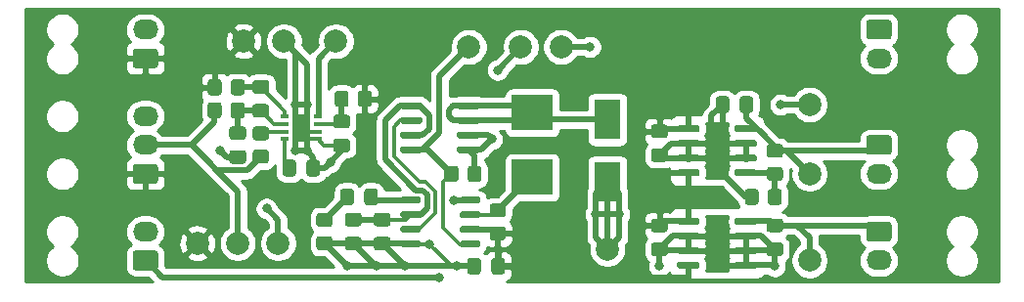
<source format=gtl>
G04 #@! TF.GenerationSoftware,KiCad,Pcbnew,(5.1.10)-1*
G04 #@! TF.CreationDate,2021-10-14T23:30:01+01:00*
G04 #@! TF.ProjectId,Battery,42617474-6572-4792-9e6b-696361645f70,rev?*
G04 #@! TF.SameCoordinates,Original*
G04 #@! TF.FileFunction,Copper,L1,Top*
G04 #@! TF.FilePolarity,Positive*
%FSLAX46Y46*%
G04 Gerber Fmt 4.6, Leading zero omitted, Abs format (unit mm)*
G04 Created by KiCad (PCBNEW (5.1.10)-1) date 2021-10-14 23:30:01*
%MOMM*%
%LPD*%
G01*
G04 APERTURE LIST*
G04 #@! TA.AperFunction,SMDPad,CuDef*
%ADD10C,2.000000*%
G04 #@! TD*
G04 #@! TA.AperFunction,SMDPad,CuDef*
%ADD11R,0.650000X0.350000*%
G04 #@! TD*
G04 #@! TA.AperFunction,SMDPad,CuDef*
%ADD12R,1.550000X2.400000*%
G04 #@! TD*
G04 #@! TA.AperFunction,SMDPad,CuDef*
%ADD13R,3.600000X3.100000*%
G04 #@! TD*
G04 #@! TA.AperFunction,ComponentPad*
%ADD14O,2.200000X1.700000*%
G04 #@! TD*
G04 #@! TA.AperFunction,SMDPad,CuDef*
%ADD15R,2.300000X3.500000*%
G04 #@! TD*
G04 #@! TA.AperFunction,ViaPad*
%ADD16C,0.800000*%
G04 #@! TD*
G04 #@! TA.AperFunction,Conductor*
%ADD17C,0.500000*%
G04 #@! TD*
G04 #@! TA.AperFunction,Conductor*
%ADD18C,0.350000*%
G04 #@! TD*
G04 #@! TA.AperFunction,Conductor*
%ADD19C,0.300000*%
G04 #@! TD*
G04 #@! TA.AperFunction,Conductor*
%ADD20C,0.254000*%
G04 #@! TD*
G04 #@! TA.AperFunction,Conductor*
%ADD21C,0.100000*%
G04 #@! TD*
G04 APERTURE END LIST*
D10*
X227000000Y-62000000D03*
X244500000Y-49500000D03*
X223000000Y-44500000D03*
G04 #@! TA.AperFunction,SMDPad,CuDef*
G36*
G01*
X196525000Y-49450000D02*
X197475000Y-49450000D01*
G75*
G02*
X197725000Y-49700000I0J-250000D01*
G01*
X197725000Y-50375000D01*
G75*
G02*
X197475000Y-50625000I-250000J0D01*
G01*
X196525000Y-50625000D01*
G75*
G02*
X196275000Y-50375000I0J250000D01*
G01*
X196275000Y-49700000D01*
G75*
G02*
X196525000Y-49450000I250000J0D01*
G01*
G37*
G04 #@! TD.AperFunction*
G04 #@! TA.AperFunction,SMDPad,CuDef*
G36*
G01*
X196525000Y-47375000D02*
X197475000Y-47375000D01*
G75*
G02*
X197725000Y-47625000I0J-250000D01*
G01*
X197725000Y-48300000D01*
G75*
G02*
X197475000Y-48550000I-250000J0D01*
G01*
X196525000Y-48550000D01*
G75*
G02*
X196275000Y-48300000I0J250000D01*
G01*
X196275000Y-47625000D01*
G75*
G02*
X196525000Y-47375000I250000J0D01*
G01*
G37*
G04 #@! TD.AperFunction*
G04 #@! TA.AperFunction,SMDPad,CuDef*
G36*
G01*
X238000000Y-51745000D02*
X238000000Y-51445000D01*
G75*
G02*
X238150000Y-51295000I150000J0D01*
G01*
X239800000Y-51295000D01*
G75*
G02*
X239950000Y-51445000I0J-150000D01*
G01*
X239950000Y-51745000D01*
G75*
G02*
X239800000Y-51895000I-150000J0D01*
G01*
X238150000Y-51895000D01*
G75*
G02*
X238000000Y-51745000I0J150000D01*
G01*
G37*
G04 #@! TD.AperFunction*
G04 #@! TA.AperFunction,SMDPad,CuDef*
G36*
G01*
X238000000Y-53015000D02*
X238000000Y-52715000D01*
G75*
G02*
X238150000Y-52565000I150000J0D01*
G01*
X239800000Y-52565000D01*
G75*
G02*
X239950000Y-52715000I0J-150000D01*
G01*
X239950000Y-53015000D01*
G75*
G02*
X239800000Y-53165000I-150000J0D01*
G01*
X238150000Y-53165000D01*
G75*
G02*
X238000000Y-53015000I0J150000D01*
G01*
G37*
G04 #@! TD.AperFunction*
G04 #@! TA.AperFunction,SMDPad,CuDef*
G36*
G01*
X238000000Y-54285000D02*
X238000000Y-53985000D01*
G75*
G02*
X238150000Y-53835000I150000J0D01*
G01*
X239800000Y-53835000D01*
G75*
G02*
X239950000Y-53985000I0J-150000D01*
G01*
X239950000Y-54285000D01*
G75*
G02*
X239800000Y-54435000I-150000J0D01*
G01*
X238150000Y-54435000D01*
G75*
G02*
X238000000Y-54285000I0J150000D01*
G01*
G37*
G04 #@! TD.AperFunction*
G04 #@! TA.AperFunction,SMDPad,CuDef*
G36*
G01*
X238000000Y-55555000D02*
X238000000Y-55255000D01*
G75*
G02*
X238150000Y-55105000I150000J0D01*
G01*
X239800000Y-55105000D01*
G75*
G02*
X239950000Y-55255000I0J-150000D01*
G01*
X239950000Y-55555000D01*
G75*
G02*
X239800000Y-55705000I-150000J0D01*
G01*
X238150000Y-55705000D01*
G75*
G02*
X238000000Y-55555000I0J150000D01*
G01*
G37*
G04 #@! TD.AperFunction*
G04 #@! TA.AperFunction,SMDPad,CuDef*
G36*
G01*
X233050000Y-55555000D02*
X233050000Y-55255000D01*
G75*
G02*
X233200000Y-55105000I150000J0D01*
G01*
X234850000Y-55105000D01*
G75*
G02*
X235000000Y-55255000I0J-150000D01*
G01*
X235000000Y-55555000D01*
G75*
G02*
X234850000Y-55705000I-150000J0D01*
G01*
X233200000Y-55705000D01*
G75*
G02*
X233050000Y-55555000I0J150000D01*
G01*
G37*
G04 #@! TD.AperFunction*
G04 #@! TA.AperFunction,SMDPad,CuDef*
G36*
G01*
X233050000Y-54285000D02*
X233050000Y-53985000D01*
G75*
G02*
X233200000Y-53835000I150000J0D01*
G01*
X234850000Y-53835000D01*
G75*
G02*
X235000000Y-53985000I0J-150000D01*
G01*
X235000000Y-54285000D01*
G75*
G02*
X234850000Y-54435000I-150000J0D01*
G01*
X233200000Y-54435000D01*
G75*
G02*
X233050000Y-54285000I0J150000D01*
G01*
G37*
G04 #@! TD.AperFunction*
G04 #@! TA.AperFunction,SMDPad,CuDef*
G36*
G01*
X233050000Y-53015000D02*
X233050000Y-52715000D01*
G75*
G02*
X233200000Y-52565000I150000J0D01*
G01*
X234850000Y-52565000D01*
G75*
G02*
X235000000Y-52715000I0J-150000D01*
G01*
X235000000Y-53015000D01*
G75*
G02*
X234850000Y-53165000I-150000J0D01*
G01*
X233200000Y-53165000D01*
G75*
G02*
X233050000Y-53015000I0J150000D01*
G01*
G37*
G04 #@! TD.AperFunction*
G04 #@! TA.AperFunction,SMDPad,CuDef*
G36*
G01*
X233050000Y-51745000D02*
X233050000Y-51445000D01*
G75*
G02*
X233200000Y-51295000I150000J0D01*
G01*
X234850000Y-51295000D01*
G75*
G02*
X235000000Y-51445000I0J-150000D01*
G01*
X235000000Y-51745000D01*
G75*
G02*
X234850000Y-51895000I-150000J0D01*
G01*
X233200000Y-51895000D01*
G75*
G02*
X233050000Y-51745000I0J150000D01*
G01*
G37*
G04 #@! TD.AperFunction*
G04 #@! TA.AperFunction,SMDPad,CuDef*
G36*
G01*
X238000000Y-59745000D02*
X238000000Y-59445000D01*
G75*
G02*
X238150000Y-59295000I150000J0D01*
G01*
X239800000Y-59295000D01*
G75*
G02*
X239950000Y-59445000I0J-150000D01*
G01*
X239950000Y-59745000D01*
G75*
G02*
X239800000Y-59895000I-150000J0D01*
G01*
X238150000Y-59895000D01*
G75*
G02*
X238000000Y-59745000I0J150000D01*
G01*
G37*
G04 #@! TD.AperFunction*
G04 #@! TA.AperFunction,SMDPad,CuDef*
G36*
G01*
X238000000Y-61015000D02*
X238000000Y-60715000D01*
G75*
G02*
X238150000Y-60565000I150000J0D01*
G01*
X239800000Y-60565000D01*
G75*
G02*
X239950000Y-60715000I0J-150000D01*
G01*
X239950000Y-61015000D01*
G75*
G02*
X239800000Y-61165000I-150000J0D01*
G01*
X238150000Y-61165000D01*
G75*
G02*
X238000000Y-61015000I0J150000D01*
G01*
G37*
G04 #@! TD.AperFunction*
G04 #@! TA.AperFunction,SMDPad,CuDef*
G36*
G01*
X238000000Y-62285000D02*
X238000000Y-61985000D01*
G75*
G02*
X238150000Y-61835000I150000J0D01*
G01*
X239800000Y-61835000D01*
G75*
G02*
X239950000Y-61985000I0J-150000D01*
G01*
X239950000Y-62285000D01*
G75*
G02*
X239800000Y-62435000I-150000J0D01*
G01*
X238150000Y-62435000D01*
G75*
G02*
X238000000Y-62285000I0J150000D01*
G01*
G37*
G04 #@! TD.AperFunction*
G04 #@! TA.AperFunction,SMDPad,CuDef*
G36*
G01*
X238000000Y-63555000D02*
X238000000Y-63255000D01*
G75*
G02*
X238150000Y-63105000I150000J0D01*
G01*
X239800000Y-63105000D01*
G75*
G02*
X239950000Y-63255000I0J-150000D01*
G01*
X239950000Y-63555000D01*
G75*
G02*
X239800000Y-63705000I-150000J0D01*
G01*
X238150000Y-63705000D01*
G75*
G02*
X238000000Y-63555000I0J150000D01*
G01*
G37*
G04 #@! TD.AperFunction*
G04 #@! TA.AperFunction,SMDPad,CuDef*
G36*
G01*
X233050000Y-63555000D02*
X233050000Y-63255000D01*
G75*
G02*
X233200000Y-63105000I150000J0D01*
G01*
X234850000Y-63105000D01*
G75*
G02*
X235000000Y-63255000I0J-150000D01*
G01*
X235000000Y-63555000D01*
G75*
G02*
X234850000Y-63705000I-150000J0D01*
G01*
X233200000Y-63705000D01*
G75*
G02*
X233050000Y-63555000I0J150000D01*
G01*
G37*
G04 #@! TD.AperFunction*
G04 #@! TA.AperFunction,SMDPad,CuDef*
G36*
G01*
X233050000Y-62285000D02*
X233050000Y-61985000D01*
G75*
G02*
X233200000Y-61835000I150000J0D01*
G01*
X234850000Y-61835000D01*
G75*
G02*
X235000000Y-61985000I0J-150000D01*
G01*
X235000000Y-62285000D01*
G75*
G02*
X234850000Y-62435000I-150000J0D01*
G01*
X233200000Y-62435000D01*
G75*
G02*
X233050000Y-62285000I0J150000D01*
G01*
G37*
G04 #@! TD.AperFunction*
G04 #@! TA.AperFunction,SMDPad,CuDef*
G36*
G01*
X233050000Y-61015000D02*
X233050000Y-60715000D01*
G75*
G02*
X233200000Y-60565000I150000J0D01*
G01*
X234850000Y-60565000D01*
G75*
G02*
X235000000Y-60715000I0J-150000D01*
G01*
X235000000Y-61015000D01*
G75*
G02*
X234850000Y-61165000I-150000J0D01*
G01*
X233200000Y-61165000D01*
G75*
G02*
X233050000Y-61015000I0J150000D01*
G01*
G37*
G04 #@! TD.AperFunction*
G04 #@! TA.AperFunction,SMDPad,CuDef*
G36*
G01*
X233050000Y-59745000D02*
X233050000Y-59445000D01*
G75*
G02*
X233200000Y-59295000I150000J0D01*
G01*
X234850000Y-59295000D01*
G75*
G02*
X235000000Y-59445000I0J-150000D01*
G01*
X235000000Y-59745000D01*
G75*
G02*
X234850000Y-59895000I-150000J0D01*
G01*
X233200000Y-59895000D01*
G75*
G02*
X233050000Y-59745000I0J150000D01*
G01*
G37*
G04 #@! TD.AperFunction*
G04 #@! TA.AperFunction,SMDPad,CuDef*
G36*
G01*
X214240000Y-57915000D02*
X214240000Y-57615000D01*
G75*
G02*
X214390000Y-57465000I150000J0D01*
G01*
X215840000Y-57465000D01*
G75*
G02*
X215990000Y-57615000I0J-150000D01*
G01*
X215990000Y-57915000D01*
G75*
G02*
X215840000Y-58065000I-150000J0D01*
G01*
X214390000Y-58065000D01*
G75*
G02*
X214240000Y-57915000I0J150000D01*
G01*
G37*
G04 #@! TD.AperFunction*
G04 #@! TA.AperFunction,SMDPad,CuDef*
G36*
G01*
X214240000Y-59185000D02*
X214240000Y-58885000D01*
G75*
G02*
X214390000Y-58735000I150000J0D01*
G01*
X215840000Y-58735000D01*
G75*
G02*
X215990000Y-58885000I0J-150000D01*
G01*
X215990000Y-59185000D01*
G75*
G02*
X215840000Y-59335000I-150000J0D01*
G01*
X214390000Y-59335000D01*
G75*
G02*
X214240000Y-59185000I0J150000D01*
G01*
G37*
G04 #@! TD.AperFunction*
G04 #@! TA.AperFunction,SMDPad,CuDef*
G36*
G01*
X214240000Y-60455000D02*
X214240000Y-60155000D01*
G75*
G02*
X214390000Y-60005000I150000J0D01*
G01*
X215840000Y-60005000D01*
G75*
G02*
X215990000Y-60155000I0J-150000D01*
G01*
X215990000Y-60455000D01*
G75*
G02*
X215840000Y-60605000I-150000J0D01*
G01*
X214390000Y-60605000D01*
G75*
G02*
X214240000Y-60455000I0J150000D01*
G01*
G37*
G04 #@! TD.AperFunction*
G04 #@! TA.AperFunction,SMDPad,CuDef*
G36*
G01*
X214240000Y-61725000D02*
X214240000Y-61425000D01*
G75*
G02*
X214390000Y-61275000I150000J0D01*
G01*
X215840000Y-61275000D01*
G75*
G02*
X215990000Y-61425000I0J-150000D01*
G01*
X215990000Y-61725000D01*
G75*
G02*
X215840000Y-61875000I-150000J0D01*
G01*
X214390000Y-61875000D01*
G75*
G02*
X214240000Y-61725000I0J150000D01*
G01*
G37*
G04 #@! TD.AperFunction*
G04 #@! TA.AperFunction,SMDPad,CuDef*
G36*
G01*
X209090000Y-61725000D02*
X209090000Y-61425000D01*
G75*
G02*
X209240000Y-61275000I150000J0D01*
G01*
X210690000Y-61275000D01*
G75*
G02*
X210840000Y-61425000I0J-150000D01*
G01*
X210840000Y-61725000D01*
G75*
G02*
X210690000Y-61875000I-150000J0D01*
G01*
X209240000Y-61875000D01*
G75*
G02*
X209090000Y-61725000I0J150000D01*
G01*
G37*
G04 #@! TD.AperFunction*
G04 #@! TA.AperFunction,SMDPad,CuDef*
G36*
G01*
X209090000Y-60455000D02*
X209090000Y-60155000D01*
G75*
G02*
X209240000Y-60005000I150000J0D01*
G01*
X210690000Y-60005000D01*
G75*
G02*
X210840000Y-60155000I0J-150000D01*
G01*
X210840000Y-60455000D01*
G75*
G02*
X210690000Y-60605000I-150000J0D01*
G01*
X209240000Y-60605000D01*
G75*
G02*
X209090000Y-60455000I0J150000D01*
G01*
G37*
G04 #@! TD.AperFunction*
G04 #@! TA.AperFunction,SMDPad,CuDef*
G36*
G01*
X209090000Y-59185000D02*
X209090000Y-58885000D01*
G75*
G02*
X209240000Y-58735000I150000J0D01*
G01*
X210690000Y-58735000D01*
G75*
G02*
X210840000Y-58885000I0J-150000D01*
G01*
X210840000Y-59185000D01*
G75*
G02*
X210690000Y-59335000I-150000J0D01*
G01*
X209240000Y-59335000D01*
G75*
G02*
X209090000Y-59185000I0J150000D01*
G01*
G37*
G04 #@! TD.AperFunction*
G04 #@! TA.AperFunction,SMDPad,CuDef*
G36*
G01*
X209090000Y-57915000D02*
X209090000Y-57615000D01*
G75*
G02*
X209240000Y-57465000I150000J0D01*
G01*
X210690000Y-57465000D01*
G75*
G02*
X210840000Y-57615000I0J-150000D01*
G01*
X210840000Y-57915000D01*
G75*
G02*
X210690000Y-58065000I-150000J0D01*
G01*
X209240000Y-58065000D01*
G75*
G02*
X209090000Y-57915000I0J150000D01*
G01*
G37*
G04 #@! TD.AperFunction*
D11*
X199100000Y-50525000D03*
X199100000Y-51175000D03*
X199100000Y-51825000D03*
X199100000Y-52475000D03*
X201900000Y-52475000D03*
X201900000Y-51825000D03*
X201900000Y-51175000D03*
X201900000Y-50525000D03*
D12*
X200500000Y-51500000D03*
D10*
X198500000Y-61500000D03*
X195000000Y-61500000D03*
X191500000Y-61500000D03*
X244500000Y-55500000D03*
X244500000Y-63000000D03*
X215000000Y-44500000D03*
X219500000Y-44500000D03*
X203500000Y-44000000D03*
X199000000Y-44000000D03*
X195500000Y-44000000D03*
G04 #@! TA.AperFunction,SMDPad,CuDef*
G36*
G01*
X241950001Y-54100000D02*
X241049999Y-54100000D01*
G75*
G02*
X240800000Y-53850001I0J249999D01*
G01*
X240800000Y-53149999D01*
G75*
G02*
X241049999Y-52900000I249999J0D01*
G01*
X241950001Y-52900000D01*
G75*
G02*
X242200000Y-53149999I0J-249999D01*
G01*
X242200000Y-53850001D01*
G75*
G02*
X241950001Y-54100000I-249999J0D01*
G01*
G37*
G04 #@! TD.AperFunction*
G04 #@! TA.AperFunction,SMDPad,CuDef*
G36*
G01*
X241950001Y-56100000D02*
X241049999Y-56100000D01*
G75*
G02*
X240800000Y-55850001I0J249999D01*
G01*
X240800000Y-55149999D01*
G75*
G02*
X241049999Y-54900000I249999J0D01*
G01*
X241950001Y-54900000D01*
G75*
G02*
X242200000Y-55149999I0J-249999D01*
G01*
X242200000Y-55850001D01*
G75*
G02*
X241950001Y-56100000I-249999J0D01*
G01*
G37*
G04 #@! TD.AperFunction*
G04 #@! TA.AperFunction,SMDPad,CuDef*
G36*
G01*
X240100000Y-57049999D02*
X240100000Y-57950001D01*
G75*
G02*
X239850001Y-58200000I-249999J0D01*
G01*
X239149999Y-58200000D01*
G75*
G02*
X238900000Y-57950001I0J249999D01*
G01*
X238900000Y-57049999D01*
G75*
G02*
X239149999Y-56800000I249999J0D01*
G01*
X239850001Y-56800000D01*
G75*
G02*
X240100000Y-57049999I0J-249999D01*
G01*
G37*
G04 #@! TD.AperFunction*
G04 #@! TA.AperFunction,SMDPad,CuDef*
G36*
G01*
X242100000Y-57049999D02*
X242100000Y-57950001D01*
G75*
G02*
X241850001Y-58200000I-249999J0D01*
G01*
X241149999Y-58200000D01*
G75*
G02*
X240900000Y-57950001I0J249999D01*
G01*
X240900000Y-57049999D01*
G75*
G02*
X241149999Y-56800000I249999J0D01*
G01*
X241850001Y-56800000D01*
G75*
G02*
X242100000Y-57049999I0J-249999D01*
G01*
G37*
G04 #@! TD.AperFunction*
G04 #@! TA.AperFunction,SMDPad,CuDef*
G36*
G01*
X212900000Y-55950001D02*
X212900000Y-55049999D01*
G75*
G02*
X213149999Y-54800000I249999J0D01*
G01*
X213850001Y-54800000D01*
G75*
G02*
X214100000Y-55049999I0J-249999D01*
G01*
X214100000Y-55950001D01*
G75*
G02*
X213850001Y-56200000I-249999J0D01*
G01*
X213149999Y-56200000D01*
G75*
G02*
X212900000Y-55950001I0J249999D01*
G01*
G37*
G04 #@! TD.AperFunction*
G04 #@! TA.AperFunction,SMDPad,CuDef*
G36*
G01*
X214900000Y-55950001D02*
X214900000Y-55049999D01*
G75*
G02*
X215149999Y-54800000I249999J0D01*
G01*
X215850001Y-54800000D01*
G75*
G02*
X216100000Y-55049999I0J-249999D01*
G01*
X216100000Y-55950001D01*
G75*
G02*
X215850001Y-56200000I-249999J0D01*
G01*
X215149999Y-56200000D01*
G75*
G02*
X214900000Y-55950001I0J249999D01*
G01*
G37*
G04 #@! TD.AperFunction*
G04 #@! TA.AperFunction,SMDPad,CuDef*
G36*
G01*
X206600000Y-48549999D02*
X206600000Y-49450001D01*
G75*
G02*
X206350001Y-49700000I-249999J0D01*
G01*
X205649999Y-49700000D01*
G75*
G02*
X205400000Y-49450001I0J249999D01*
G01*
X205400000Y-48549999D01*
G75*
G02*
X205649999Y-48300000I249999J0D01*
G01*
X206350001Y-48300000D01*
G75*
G02*
X206600000Y-48549999I0J-249999D01*
G01*
G37*
G04 #@! TD.AperFunction*
G04 #@! TA.AperFunction,SMDPad,CuDef*
G36*
G01*
X204600000Y-48549999D02*
X204600000Y-49450001D01*
G75*
G02*
X204350001Y-49700000I-249999J0D01*
G01*
X203649999Y-49700000D01*
G75*
G02*
X203400000Y-49450001I0J249999D01*
G01*
X203400000Y-48549999D01*
G75*
G02*
X203649999Y-48300000I249999J0D01*
G01*
X204350001Y-48300000D01*
G75*
G02*
X204600000Y-48549999I0J-249999D01*
G01*
G37*
G04 #@! TD.AperFunction*
G04 #@! TA.AperFunction,SMDPad,CuDef*
G36*
G01*
X202049999Y-58900000D02*
X202950001Y-58900000D01*
G75*
G02*
X203200000Y-59149999I0J-249999D01*
G01*
X203200000Y-59850001D01*
G75*
G02*
X202950001Y-60100000I-249999J0D01*
G01*
X202049999Y-60100000D01*
G75*
G02*
X201800000Y-59850001I0J249999D01*
G01*
X201800000Y-59149999D01*
G75*
G02*
X202049999Y-58900000I249999J0D01*
G01*
G37*
G04 #@! TD.AperFunction*
G04 #@! TA.AperFunction,SMDPad,CuDef*
G36*
G01*
X202049999Y-60900000D02*
X202950001Y-60900000D01*
G75*
G02*
X203200000Y-61149999I0J-249999D01*
G01*
X203200000Y-61850001D01*
G75*
G02*
X202950001Y-62100000I-249999J0D01*
G01*
X202049999Y-62100000D01*
G75*
G02*
X201800000Y-61850001I0J249999D01*
G01*
X201800000Y-61149999D01*
G75*
G02*
X202049999Y-60900000I249999J0D01*
G01*
G37*
G04 #@! TD.AperFunction*
G04 #@! TA.AperFunction,SMDPad,CuDef*
G36*
G01*
X197450001Y-54600000D02*
X196549999Y-54600000D01*
G75*
G02*
X196300000Y-54350001I0J249999D01*
G01*
X196300000Y-53649999D01*
G75*
G02*
X196549999Y-53400000I249999J0D01*
G01*
X197450001Y-53400000D01*
G75*
G02*
X197700000Y-53649999I0J-249999D01*
G01*
X197700000Y-54350001D01*
G75*
G02*
X197450001Y-54600000I-249999J0D01*
G01*
G37*
G04 #@! TD.AperFunction*
G04 #@! TA.AperFunction,SMDPad,CuDef*
G36*
G01*
X197450001Y-52600000D02*
X196549999Y-52600000D01*
G75*
G02*
X196300000Y-52350001I0J249999D01*
G01*
X196300000Y-51649999D01*
G75*
G02*
X196549999Y-51400000I249999J0D01*
G01*
X197450001Y-51400000D01*
G75*
G02*
X197700000Y-51649999I0J-249999D01*
G01*
X197700000Y-52350001D01*
G75*
G02*
X197450001Y-52600000I-249999J0D01*
G01*
G37*
G04 #@! TD.AperFunction*
G04 #@! TA.AperFunction,SMDPad,CuDef*
G36*
G01*
X192400000Y-50450001D02*
X192400000Y-49549999D01*
G75*
G02*
X192649999Y-49300000I249999J0D01*
G01*
X193350001Y-49300000D01*
G75*
G02*
X193600000Y-49549999I0J-249999D01*
G01*
X193600000Y-50450001D01*
G75*
G02*
X193350001Y-50700000I-249999J0D01*
G01*
X192649999Y-50700000D01*
G75*
G02*
X192400000Y-50450001I0J249999D01*
G01*
G37*
G04 #@! TD.AperFunction*
G04 #@! TA.AperFunction,SMDPad,CuDef*
G36*
G01*
X194400000Y-50450001D02*
X194400000Y-49549999D01*
G75*
G02*
X194649999Y-49300000I249999J0D01*
G01*
X195350001Y-49300000D01*
G75*
G02*
X195600000Y-49549999I0J-249999D01*
G01*
X195600000Y-50450001D01*
G75*
G02*
X195350001Y-50700000I-249999J0D01*
G01*
X194649999Y-50700000D01*
G75*
G02*
X194400000Y-50450001I0J249999D01*
G01*
G37*
G04 #@! TD.AperFunction*
G04 #@! TA.AperFunction,SMDPad,CuDef*
G36*
G01*
X192400000Y-48450001D02*
X192400000Y-47549999D01*
G75*
G02*
X192649999Y-47300000I249999J0D01*
G01*
X193350001Y-47300000D01*
G75*
G02*
X193600000Y-47549999I0J-249999D01*
G01*
X193600000Y-48450001D01*
G75*
G02*
X193350001Y-48700000I-249999J0D01*
G01*
X192649999Y-48700000D01*
G75*
G02*
X192400000Y-48450001I0J249999D01*
G01*
G37*
G04 #@! TD.AperFunction*
G04 #@! TA.AperFunction,SMDPad,CuDef*
G36*
G01*
X194400000Y-48450001D02*
X194400000Y-47549999D01*
G75*
G02*
X194649999Y-47300000I249999J0D01*
G01*
X195350001Y-47300000D01*
G75*
G02*
X195600000Y-47549999I0J-249999D01*
G01*
X195600000Y-48450001D01*
G75*
G02*
X195350001Y-48700000I-249999J0D01*
G01*
X194649999Y-48700000D01*
G75*
G02*
X194400000Y-48450001I0J249999D01*
G01*
G37*
G04 #@! TD.AperFunction*
G04 #@! TA.AperFunction,SMDPad,CuDef*
G36*
G01*
X217950001Y-61270000D02*
X217049999Y-61270000D01*
G75*
G02*
X216800000Y-61020001I0J249999D01*
G01*
X216800000Y-60319999D01*
G75*
G02*
X217049999Y-60070000I249999J0D01*
G01*
X217950001Y-60070000D01*
G75*
G02*
X218200000Y-60319999I0J-249999D01*
G01*
X218200000Y-61020001D01*
G75*
G02*
X217950001Y-61270000I-249999J0D01*
G01*
G37*
G04 #@! TD.AperFunction*
G04 #@! TA.AperFunction,SMDPad,CuDef*
G36*
G01*
X217950001Y-59270000D02*
X217049999Y-59270000D01*
G75*
G02*
X216800000Y-59020001I0J249999D01*
G01*
X216800000Y-58319999D01*
G75*
G02*
X217049999Y-58070000I249999J0D01*
G01*
X217950001Y-58070000D01*
G75*
G02*
X218200000Y-58319999I0J-249999D01*
G01*
X218200000Y-59020001D01*
G75*
G02*
X217950001Y-59270000I-249999J0D01*
G01*
G37*
G04 #@! TD.AperFunction*
G04 #@! TA.AperFunction,SMDPad,CuDef*
G36*
G01*
X209050000Y-49745000D02*
X209050000Y-49445000D01*
G75*
G02*
X209200000Y-49295000I150000J0D01*
G01*
X210850000Y-49295000D01*
G75*
G02*
X211000000Y-49445000I0J-150000D01*
G01*
X211000000Y-49745000D01*
G75*
G02*
X210850000Y-49895000I-150000J0D01*
G01*
X209200000Y-49895000D01*
G75*
G02*
X209050000Y-49745000I0J150000D01*
G01*
G37*
G04 #@! TD.AperFunction*
G04 #@! TA.AperFunction,SMDPad,CuDef*
G36*
G01*
X209050000Y-51015000D02*
X209050000Y-50715000D01*
G75*
G02*
X209200000Y-50565000I150000J0D01*
G01*
X210850000Y-50565000D01*
G75*
G02*
X211000000Y-50715000I0J-150000D01*
G01*
X211000000Y-51015000D01*
G75*
G02*
X210850000Y-51165000I-150000J0D01*
G01*
X209200000Y-51165000D01*
G75*
G02*
X209050000Y-51015000I0J150000D01*
G01*
G37*
G04 #@! TD.AperFunction*
G04 #@! TA.AperFunction,SMDPad,CuDef*
G36*
G01*
X209050000Y-52285000D02*
X209050000Y-51985000D01*
G75*
G02*
X209200000Y-51835000I150000J0D01*
G01*
X210850000Y-51835000D01*
G75*
G02*
X211000000Y-51985000I0J-150000D01*
G01*
X211000000Y-52285000D01*
G75*
G02*
X210850000Y-52435000I-150000J0D01*
G01*
X209200000Y-52435000D01*
G75*
G02*
X209050000Y-52285000I0J150000D01*
G01*
G37*
G04 #@! TD.AperFunction*
G04 #@! TA.AperFunction,SMDPad,CuDef*
G36*
G01*
X209050000Y-53555000D02*
X209050000Y-53255000D01*
G75*
G02*
X209200000Y-53105000I150000J0D01*
G01*
X210850000Y-53105000D01*
G75*
G02*
X211000000Y-53255000I0J-150000D01*
G01*
X211000000Y-53555000D01*
G75*
G02*
X210850000Y-53705000I-150000J0D01*
G01*
X209200000Y-53705000D01*
G75*
G02*
X209050000Y-53555000I0J150000D01*
G01*
G37*
G04 #@! TD.AperFunction*
G04 #@! TA.AperFunction,SMDPad,CuDef*
G36*
G01*
X214000000Y-53555000D02*
X214000000Y-53255000D01*
G75*
G02*
X214150000Y-53105000I150000J0D01*
G01*
X215800000Y-53105000D01*
G75*
G02*
X215950000Y-53255000I0J-150000D01*
G01*
X215950000Y-53555000D01*
G75*
G02*
X215800000Y-53705000I-150000J0D01*
G01*
X214150000Y-53705000D01*
G75*
G02*
X214000000Y-53555000I0J150000D01*
G01*
G37*
G04 #@! TD.AperFunction*
G04 #@! TA.AperFunction,SMDPad,CuDef*
G36*
G01*
X214000000Y-52285000D02*
X214000000Y-51985000D01*
G75*
G02*
X214150000Y-51835000I150000J0D01*
G01*
X215800000Y-51835000D01*
G75*
G02*
X215950000Y-51985000I0J-150000D01*
G01*
X215950000Y-52285000D01*
G75*
G02*
X215800000Y-52435000I-150000J0D01*
G01*
X214150000Y-52435000D01*
G75*
G02*
X214000000Y-52285000I0J150000D01*
G01*
G37*
G04 #@! TD.AperFunction*
G04 #@! TA.AperFunction,SMDPad,CuDef*
G36*
G01*
X214000000Y-51015000D02*
X214000000Y-50715000D01*
G75*
G02*
X214150000Y-50565000I150000J0D01*
G01*
X215800000Y-50565000D01*
G75*
G02*
X215950000Y-50715000I0J-150000D01*
G01*
X215950000Y-51015000D01*
G75*
G02*
X215800000Y-51165000I-150000J0D01*
G01*
X214150000Y-51165000D01*
G75*
G02*
X214000000Y-51015000I0J150000D01*
G01*
G37*
G04 #@! TD.AperFunction*
G04 #@! TA.AperFunction,SMDPad,CuDef*
G36*
G01*
X214000000Y-49745000D02*
X214000000Y-49445000D01*
G75*
G02*
X214150000Y-49295000I150000J0D01*
G01*
X215800000Y-49295000D01*
G75*
G02*
X215950000Y-49445000I0J-150000D01*
G01*
X215950000Y-49745000D01*
G75*
G02*
X215800000Y-49895000I-150000J0D01*
G01*
X214150000Y-49895000D01*
G75*
G02*
X214000000Y-49745000I0J150000D01*
G01*
G37*
G04 #@! TD.AperFunction*
D13*
X220500000Y-55800000D03*
X220500000Y-50200000D03*
D14*
X187000000Y-60500000D03*
G04 #@! TA.AperFunction,ComponentPad*
G36*
G01*
X188100000Y-62400000D02*
X188100000Y-63600000D01*
G75*
G02*
X187850000Y-63850000I-250000J0D01*
G01*
X186150000Y-63850000D01*
G75*
G02*
X185900000Y-63600000I0J250000D01*
G01*
X185900000Y-62400000D01*
G75*
G02*
X186150000Y-62150000I250000J0D01*
G01*
X187850000Y-62150000D01*
G75*
G02*
X188100000Y-62400000I0J-250000D01*
G01*
G37*
G04 #@! TD.AperFunction*
G04 #@! TA.AperFunction,ComponentPad*
G36*
G01*
X249400000Y-53600000D02*
X249400000Y-52400000D01*
G75*
G02*
X249650000Y-52150000I250000J0D01*
G01*
X251350000Y-52150000D01*
G75*
G02*
X251600000Y-52400000I0J-250000D01*
G01*
X251600000Y-53600000D01*
G75*
G02*
X251350000Y-53850000I-250000J0D01*
G01*
X249650000Y-53850000D01*
G75*
G02*
X249400000Y-53600000I0J250000D01*
G01*
G37*
G04 #@! TD.AperFunction*
X250500000Y-55500000D03*
G04 #@! TA.AperFunction,ComponentPad*
G36*
G01*
X249400000Y-61100000D02*
X249400000Y-59900000D01*
G75*
G02*
X249650000Y-59650000I250000J0D01*
G01*
X251350000Y-59650000D01*
G75*
G02*
X251600000Y-59900000I0J-250000D01*
G01*
X251600000Y-61100000D01*
G75*
G02*
X251350000Y-61350000I-250000J0D01*
G01*
X249650000Y-61350000D01*
G75*
G02*
X249400000Y-61100000I0J250000D01*
G01*
G37*
G04 #@! TD.AperFunction*
X250500000Y-63000000D03*
X187000000Y-43000000D03*
G04 #@! TA.AperFunction,ComponentPad*
G36*
G01*
X188100000Y-44900000D02*
X188100000Y-46100000D01*
G75*
G02*
X187850000Y-46350000I-250000J0D01*
G01*
X186150000Y-46350000D01*
G75*
G02*
X185900000Y-46100000I0J250000D01*
G01*
X185900000Y-44900000D01*
G75*
G02*
X186150000Y-44650000I250000J0D01*
G01*
X187850000Y-44650000D01*
G75*
G02*
X188100000Y-44900000I0J-250000D01*
G01*
G37*
G04 #@! TD.AperFunction*
G04 #@! TA.AperFunction,ComponentPad*
G36*
G01*
X249400000Y-43600000D02*
X249400000Y-42400000D01*
G75*
G02*
X249650000Y-42150000I250000J0D01*
G01*
X251350000Y-42150000D01*
G75*
G02*
X251600000Y-42400000I0J-250000D01*
G01*
X251600000Y-43600000D01*
G75*
G02*
X251350000Y-43850000I-250000J0D01*
G01*
X249650000Y-43850000D01*
G75*
G02*
X249400000Y-43600000I0J250000D01*
G01*
G37*
G04 #@! TD.AperFunction*
X250500000Y-45500000D03*
X187000000Y-50500000D03*
X187000000Y-53000000D03*
G04 #@! TA.AperFunction,ComponentPad*
G36*
G01*
X188100000Y-54900000D02*
X188100000Y-56100000D01*
G75*
G02*
X187850000Y-56350000I-250000J0D01*
G01*
X186150000Y-56350000D01*
G75*
G02*
X185900000Y-56100000I0J250000D01*
G01*
X185900000Y-54900000D01*
G75*
G02*
X186150000Y-54650000I250000J0D01*
G01*
X187850000Y-54650000D01*
G75*
G02*
X188100000Y-54900000I0J-250000D01*
G01*
G37*
G04 #@! TD.AperFunction*
D15*
X227000000Y-56200000D03*
X227000000Y-50800000D03*
G04 #@! TA.AperFunction,SMDPad,CuDef*
G36*
G01*
X239625000Y-49025000D02*
X239625000Y-49975000D01*
G75*
G02*
X239375000Y-50225000I-250000J0D01*
G01*
X238700000Y-50225000D01*
G75*
G02*
X238450000Y-49975000I0J250000D01*
G01*
X238450000Y-49025000D01*
G75*
G02*
X238700000Y-48775000I250000J0D01*
G01*
X239375000Y-48775000D01*
G75*
G02*
X239625000Y-49025000I0J-250000D01*
G01*
G37*
G04 #@! TD.AperFunction*
G04 #@! TA.AperFunction,SMDPad,CuDef*
G36*
G01*
X237550000Y-49025000D02*
X237550000Y-49975000D01*
G75*
G02*
X237300000Y-50225000I-250000J0D01*
G01*
X236625000Y-50225000D01*
G75*
G02*
X236375000Y-49975000I0J250000D01*
G01*
X236375000Y-49025000D01*
G75*
G02*
X236625000Y-48775000I250000J0D01*
G01*
X237300000Y-48775000D01*
G75*
G02*
X237550000Y-49025000I0J-250000D01*
G01*
G37*
G04 #@! TD.AperFunction*
G04 #@! TA.AperFunction,SMDPad,CuDef*
G36*
G01*
X241025000Y-59375000D02*
X241975000Y-59375000D01*
G75*
G02*
X242225000Y-59625000I0J-250000D01*
G01*
X242225000Y-60300000D01*
G75*
G02*
X241975000Y-60550000I-250000J0D01*
G01*
X241025000Y-60550000D01*
G75*
G02*
X240775000Y-60300000I0J250000D01*
G01*
X240775000Y-59625000D01*
G75*
G02*
X241025000Y-59375000I250000J0D01*
G01*
G37*
G04 #@! TD.AperFunction*
G04 #@! TA.AperFunction,SMDPad,CuDef*
G36*
G01*
X241025000Y-61450000D02*
X241975000Y-61450000D01*
G75*
G02*
X242225000Y-61700000I0J-250000D01*
G01*
X242225000Y-62375000D01*
G75*
G02*
X241975000Y-62625000I-250000J0D01*
G01*
X241025000Y-62625000D01*
G75*
G02*
X240775000Y-62375000I0J250000D01*
G01*
X240775000Y-61700000D01*
G75*
G02*
X241025000Y-61450000I250000J0D01*
G01*
G37*
G04 #@! TD.AperFunction*
G04 #@! TA.AperFunction,SMDPad,CuDef*
G36*
G01*
X231025000Y-51225000D02*
X231975000Y-51225000D01*
G75*
G02*
X232225000Y-51475000I0J-250000D01*
G01*
X232225000Y-52150000D01*
G75*
G02*
X231975000Y-52400000I-250000J0D01*
G01*
X231025000Y-52400000D01*
G75*
G02*
X230775000Y-52150000I0J250000D01*
G01*
X230775000Y-51475000D01*
G75*
G02*
X231025000Y-51225000I250000J0D01*
G01*
G37*
G04 #@! TD.AperFunction*
G04 #@! TA.AperFunction,SMDPad,CuDef*
G36*
G01*
X231025000Y-53300000D02*
X231975000Y-53300000D01*
G75*
G02*
X232225000Y-53550000I0J-250000D01*
G01*
X232225000Y-54225000D01*
G75*
G02*
X231975000Y-54475000I-250000J0D01*
G01*
X231025000Y-54475000D01*
G75*
G02*
X230775000Y-54225000I0J250000D01*
G01*
X230775000Y-53550000D01*
G75*
G02*
X231025000Y-53300000I250000J0D01*
G01*
G37*
G04 #@! TD.AperFunction*
G04 #@! TA.AperFunction,SMDPad,CuDef*
G36*
G01*
X231025000Y-59375000D02*
X231975000Y-59375000D01*
G75*
G02*
X232225000Y-59625000I0J-250000D01*
G01*
X232225000Y-60300000D01*
G75*
G02*
X231975000Y-60550000I-250000J0D01*
G01*
X231025000Y-60550000D01*
G75*
G02*
X230775000Y-60300000I0J250000D01*
G01*
X230775000Y-59625000D01*
G75*
G02*
X231025000Y-59375000I250000J0D01*
G01*
G37*
G04 #@! TD.AperFunction*
G04 #@! TA.AperFunction,SMDPad,CuDef*
G36*
G01*
X231025000Y-61450000D02*
X231975000Y-61450000D01*
G75*
G02*
X232225000Y-61700000I0J-250000D01*
G01*
X232225000Y-62375000D01*
G75*
G02*
X231975000Y-62625000I-250000J0D01*
G01*
X231025000Y-62625000D01*
G75*
G02*
X230775000Y-62375000I0J250000D01*
G01*
X230775000Y-61700000D01*
G75*
G02*
X231025000Y-61450000I250000J0D01*
G01*
G37*
G04 #@! TD.AperFunction*
G04 #@! TA.AperFunction,SMDPad,CuDef*
G36*
G01*
X203525000Y-52450000D02*
X204475000Y-52450000D01*
G75*
G02*
X204725000Y-52700000I0J-250000D01*
G01*
X204725000Y-53375000D01*
G75*
G02*
X204475000Y-53625000I-250000J0D01*
G01*
X203525000Y-53625000D01*
G75*
G02*
X203275000Y-53375000I0J250000D01*
G01*
X203275000Y-52700000D01*
G75*
G02*
X203525000Y-52450000I250000J0D01*
G01*
G37*
G04 #@! TD.AperFunction*
G04 #@! TA.AperFunction,SMDPad,CuDef*
G36*
G01*
X203525000Y-50375000D02*
X204475000Y-50375000D01*
G75*
G02*
X204725000Y-50625000I0J-250000D01*
G01*
X204725000Y-51300000D01*
G75*
G02*
X204475000Y-51550000I-250000J0D01*
G01*
X203525000Y-51550000D01*
G75*
G02*
X203275000Y-51300000I0J250000D01*
G01*
X203275000Y-50625000D01*
G75*
G02*
X203525000Y-50375000I250000J0D01*
G01*
G37*
G04 #@! TD.AperFunction*
G04 #@! TA.AperFunction,SMDPad,CuDef*
G36*
G01*
X207025000Y-60950000D02*
X207975000Y-60950000D01*
G75*
G02*
X208225000Y-61200000I0J-250000D01*
G01*
X208225000Y-61875000D01*
G75*
G02*
X207975000Y-62125000I-250000J0D01*
G01*
X207025000Y-62125000D01*
G75*
G02*
X206775000Y-61875000I0J250000D01*
G01*
X206775000Y-61200000D01*
G75*
G02*
X207025000Y-60950000I250000J0D01*
G01*
G37*
G04 #@! TD.AperFunction*
G04 #@! TA.AperFunction,SMDPad,CuDef*
G36*
G01*
X207025000Y-58875000D02*
X207975000Y-58875000D01*
G75*
G02*
X208225000Y-59125000I0J-250000D01*
G01*
X208225000Y-59800000D01*
G75*
G02*
X207975000Y-60050000I-250000J0D01*
G01*
X207025000Y-60050000D01*
G75*
G02*
X206775000Y-59800000I0J250000D01*
G01*
X206775000Y-59125000D01*
G75*
G02*
X207025000Y-58875000I250000J0D01*
G01*
G37*
G04 #@! TD.AperFunction*
G04 #@! TA.AperFunction,SMDPad,CuDef*
G36*
G01*
X204525000Y-60950000D02*
X205475000Y-60950000D01*
G75*
G02*
X205725000Y-61200000I0J-250000D01*
G01*
X205725000Y-61875000D01*
G75*
G02*
X205475000Y-62125000I-250000J0D01*
G01*
X204525000Y-62125000D01*
G75*
G02*
X204275000Y-61875000I0J250000D01*
G01*
X204275000Y-61200000D01*
G75*
G02*
X204525000Y-60950000I250000J0D01*
G01*
G37*
G04 #@! TD.AperFunction*
G04 #@! TA.AperFunction,SMDPad,CuDef*
G36*
G01*
X204525000Y-58875000D02*
X205475000Y-58875000D01*
G75*
G02*
X205725000Y-59125000I0J-250000D01*
G01*
X205725000Y-59800000D01*
G75*
G02*
X205475000Y-60050000I-250000J0D01*
G01*
X204525000Y-60050000D01*
G75*
G02*
X204275000Y-59800000I0J250000D01*
G01*
X204275000Y-59125000D01*
G75*
G02*
X204525000Y-58875000I250000J0D01*
G01*
G37*
G04 #@! TD.AperFunction*
G04 #@! TA.AperFunction,SMDPad,CuDef*
G36*
G01*
X200950000Y-55475000D02*
X200950000Y-54525000D01*
G75*
G02*
X201200000Y-54275000I250000J0D01*
G01*
X201875000Y-54275000D01*
G75*
G02*
X202125000Y-54525000I0J-250000D01*
G01*
X202125000Y-55475000D01*
G75*
G02*
X201875000Y-55725000I-250000J0D01*
G01*
X201200000Y-55725000D01*
G75*
G02*
X200950000Y-55475000I0J250000D01*
G01*
G37*
G04 #@! TD.AperFunction*
G04 #@! TA.AperFunction,SMDPad,CuDef*
G36*
G01*
X198875000Y-55475000D02*
X198875000Y-54525000D01*
G75*
G02*
X199125000Y-54275000I250000J0D01*
G01*
X199800000Y-54275000D01*
G75*
G02*
X200050000Y-54525000I0J-250000D01*
G01*
X200050000Y-55475000D01*
G75*
G02*
X199800000Y-55725000I-250000J0D01*
G01*
X199125000Y-55725000D01*
G75*
G02*
X198875000Y-55475000I0J250000D01*
G01*
G37*
G04 #@! TD.AperFunction*
G04 #@! TA.AperFunction,SMDPad,CuDef*
G36*
G01*
X205050000Y-57025000D02*
X205050000Y-57975000D01*
G75*
G02*
X204800000Y-58225000I-250000J0D01*
G01*
X204125000Y-58225000D01*
G75*
G02*
X203875000Y-57975000I0J250000D01*
G01*
X203875000Y-57025000D01*
G75*
G02*
X204125000Y-56775000I250000J0D01*
G01*
X204800000Y-56775000D01*
G75*
G02*
X205050000Y-57025000I0J-250000D01*
G01*
G37*
G04 #@! TD.AperFunction*
G04 #@! TA.AperFunction,SMDPad,CuDef*
G36*
G01*
X207125000Y-57025000D02*
X207125000Y-57975000D01*
G75*
G02*
X206875000Y-58225000I-250000J0D01*
G01*
X206200000Y-58225000D01*
G75*
G02*
X205950000Y-57975000I0J250000D01*
G01*
X205950000Y-57025000D01*
G75*
G02*
X206200000Y-56775000I250000J0D01*
G01*
X206875000Y-56775000D01*
G75*
G02*
X207125000Y-57025000I0J-250000D01*
G01*
G37*
G04 #@! TD.AperFunction*
G04 #@! TA.AperFunction,SMDPad,CuDef*
G36*
G01*
X194525000Y-53450000D02*
X195475000Y-53450000D01*
G75*
G02*
X195725000Y-53700000I0J-250000D01*
G01*
X195725000Y-54375000D01*
G75*
G02*
X195475000Y-54625000I-250000J0D01*
G01*
X194525000Y-54625000D01*
G75*
G02*
X194275000Y-54375000I0J250000D01*
G01*
X194275000Y-53700000D01*
G75*
G02*
X194525000Y-53450000I250000J0D01*
G01*
G37*
G04 #@! TD.AperFunction*
G04 #@! TA.AperFunction,SMDPad,CuDef*
G36*
G01*
X194525000Y-51375000D02*
X195475000Y-51375000D01*
G75*
G02*
X195725000Y-51625000I0J-250000D01*
G01*
X195725000Y-52300000D01*
G75*
G02*
X195475000Y-52550000I-250000J0D01*
G01*
X194525000Y-52550000D01*
G75*
G02*
X194275000Y-52300000I0J250000D01*
G01*
X194275000Y-51625000D01*
G75*
G02*
X194525000Y-51375000I250000J0D01*
G01*
G37*
G04 #@! TD.AperFunction*
G04 #@! TA.AperFunction,SMDPad,CuDef*
G36*
G01*
X216050000Y-63025000D02*
X216050000Y-63975000D01*
G75*
G02*
X215800000Y-64225000I-250000J0D01*
G01*
X215125000Y-64225000D01*
G75*
G02*
X214875000Y-63975000I0J250000D01*
G01*
X214875000Y-63025000D01*
G75*
G02*
X215125000Y-62775000I250000J0D01*
G01*
X215800000Y-62775000D01*
G75*
G02*
X216050000Y-63025000I0J-250000D01*
G01*
G37*
G04 #@! TD.AperFunction*
G04 #@! TA.AperFunction,SMDPad,CuDef*
G36*
G01*
X218125000Y-63025000D02*
X218125000Y-63975000D01*
G75*
G02*
X217875000Y-64225000I-250000J0D01*
G01*
X217200000Y-64225000D01*
G75*
G02*
X216950000Y-63975000I0J250000D01*
G01*
X216950000Y-63025000D01*
G75*
G02*
X217200000Y-62775000I250000J0D01*
G01*
X217875000Y-62775000D01*
G75*
G02*
X218125000Y-63025000I0J-250000D01*
G01*
G37*
G04 #@! TD.AperFunction*
D16*
X200000000Y-53500000D03*
X201000000Y-53500000D03*
X201000000Y-49500000D03*
X200000000Y-49500000D03*
X237000000Y-55500000D03*
X237000000Y-54500000D03*
X237000000Y-53500000D03*
X237000000Y-52500000D03*
X237000000Y-51500000D03*
X237000000Y-63500000D03*
X237000000Y-62500000D03*
X237000000Y-61500000D03*
X237000000Y-60500000D03*
X237000000Y-59500000D03*
X236000000Y-63500000D03*
X236000000Y-62500000D03*
X236000000Y-61500000D03*
X236000000Y-60500000D03*
X236000000Y-59500000D03*
X236000000Y-51500000D03*
X236000000Y-52500000D03*
X236000000Y-53500000D03*
X236000000Y-55500000D03*
X227000000Y-59000000D03*
X241500000Y-63500000D03*
X193500000Y-53500000D03*
X226000000Y-59000000D03*
X228000000Y-59000000D03*
X236000000Y-54500000D03*
X231500000Y-63500000D03*
X203000000Y-54500000D03*
X197500000Y-58500000D03*
X242000000Y-49500000D03*
X225500000Y-44500000D03*
X204500000Y-63500000D03*
X207000000Y-63500000D03*
X209500000Y-63500000D03*
X211549990Y-61575000D03*
X214000000Y-63500000D03*
X217000000Y-52500000D03*
X217500000Y-46500000D03*
X213675000Y-57765000D03*
X212456001Y-64450001D03*
D17*
X231717500Y-51595000D02*
X231500000Y-51812500D01*
X234025000Y-51595000D02*
X231717500Y-51595000D01*
X217135000Y-60305000D02*
X217500000Y-60670000D01*
X215115000Y-60305000D02*
X217135000Y-60305000D01*
X217500000Y-63462500D02*
X217537500Y-63500000D01*
X217500000Y-60670000D02*
X217500000Y-63462500D01*
X231867500Y-59595000D02*
X231500000Y-59962500D01*
X234025000Y-59595000D02*
X231867500Y-59595000D01*
X234025000Y-51595000D02*
X234025000Y-50025000D01*
X234025000Y-55405000D02*
X232095000Y-55405000D01*
X234025000Y-63405000D02*
X234025000Y-64475000D01*
X234025000Y-59595000D02*
X234025000Y-58025000D01*
X234025000Y-55405000D02*
X234025000Y-56975000D01*
X234025000Y-64475000D02*
X219975000Y-64475000D01*
X219000000Y-63500000D02*
X219975000Y-64475000D01*
X217537500Y-63500000D02*
X219000000Y-63500000D01*
X200000000Y-51000000D02*
X200500000Y-51500000D01*
X200000000Y-49500000D02*
X200000000Y-51000000D01*
X201000000Y-51000000D02*
X200500000Y-51500000D01*
X201000000Y-49500000D02*
X201000000Y-51000000D01*
X200000000Y-52000000D02*
X200500000Y-51500000D01*
X200000000Y-53500000D02*
X200000000Y-52000000D01*
X201000000Y-52000000D02*
X200500000Y-51500000D01*
X201000000Y-53500000D02*
X201000000Y-52000000D01*
X241402500Y-62135000D02*
X241500000Y-62037500D01*
X238975000Y-62135000D02*
X241402500Y-62135000D01*
X231747500Y-54135000D02*
X231500000Y-53887500D01*
X234025000Y-54135000D02*
X231747500Y-54135000D01*
X239000000Y-57500000D02*
X239500000Y-57500000D01*
X237000000Y-55500000D02*
X239000000Y-57500000D01*
X205000000Y-61537500D02*
X207500000Y-61537500D01*
X202537500Y-61537500D02*
X202500000Y-61500000D01*
X205000000Y-61537500D02*
X202537500Y-61537500D01*
X209927500Y-61537500D02*
X209965000Y-61575000D01*
X207500000Y-61537500D02*
X209927500Y-61537500D01*
X227000000Y-56200000D02*
X227000000Y-59000000D01*
X241500000Y-62037500D02*
X241500000Y-63500000D01*
X241405000Y-63405000D02*
X241500000Y-63500000D01*
X238975000Y-63405000D02*
X241405000Y-63405000D01*
X232522500Y-52865000D02*
X231500000Y-53887500D01*
X234025000Y-52865000D02*
X232522500Y-52865000D01*
X240327500Y-60865000D02*
X241500000Y-62037500D01*
X238975000Y-60865000D02*
X240327500Y-60865000D01*
X231597500Y-62135000D02*
X231500000Y-62037500D01*
X234025000Y-62135000D02*
X231597500Y-62135000D01*
X232672500Y-60865000D02*
X231500000Y-62037500D01*
X234025000Y-60865000D02*
X232672500Y-60865000D01*
X236000000Y-50462500D02*
X236962500Y-49500000D01*
X236000000Y-51500000D02*
X236000000Y-50462500D01*
X237000000Y-49537500D02*
X236962500Y-49500000D01*
X237000000Y-51500000D02*
X237000000Y-49537500D01*
X195000000Y-54037500D02*
X194537500Y-54037500D01*
X194037500Y-54037500D02*
X193500000Y-53500000D01*
X195000000Y-54037500D02*
X194037500Y-54037500D01*
D18*
X202462500Y-53037500D02*
X201900000Y-52475000D01*
X204000000Y-53037500D02*
X202462500Y-53037500D01*
X200825001Y-51825001D02*
X201900000Y-51825001D01*
X200500000Y-51500000D02*
X200825001Y-51825001D01*
X201900000Y-52475000D02*
X200025000Y-52475000D01*
D17*
X201537500Y-54037500D02*
X201000000Y-53500000D01*
X201537500Y-55000000D02*
X201537500Y-54037500D01*
X200000000Y-49500000D02*
X201000000Y-49500000D01*
X200000000Y-53500000D02*
X201000000Y-53500000D01*
X227000000Y-59000000D02*
X226000000Y-59000000D01*
X227000000Y-59000000D02*
X228000000Y-59000000D01*
X226000000Y-57200000D02*
X227000000Y-56200000D01*
X226000000Y-59000000D02*
X226000000Y-57200000D01*
X228000000Y-57200000D02*
X227000000Y-56200000D01*
X228000000Y-59000000D02*
X228000000Y-57200000D01*
X231500000Y-62037500D02*
X231500000Y-63500000D01*
X202500000Y-55000000D02*
X201537500Y-55000000D01*
X203000000Y-54500000D02*
X202500000Y-55000000D01*
X204000000Y-53037500D02*
X204000000Y-53500000D01*
X204000000Y-53500000D02*
X203000000Y-54500000D01*
X198500000Y-61500000D02*
X198500000Y-59500000D01*
X198500000Y-59500000D02*
X197500000Y-58500000D01*
X244500000Y-49500000D02*
X242000000Y-49500000D01*
X227000000Y-62000000D02*
X226000000Y-61000000D01*
X226000000Y-61000000D02*
X226000000Y-59000000D01*
X227000000Y-62000000D02*
X228000000Y-61000000D01*
X228000000Y-61000000D02*
X228000000Y-59000000D01*
X227000000Y-62000000D02*
X227000000Y-59000000D01*
X223000000Y-44500000D02*
X225500000Y-44500000D01*
X199000000Y-44000000D02*
X200000000Y-45000000D01*
X200000000Y-45000000D02*
X200000000Y-49500000D01*
X201000000Y-46000000D02*
X200000000Y-45000000D01*
X201000000Y-49500000D02*
X201000000Y-46000000D01*
X213500000Y-63500000D02*
X214000000Y-63500000D01*
X209462500Y-63500000D02*
X207500000Y-61537500D01*
X213500000Y-63500000D02*
X209500000Y-63500000D01*
X206962500Y-63500000D02*
X205000000Y-61537500D01*
X209462500Y-63500000D02*
X207000000Y-63500000D01*
X204500000Y-63500000D02*
X204500000Y-63500000D01*
X206962500Y-63500000D02*
X204500000Y-63500000D01*
X204500000Y-63500000D02*
X202500000Y-61500000D01*
X207000000Y-63500000D02*
X206962500Y-63500000D01*
X209500000Y-63500000D02*
X209462500Y-63500000D01*
D18*
X211575000Y-61575000D02*
X211575000Y-61575000D01*
X209965000Y-61575000D02*
X211549990Y-61575000D01*
X213500000Y-63500000D02*
X211575000Y-61575000D01*
X211575000Y-61575000D02*
X211549990Y-61575000D01*
D17*
X214000000Y-63500000D02*
X215462500Y-63500000D01*
D18*
X199100000Y-50062500D02*
X197000000Y-47962500D01*
X199100000Y-50525000D02*
X199100000Y-50062500D01*
D17*
X195037500Y-47962500D02*
X195000000Y-48000000D01*
X197000000Y-47962500D02*
X195037500Y-47962500D01*
D18*
X198137500Y-51175000D02*
X197000000Y-50037500D01*
X199100000Y-51175000D02*
X198137500Y-51175000D01*
D17*
X195037500Y-50037500D02*
X195000000Y-50000000D01*
X197000000Y-50037500D02*
X195037500Y-50037500D01*
X195000000Y-50000000D02*
X195000000Y-51962500D01*
X206802500Y-57765000D02*
X206537500Y-57500000D01*
X209965000Y-57765000D02*
X206802500Y-57765000D01*
X204462500Y-57537500D02*
X202500000Y-59500000D01*
X204462500Y-57500000D02*
X204462500Y-57537500D01*
D18*
X199100000Y-54637500D02*
X199100000Y-52475000D01*
X199462500Y-55000000D02*
X199100000Y-54637500D01*
D17*
X207500000Y-59462500D02*
X205000000Y-59462500D01*
D18*
X209537500Y-59462500D02*
X209965000Y-59035000D01*
X207500000Y-59462500D02*
X209537500Y-59462500D01*
D17*
X210719966Y-49595000D02*
X210025000Y-49595000D01*
X211550010Y-50425044D02*
X210719966Y-49595000D01*
X211550010Y-51584990D02*
X211550010Y-50425044D01*
X211000000Y-52135000D02*
X211550010Y-51584990D01*
X210025000Y-52135000D02*
X211000000Y-52135000D01*
X211390009Y-58484991D02*
X210840000Y-59035000D01*
X211390009Y-57325043D02*
X211390009Y-58484991D01*
X210979957Y-56914991D02*
X211390009Y-57325043D01*
X210414991Y-56914991D02*
X210979957Y-56914991D01*
X207774990Y-50870010D02*
X207774990Y-54274990D01*
X209050000Y-49595000D02*
X207774990Y-50870010D01*
X210840000Y-59035000D02*
X209965000Y-59035000D01*
X207774990Y-54274990D02*
X210414991Y-56914991D01*
X210025000Y-49595000D02*
X209050000Y-49595000D01*
X241132500Y-59595000D02*
X241500000Y-59962500D01*
X238975000Y-59595000D02*
X241132500Y-59595000D01*
X250462500Y-59962500D02*
X250500000Y-60000000D01*
X249962500Y-59962500D02*
X250500000Y-60500000D01*
X241500000Y-59962500D02*
X249962500Y-59962500D01*
X244500000Y-61000000D02*
X244500000Y-63000000D01*
X243462500Y-59962500D02*
X244500000Y-61000000D01*
X241500000Y-59962500D02*
X243462500Y-59962500D01*
X238975000Y-51595000D02*
X239950000Y-51595000D01*
X241500000Y-53145000D02*
X241500000Y-53500000D01*
X239037500Y-50682500D02*
X240427500Y-52072500D01*
X239037500Y-49500000D02*
X239037500Y-50682500D01*
X240427500Y-52072500D02*
X241500000Y-53145000D01*
X239950000Y-51595000D02*
X240427500Y-52072500D01*
X250000000Y-53500000D02*
X250500000Y-53000000D01*
X241500000Y-53500000D02*
X250000000Y-53500000D01*
X242500000Y-53500000D02*
X244500000Y-55500000D01*
X241500000Y-53500000D02*
X242500000Y-53500000D01*
X221100000Y-50800000D02*
X220500000Y-50200000D01*
X227000000Y-50800000D02*
X221100000Y-50800000D01*
X219895000Y-49595000D02*
X220500000Y-50200000D01*
X214975000Y-49595000D02*
X219895000Y-49595000D01*
X219835000Y-50865000D02*
X220500000Y-50200000D01*
X214975000Y-50865000D02*
X219835000Y-50865000D01*
X213250000Y-50500000D02*
X213250000Y-50000000D01*
X213615000Y-50865000D02*
X213250000Y-50500000D01*
X214975000Y-50865000D02*
X213615000Y-50865000D01*
X213655000Y-49595000D02*
X213250000Y-50000000D01*
X214975000Y-49595000D02*
X213655000Y-49595000D01*
X193175010Y-55175010D02*
X192500000Y-54500000D01*
X195824990Y-55175010D02*
X193175010Y-55175010D01*
X197000000Y-54000000D02*
X195824990Y-55175010D01*
X193000000Y-51000000D02*
X191000000Y-53000000D01*
X193000000Y-50000000D02*
X193000000Y-51000000D01*
X192500000Y-54500000D02*
X191000000Y-53000000D01*
X195000000Y-57000000D02*
X193175010Y-55175010D01*
X195000000Y-61500000D02*
X195000000Y-57000000D01*
X191000000Y-53000000D02*
X187000000Y-53000000D01*
X215500000Y-53930000D02*
X214975000Y-53405000D01*
X215500000Y-55500000D02*
X215500000Y-53930000D01*
X216635000Y-52135000D02*
X217000000Y-52500000D01*
X214975000Y-52135000D02*
X216635000Y-52135000D01*
X216095000Y-53405000D02*
X217000000Y-52500000D01*
X214975000Y-53405000D02*
X216095000Y-53405000D01*
X250500000Y-43000000D02*
X250449999Y-42949999D01*
X217500000Y-46500000D02*
X219500000Y-44500000D01*
D18*
X217135000Y-59035000D02*
X217500000Y-58670000D01*
X215115000Y-59035000D02*
X217135000Y-59035000D01*
D17*
X220370000Y-55800000D02*
X217500000Y-58670000D01*
X220500000Y-55800000D02*
X220370000Y-55800000D01*
X211405000Y-53405000D02*
X213500000Y-55500000D01*
X210025000Y-53405000D02*
X211405000Y-53405000D01*
D18*
X212800000Y-56200000D02*
X213500000Y-55500000D01*
X214240000Y-61575000D02*
X212800000Y-60135000D01*
X212800000Y-60135000D02*
X212800000Y-56200000D01*
X215115000Y-61575000D02*
X214240000Y-61575000D01*
D19*
X211297500Y-53405000D02*
X210025000Y-53405000D01*
D17*
X210025000Y-53405000D02*
X211345000Y-53405000D01*
X211000000Y-53405000D02*
X212449992Y-51955008D01*
X210025000Y-53405000D02*
X211000000Y-53405000D01*
X212449990Y-47050010D02*
X215000000Y-44500000D01*
X212449990Y-50831374D02*
X212449990Y-47050010D01*
X212449992Y-50831376D02*
X212449990Y-50831374D01*
X212449992Y-51955008D02*
X212449992Y-50831376D01*
X210559966Y-60305000D02*
X209965000Y-60305000D01*
D18*
X210025000Y-50865000D02*
X209050000Y-50865000D01*
X212115020Y-58859660D02*
X210669680Y-60305000D01*
X209050000Y-50865000D02*
X208500001Y-51414999D01*
X208500001Y-51414999D02*
X208500001Y-53974681D01*
X208500001Y-53974681D02*
X210715300Y-56189980D01*
X210715300Y-56189980D02*
X211280267Y-56189981D01*
X212115020Y-57024734D02*
X212115020Y-58859660D01*
X211280267Y-56189981D02*
X212115020Y-57024734D01*
X210669680Y-60305000D02*
X209965000Y-60305000D01*
X197175000Y-51825000D02*
X197000000Y-52000000D01*
X199100000Y-51825000D02*
X197175000Y-51825000D01*
D17*
X241405000Y-55405000D02*
X241500000Y-55500000D01*
X238975000Y-55405000D02*
X241405000Y-55405000D01*
X241500000Y-55500000D02*
X241500000Y-57500000D01*
D18*
X203787500Y-51175000D02*
X204000000Y-50962500D01*
X201900000Y-51175000D02*
X203787500Y-51175000D01*
D17*
X204000000Y-50962500D02*
X204000000Y-49000000D01*
X215115000Y-57765000D02*
X213600000Y-57765000D01*
X213600000Y-57765000D02*
X213675000Y-57765000D01*
X188450001Y-64450001D02*
X187000000Y-63000000D01*
X212456001Y-64450001D02*
X188450001Y-64450001D01*
X203500000Y-44000000D02*
X202000000Y-45500000D01*
X202000000Y-50349990D02*
X201900000Y-50449990D01*
X202000000Y-45500000D02*
X202000000Y-50349990D01*
D20*
X237421916Y-51143418D02*
X237377071Y-51291255D01*
X237361928Y-51445000D01*
X237361928Y-51745000D01*
X237377071Y-51898745D01*
X237421916Y-52046582D01*
X237493730Y-52180936D01*
X237469463Y-52210506D01*
X237410498Y-52320820D01*
X237374188Y-52440518D01*
X237361928Y-52565000D01*
X237365000Y-52579250D01*
X237523750Y-52738000D01*
X238848000Y-52738000D01*
X238848000Y-52718000D01*
X239102000Y-52718000D01*
X239102000Y-52738000D01*
X239122000Y-52738000D01*
X239122000Y-52992000D01*
X239102000Y-52992000D01*
X239102000Y-54008000D01*
X239122000Y-54008000D01*
X239122000Y-54262000D01*
X239102000Y-54262000D01*
X239102000Y-54282000D01*
X238848000Y-54282000D01*
X238848000Y-54262000D01*
X237523750Y-54262000D01*
X237365000Y-54420750D01*
X237361928Y-54435000D01*
X237374188Y-54559482D01*
X237410498Y-54679180D01*
X237469463Y-54789494D01*
X237493730Y-54819064D01*
X237421916Y-54953418D01*
X237377071Y-55101255D01*
X237361928Y-55255000D01*
X237361928Y-55555000D01*
X237377071Y-55708745D01*
X237421916Y-55856582D01*
X237430692Y-55873000D01*
X235569308Y-55873000D01*
X235578084Y-55856582D01*
X235622929Y-55708745D01*
X235638072Y-55555000D01*
X235638072Y-55255000D01*
X235622929Y-55101255D01*
X235578084Y-54953418D01*
X235506270Y-54819064D01*
X235530537Y-54789494D01*
X235589502Y-54679180D01*
X235625812Y-54559482D01*
X235638072Y-54435000D01*
X235635000Y-54420750D01*
X235476250Y-54262000D01*
X234152000Y-54262000D01*
X234152000Y-54282000D01*
X233898000Y-54282000D01*
X233898000Y-54262000D01*
X233878000Y-54262000D01*
X233878000Y-54008000D01*
X233898000Y-54008000D01*
X233898000Y-52992000D01*
X234152000Y-52992000D01*
X234152000Y-54008000D01*
X235476250Y-54008000D01*
X235635000Y-53849250D01*
X235638072Y-53835000D01*
X235625812Y-53710518D01*
X235589502Y-53590820D01*
X235540957Y-53500000D01*
X235589502Y-53409180D01*
X235625812Y-53289482D01*
X235638072Y-53165000D01*
X237361928Y-53165000D01*
X237374188Y-53289482D01*
X237410498Y-53409180D01*
X237459043Y-53500000D01*
X237410498Y-53590820D01*
X237374188Y-53710518D01*
X237361928Y-53835000D01*
X237365000Y-53849250D01*
X237523750Y-54008000D01*
X238848000Y-54008000D01*
X238848000Y-52992000D01*
X237523750Y-52992000D01*
X237365000Y-53150750D01*
X237361928Y-53165000D01*
X235638072Y-53165000D01*
X235635000Y-53150750D01*
X235476250Y-52992000D01*
X234152000Y-52992000D01*
X233898000Y-52992000D01*
X233878000Y-52992000D01*
X233878000Y-52738000D01*
X233898000Y-52738000D01*
X233898000Y-52718000D01*
X234152000Y-52718000D01*
X234152000Y-52738000D01*
X235476250Y-52738000D01*
X235635000Y-52579250D01*
X235638072Y-52565000D01*
X235625812Y-52440518D01*
X235589502Y-52320820D01*
X235530537Y-52210506D01*
X235506270Y-52180936D01*
X235578084Y-52046582D01*
X235622929Y-51898745D01*
X235638072Y-51745000D01*
X235638072Y-51445000D01*
X235622929Y-51291255D01*
X235578084Y-51143418D01*
X235569308Y-51127000D01*
X237430692Y-51127000D01*
X237421916Y-51143418D01*
G04 #@! TA.AperFunction,Conductor*
D21*
G36*
X237421916Y-51143418D02*
G01*
X237377071Y-51291255D01*
X237361928Y-51445000D01*
X237361928Y-51745000D01*
X237377071Y-51898745D01*
X237421916Y-52046582D01*
X237493730Y-52180936D01*
X237469463Y-52210506D01*
X237410498Y-52320820D01*
X237374188Y-52440518D01*
X237361928Y-52565000D01*
X237365000Y-52579250D01*
X237523750Y-52738000D01*
X238848000Y-52738000D01*
X238848000Y-52718000D01*
X239102000Y-52718000D01*
X239102000Y-52738000D01*
X239122000Y-52738000D01*
X239122000Y-52992000D01*
X239102000Y-52992000D01*
X239102000Y-54008000D01*
X239122000Y-54008000D01*
X239122000Y-54262000D01*
X239102000Y-54262000D01*
X239102000Y-54282000D01*
X238848000Y-54282000D01*
X238848000Y-54262000D01*
X237523750Y-54262000D01*
X237365000Y-54420750D01*
X237361928Y-54435000D01*
X237374188Y-54559482D01*
X237410498Y-54679180D01*
X237469463Y-54789494D01*
X237493730Y-54819064D01*
X237421916Y-54953418D01*
X237377071Y-55101255D01*
X237361928Y-55255000D01*
X237361928Y-55555000D01*
X237377071Y-55708745D01*
X237421916Y-55856582D01*
X237430692Y-55873000D01*
X235569308Y-55873000D01*
X235578084Y-55856582D01*
X235622929Y-55708745D01*
X235638072Y-55555000D01*
X235638072Y-55255000D01*
X235622929Y-55101255D01*
X235578084Y-54953418D01*
X235506270Y-54819064D01*
X235530537Y-54789494D01*
X235589502Y-54679180D01*
X235625812Y-54559482D01*
X235638072Y-54435000D01*
X235635000Y-54420750D01*
X235476250Y-54262000D01*
X234152000Y-54262000D01*
X234152000Y-54282000D01*
X233898000Y-54282000D01*
X233898000Y-54262000D01*
X233878000Y-54262000D01*
X233878000Y-54008000D01*
X233898000Y-54008000D01*
X233898000Y-52992000D01*
X234152000Y-52992000D01*
X234152000Y-54008000D01*
X235476250Y-54008000D01*
X235635000Y-53849250D01*
X235638072Y-53835000D01*
X235625812Y-53710518D01*
X235589502Y-53590820D01*
X235540957Y-53500000D01*
X235589502Y-53409180D01*
X235625812Y-53289482D01*
X235638072Y-53165000D01*
X237361928Y-53165000D01*
X237374188Y-53289482D01*
X237410498Y-53409180D01*
X237459043Y-53500000D01*
X237410498Y-53590820D01*
X237374188Y-53710518D01*
X237361928Y-53835000D01*
X237365000Y-53849250D01*
X237523750Y-54008000D01*
X238848000Y-54008000D01*
X238848000Y-52992000D01*
X237523750Y-52992000D01*
X237365000Y-53150750D01*
X237361928Y-53165000D01*
X235638072Y-53165000D01*
X235635000Y-53150750D01*
X235476250Y-52992000D01*
X234152000Y-52992000D01*
X233898000Y-52992000D01*
X233878000Y-52992000D01*
X233878000Y-52738000D01*
X233898000Y-52738000D01*
X233898000Y-52718000D01*
X234152000Y-52718000D01*
X234152000Y-52738000D01*
X235476250Y-52738000D01*
X235635000Y-52579250D01*
X235638072Y-52565000D01*
X235625812Y-52440518D01*
X235589502Y-52320820D01*
X235530537Y-52210506D01*
X235506270Y-52180936D01*
X235578084Y-52046582D01*
X235622929Y-51898745D01*
X235638072Y-51745000D01*
X235638072Y-51445000D01*
X235622929Y-51291255D01*
X235578084Y-51143418D01*
X235569308Y-51127000D01*
X237430692Y-51127000D01*
X237421916Y-51143418D01*
G37*
G04 #@! TD.AperFunction*
D20*
X237421916Y-59143418D02*
X237377071Y-59291255D01*
X237361928Y-59445000D01*
X237361928Y-59745000D01*
X237377071Y-59898745D01*
X237421916Y-60046582D01*
X237493730Y-60180936D01*
X237469463Y-60210506D01*
X237410498Y-60320820D01*
X237374188Y-60440518D01*
X237361928Y-60565000D01*
X237365000Y-60579250D01*
X237523750Y-60738000D01*
X238848000Y-60738000D01*
X238848000Y-60718000D01*
X239102000Y-60718000D01*
X239102000Y-60738000D01*
X239122000Y-60738000D01*
X239122000Y-60992000D01*
X239102000Y-60992000D01*
X239102000Y-62008000D01*
X239122000Y-62008000D01*
X239122000Y-62262000D01*
X239102000Y-62262000D01*
X239102000Y-63278000D01*
X239122000Y-63278000D01*
X239122000Y-63532000D01*
X239102000Y-63532000D01*
X239102000Y-63552000D01*
X238848000Y-63552000D01*
X238848000Y-63532000D01*
X237523750Y-63532000D01*
X237365000Y-63690750D01*
X237361928Y-63705000D01*
X237374188Y-63829482D01*
X237387389Y-63873000D01*
X235569308Y-63873000D01*
X235578084Y-63856582D01*
X235622929Y-63708745D01*
X235638072Y-63555000D01*
X235638072Y-63255000D01*
X235622929Y-63101255D01*
X235578084Y-62953418D01*
X235506270Y-62819064D01*
X235530537Y-62789494D01*
X235589502Y-62679180D01*
X235625812Y-62559482D01*
X235638072Y-62435000D01*
X237361928Y-62435000D01*
X237374188Y-62559482D01*
X237410498Y-62679180D01*
X237459043Y-62770000D01*
X237410498Y-62860820D01*
X237374188Y-62980518D01*
X237361928Y-63105000D01*
X237365000Y-63119250D01*
X237523750Y-63278000D01*
X238848000Y-63278000D01*
X238848000Y-62262000D01*
X237523750Y-62262000D01*
X237365000Y-62420750D01*
X237361928Y-62435000D01*
X235638072Y-62435000D01*
X235635000Y-62420750D01*
X235476250Y-62262000D01*
X234152000Y-62262000D01*
X234152000Y-62282000D01*
X233898000Y-62282000D01*
X233898000Y-62262000D01*
X233878000Y-62262000D01*
X233878000Y-62008000D01*
X233898000Y-62008000D01*
X233898000Y-60992000D01*
X234152000Y-60992000D01*
X234152000Y-62008000D01*
X235476250Y-62008000D01*
X235635000Y-61849250D01*
X235638072Y-61835000D01*
X235625812Y-61710518D01*
X235589502Y-61590820D01*
X235540957Y-61500000D01*
X235589502Y-61409180D01*
X235625812Y-61289482D01*
X235638072Y-61165000D01*
X237361928Y-61165000D01*
X237374188Y-61289482D01*
X237410498Y-61409180D01*
X237459043Y-61500000D01*
X237410498Y-61590820D01*
X237374188Y-61710518D01*
X237361928Y-61835000D01*
X237365000Y-61849250D01*
X237523750Y-62008000D01*
X238848000Y-62008000D01*
X238848000Y-60992000D01*
X237523750Y-60992000D01*
X237365000Y-61150750D01*
X237361928Y-61165000D01*
X235638072Y-61165000D01*
X235635000Y-61150750D01*
X235476250Y-60992000D01*
X234152000Y-60992000D01*
X233898000Y-60992000D01*
X233878000Y-60992000D01*
X233878000Y-60738000D01*
X233898000Y-60738000D01*
X233898000Y-60718000D01*
X234152000Y-60718000D01*
X234152000Y-60738000D01*
X235476250Y-60738000D01*
X235635000Y-60579250D01*
X235638072Y-60565000D01*
X235625812Y-60440518D01*
X235589502Y-60320820D01*
X235530537Y-60210506D01*
X235506270Y-60180936D01*
X235578084Y-60046582D01*
X235622929Y-59898745D01*
X235638072Y-59745000D01*
X235638072Y-59445000D01*
X235622929Y-59291255D01*
X235578084Y-59143418D01*
X235569308Y-59127000D01*
X237430692Y-59127000D01*
X237421916Y-59143418D01*
G04 #@! TA.AperFunction,Conductor*
D21*
G36*
X237421916Y-59143418D02*
G01*
X237377071Y-59291255D01*
X237361928Y-59445000D01*
X237361928Y-59745000D01*
X237377071Y-59898745D01*
X237421916Y-60046582D01*
X237493730Y-60180936D01*
X237469463Y-60210506D01*
X237410498Y-60320820D01*
X237374188Y-60440518D01*
X237361928Y-60565000D01*
X237365000Y-60579250D01*
X237523750Y-60738000D01*
X238848000Y-60738000D01*
X238848000Y-60718000D01*
X239102000Y-60718000D01*
X239102000Y-60738000D01*
X239122000Y-60738000D01*
X239122000Y-60992000D01*
X239102000Y-60992000D01*
X239102000Y-62008000D01*
X239122000Y-62008000D01*
X239122000Y-62262000D01*
X239102000Y-62262000D01*
X239102000Y-63278000D01*
X239122000Y-63278000D01*
X239122000Y-63532000D01*
X239102000Y-63532000D01*
X239102000Y-63552000D01*
X238848000Y-63552000D01*
X238848000Y-63532000D01*
X237523750Y-63532000D01*
X237365000Y-63690750D01*
X237361928Y-63705000D01*
X237374188Y-63829482D01*
X237387389Y-63873000D01*
X235569308Y-63873000D01*
X235578084Y-63856582D01*
X235622929Y-63708745D01*
X235638072Y-63555000D01*
X235638072Y-63255000D01*
X235622929Y-63101255D01*
X235578084Y-62953418D01*
X235506270Y-62819064D01*
X235530537Y-62789494D01*
X235589502Y-62679180D01*
X235625812Y-62559482D01*
X235638072Y-62435000D01*
X237361928Y-62435000D01*
X237374188Y-62559482D01*
X237410498Y-62679180D01*
X237459043Y-62770000D01*
X237410498Y-62860820D01*
X237374188Y-62980518D01*
X237361928Y-63105000D01*
X237365000Y-63119250D01*
X237523750Y-63278000D01*
X238848000Y-63278000D01*
X238848000Y-62262000D01*
X237523750Y-62262000D01*
X237365000Y-62420750D01*
X237361928Y-62435000D01*
X235638072Y-62435000D01*
X235635000Y-62420750D01*
X235476250Y-62262000D01*
X234152000Y-62262000D01*
X234152000Y-62282000D01*
X233898000Y-62282000D01*
X233898000Y-62262000D01*
X233878000Y-62262000D01*
X233878000Y-62008000D01*
X233898000Y-62008000D01*
X233898000Y-60992000D01*
X234152000Y-60992000D01*
X234152000Y-62008000D01*
X235476250Y-62008000D01*
X235635000Y-61849250D01*
X235638072Y-61835000D01*
X235625812Y-61710518D01*
X235589502Y-61590820D01*
X235540957Y-61500000D01*
X235589502Y-61409180D01*
X235625812Y-61289482D01*
X235638072Y-61165000D01*
X237361928Y-61165000D01*
X237374188Y-61289482D01*
X237410498Y-61409180D01*
X237459043Y-61500000D01*
X237410498Y-61590820D01*
X237374188Y-61710518D01*
X237361928Y-61835000D01*
X237365000Y-61849250D01*
X237523750Y-62008000D01*
X238848000Y-62008000D01*
X238848000Y-60992000D01*
X237523750Y-60992000D01*
X237365000Y-61150750D01*
X237361928Y-61165000D01*
X235638072Y-61165000D01*
X235635000Y-61150750D01*
X235476250Y-60992000D01*
X234152000Y-60992000D01*
X233898000Y-60992000D01*
X233878000Y-60992000D01*
X233878000Y-60738000D01*
X233898000Y-60738000D01*
X233898000Y-60718000D01*
X234152000Y-60718000D01*
X234152000Y-60738000D01*
X235476250Y-60738000D01*
X235635000Y-60579250D01*
X235638072Y-60565000D01*
X235625812Y-60440518D01*
X235589502Y-60320820D01*
X235530537Y-60210506D01*
X235506270Y-60180936D01*
X235578084Y-60046582D01*
X235622929Y-59898745D01*
X235638072Y-59745000D01*
X235638072Y-59445000D01*
X235622929Y-59291255D01*
X235578084Y-59143418D01*
X235569308Y-59127000D01*
X237430692Y-59127000D01*
X237421916Y-59143418D01*
G37*
G04 #@! TD.AperFunction*
D20*
X260840001Y-64840000D02*
X218285124Y-64840000D01*
X218369180Y-64814502D01*
X218479494Y-64755537D01*
X218576185Y-64676185D01*
X218655537Y-64579494D01*
X218714502Y-64469180D01*
X218750812Y-64349482D01*
X218763072Y-64225000D01*
X218760000Y-63785750D01*
X218601250Y-63627000D01*
X217664500Y-63627000D01*
X217664500Y-63647000D01*
X217410500Y-63647000D01*
X217410500Y-63627000D01*
X217390500Y-63627000D01*
X217390500Y-63373000D01*
X217410500Y-63373000D01*
X217410500Y-62298750D01*
X217664500Y-62298750D01*
X217664500Y-63373000D01*
X218601250Y-63373000D01*
X218760000Y-63214250D01*
X218763072Y-62775000D01*
X218750812Y-62650518D01*
X218714502Y-62530820D01*
X218655537Y-62420506D01*
X218576185Y-62323815D01*
X218479494Y-62244463D01*
X218369180Y-62185498D01*
X218249482Y-62149188D01*
X218125000Y-62136928D01*
X217823250Y-62140000D01*
X217664500Y-62298750D01*
X217410500Y-62298750D01*
X217251750Y-62140000D01*
X216950000Y-62136928D01*
X216825518Y-62149188D01*
X216705820Y-62185498D01*
X216595506Y-62244463D01*
X216498815Y-62323815D01*
X216433342Y-62403594D01*
X216427962Y-62397038D01*
X216342672Y-62327043D01*
X216397251Y-62282251D01*
X216495258Y-62162829D01*
X216568084Y-62026582D01*
X216612929Y-61878745D01*
X216613113Y-61876882D01*
X216675518Y-61895812D01*
X216800000Y-61908072D01*
X217214250Y-61905000D01*
X217373000Y-61746250D01*
X217373000Y-60797000D01*
X217627000Y-60797000D01*
X217627000Y-61746250D01*
X217785750Y-61905000D01*
X218200000Y-61908072D01*
X218324482Y-61895812D01*
X218444180Y-61859502D01*
X218554494Y-61800537D01*
X218651185Y-61721185D01*
X218730537Y-61624494D01*
X218789502Y-61514180D01*
X218825812Y-61394482D01*
X218838072Y-61270000D01*
X218835000Y-60955750D01*
X218676250Y-60797000D01*
X217627000Y-60797000D01*
X217373000Y-60797000D01*
X217353000Y-60797000D01*
X217353000Y-60543000D01*
X217373000Y-60543000D01*
X217373000Y-60523000D01*
X217627000Y-60523000D01*
X217627000Y-60543000D01*
X218676250Y-60543000D01*
X218835000Y-60384250D01*
X218838072Y-60070000D01*
X218825812Y-59945518D01*
X218789502Y-59825820D01*
X218730537Y-59715506D01*
X218651185Y-59618815D01*
X218621724Y-59594637D01*
X218688405Y-59513387D01*
X218770472Y-59359851D01*
X218821008Y-59193255D01*
X218838072Y-59020001D01*
X218838072Y-58898061D01*
X224965000Y-58898061D01*
X224965000Y-59101939D01*
X225004774Y-59301898D01*
X225082795Y-59490256D01*
X225115001Y-59538455D01*
X225115000Y-60956531D01*
X225110719Y-61000000D01*
X225115000Y-61043469D01*
X225115000Y-61043476D01*
X225126135Y-61156532D01*
X225127805Y-61173490D01*
X225139509Y-61212071D01*
X225178411Y-61340312D01*
X225260589Y-61494058D01*
X225371183Y-61628817D01*
X225401803Y-61653946D01*
X225365000Y-61838967D01*
X225365000Y-62161033D01*
X225427832Y-62476912D01*
X225551082Y-62774463D01*
X225730013Y-63042252D01*
X225957748Y-63269987D01*
X226225537Y-63448918D01*
X226523088Y-63572168D01*
X226838967Y-63635000D01*
X227161033Y-63635000D01*
X227476912Y-63572168D01*
X227774463Y-63448918D01*
X228042252Y-63269987D01*
X228269987Y-63042252D01*
X228448918Y-62774463D01*
X228572168Y-62476912D01*
X228635000Y-62161033D01*
X228635000Y-61838967D01*
X228598197Y-61653946D01*
X228628817Y-61628817D01*
X228656533Y-61595046D01*
X228739411Y-61494059D01*
X228821589Y-61340314D01*
X228872195Y-61173490D01*
X228873865Y-61156532D01*
X228885000Y-61043477D01*
X228885000Y-61043469D01*
X228889281Y-61000000D01*
X228885000Y-60956531D01*
X228885000Y-59538454D01*
X228917205Y-59490256D01*
X228964945Y-59375000D01*
X230136928Y-59375000D01*
X230140000Y-59676750D01*
X230298750Y-59835500D01*
X231373000Y-59835500D01*
X231373000Y-58898750D01*
X231214250Y-58740000D01*
X230775000Y-58736928D01*
X230650518Y-58749188D01*
X230530820Y-58785498D01*
X230420506Y-58844463D01*
X230323815Y-58923815D01*
X230244463Y-59020506D01*
X230185498Y-59130820D01*
X230149188Y-59250518D01*
X230136928Y-59375000D01*
X228964945Y-59375000D01*
X228995226Y-59301898D01*
X229035000Y-59101939D01*
X229035000Y-58898061D01*
X228995226Y-58698102D01*
X228917205Y-58509744D01*
X228885000Y-58461546D01*
X228885000Y-57243469D01*
X228889281Y-57200000D01*
X228885000Y-57156531D01*
X228885000Y-57156523D01*
X228872195Y-57026510D01*
X228835321Y-56904953D01*
X228821589Y-56859686D01*
X228788072Y-56796980D01*
X228788072Y-54450000D01*
X228775812Y-54325518D01*
X228739502Y-54205820D01*
X228680537Y-54095506D01*
X228601185Y-53998815D01*
X228504494Y-53919463D01*
X228394180Y-53860498D01*
X228274482Y-53824188D01*
X228150000Y-53811928D01*
X225850000Y-53811928D01*
X225725518Y-53824188D01*
X225605820Y-53860498D01*
X225495506Y-53919463D01*
X225398815Y-53998815D01*
X225319463Y-54095506D01*
X225260498Y-54205820D01*
X225224188Y-54325518D01*
X225211928Y-54450000D01*
X225211928Y-56796982D01*
X225178412Y-56859687D01*
X225127805Y-57026510D01*
X225110719Y-57200000D01*
X225115001Y-57243479D01*
X225115000Y-58461545D01*
X225082795Y-58509744D01*
X225004774Y-58698102D01*
X224965000Y-58898061D01*
X218838072Y-58898061D01*
X218838072Y-58583506D01*
X219433506Y-57988072D01*
X222300000Y-57988072D01*
X222424482Y-57975812D01*
X222544180Y-57939502D01*
X222654494Y-57880537D01*
X222751185Y-57801185D01*
X222830537Y-57704494D01*
X222889502Y-57594180D01*
X222925812Y-57474482D01*
X222938072Y-57350000D01*
X222938072Y-54250000D01*
X222925812Y-54125518D01*
X222889502Y-54005820D01*
X222830537Y-53895506D01*
X222751185Y-53798815D01*
X222654494Y-53719463D01*
X222544180Y-53660498D01*
X222424482Y-53624188D01*
X222300000Y-53611928D01*
X218700000Y-53611928D01*
X218575518Y-53624188D01*
X218455820Y-53660498D01*
X218345506Y-53719463D01*
X218248815Y-53798815D01*
X218169463Y-53895506D01*
X218110498Y-54005820D01*
X218074188Y-54125518D01*
X218061928Y-54250000D01*
X218061928Y-56856494D01*
X217486494Y-57431928D01*
X217049999Y-57431928D01*
X216876745Y-57448992D01*
X216710149Y-57499528D01*
X216621372Y-57546980D01*
X216612929Y-57461255D01*
X216568084Y-57313418D01*
X216495258Y-57177171D01*
X216397251Y-57057749D01*
X216277829Y-56959742D01*
X216141582Y-56886916D01*
X215993745Y-56842071D01*
X215901573Y-56832993D01*
X216023255Y-56821008D01*
X216189851Y-56770472D01*
X216343387Y-56688405D01*
X216477962Y-56577962D01*
X216588405Y-56443387D01*
X216670472Y-56289851D01*
X216721008Y-56123255D01*
X216738072Y-55950001D01*
X216738072Y-55049999D01*
X216721008Y-54876745D01*
X216670472Y-54710149D01*
X216588405Y-54556613D01*
X216477962Y-54422038D01*
X216385000Y-54345746D01*
X216385000Y-54241852D01*
X216435313Y-54226589D01*
X216589059Y-54144411D01*
X216723817Y-54033817D01*
X216751534Y-54000044D01*
X217245044Y-53506535D01*
X217301898Y-53495226D01*
X217490256Y-53417205D01*
X217659774Y-53303937D01*
X217803937Y-53159774D01*
X217917205Y-52990256D01*
X217995226Y-52801898D01*
X218035000Y-52601939D01*
X218035000Y-52398061D01*
X217995226Y-52198102D01*
X217917205Y-52009744D01*
X217803937Y-51840226D01*
X217713711Y-51750000D01*
X218061928Y-51750000D01*
X218074188Y-51874482D01*
X218110498Y-51994180D01*
X218169463Y-52104494D01*
X218248815Y-52201185D01*
X218345506Y-52280537D01*
X218455820Y-52339502D01*
X218575518Y-52375812D01*
X218700000Y-52388072D01*
X222300000Y-52388072D01*
X222424482Y-52375812D01*
X222544180Y-52339502D01*
X222654494Y-52280537D01*
X222751185Y-52201185D01*
X222830537Y-52104494D01*
X222889502Y-51994180D01*
X222925812Y-51874482D01*
X222938072Y-51750000D01*
X222938072Y-51685000D01*
X225211928Y-51685000D01*
X225211928Y-52550000D01*
X225224188Y-52674482D01*
X225260498Y-52794180D01*
X225319463Y-52904494D01*
X225398815Y-53001185D01*
X225495506Y-53080537D01*
X225605820Y-53139502D01*
X225725518Y-53175812D01*
X225850000Y-53188072D01*
X228150000Y-53188072D01*
X228274482Y-53175812D01*
X228394180Y-53139502D01*
X228504494Y-53080537D01*
X228601185Y-53001185D01*
X228680537Y-52904494D01*
X228739502Y-52794180D01*
X228775812Y-52674482D01*
X228788072Y-52550000D01*
X228788072Y-52400000D01*
X230136928Y-52400000D01*
X230149188Y-52524482D01*
X230185498Y-52644180D01*
X230244463Y-52754494D01*
X230323815Y-52851185D01*
X230403594Y-52916658D01*
X230397038Y-52922038D01*
X230286595Y-53056614D01*
X230204528Y-53210150D01*
X230153992Y-53376746D01*
X230136928Y-53550000D01*
X230136928Y-54225000D01*
X230153992Y-54398254D01*
X230204528Y-54564850D01*
X230286595Y-54718386D01*
X230397038Y-54852962D01*
X230531614Y-54963405D01*
X230685150Y-55045472D01*
X230851746Y-55096008D01*
X231025000Y-55113072D01*
X231975000Y-55113072D01*
X232148254Y-55096008D01*
X232314850Y-55045472D01*
X232362505Y-55020000D01*
X232365000Y-55020000D01*
X232365000Y-56000000D01*
X232377201Y-56123882D01*
X232413336Y-56243004D01*
X232472017Y-56352787D01*
X232550987Y-56449013D01*
X232647213Y-56527983D01*
X232756996Y-56586664D01*
X232876118Y-56622799D01*
X233000000Y-56635000D01*
X236883422Y-56635000D01*
X238268866Y-58020445D01*
X238278992Y-58123255D01*
X238329528Y-58289851D01*
X238369696Y-58365000D01*
X233000000Y-58365000D01*
X232876118Y-58377201D01*
X232756996Y-58413336D01*
X232647213Y-58472017D01*
X232550987Y-58550987D01*
X232472017Y-58647213D01*
X232413336Y-58756996D01*
X232410124Y-58767584D01*
X232349482Y-58749188D01*
X232225000Y-58736928D01*
X231785750Y-58740000D01*
X231627000Y-58898750D01*
X231627000Y-59835500D01*
X231647000Y-59835500D01*
X231647000Y-60089500D01*
X231627000Y-60089500D01*
X231627000Y-60109500D01*
X231373000Y-60109500D01*
X231373000Y-60089500D01*
X230298750Y-60089500D01*
X230140000Y-60248250D01*
X230136928Y-60550000D01*
X230149188Y-60674482D01*
X230185498Y-60794180D01*
X230244463Y-60904494D01*
X230323815Y-61001185D01*
X230403594Y-61066658D01*
X230397038Y-61072038D01*
X230286595Y-61206614D01*
X230204528Y-61360150D01*
X230153992Y-61526746D01*
X230136928Y-61700000D01*
X230136928Y-62375000D01*
X230153992Y-62548254D01*
X230204528Y-62714850D01*
X230286595Y-62868386D01*
X230397038Y-63002962D01*
X230531614Y-63113405D01*
X230538363Y-63117012D01*
X230504774Y-63198102D01*
X230465000Y-63398061D01*
X230465000Y-63601939D01*
X230504774Y-63801898D01*
X230582795Y-63990256D01*
X230696063Y-64159774D01*
X230840226Y-64303937D01*
X231009744Y-64417205D01*
X231198102Y-64495226D01*
X231398061Y-64535000D01*
X231601939Y-64535000D01*
X231801898Y-64495226D01*
X231990256Y-64417205D01*
X232159774Y-64303937D01*
X232303937Y-64159774D01*
X232370870Y-64059601D01*
X232377201Y-64123882D01*
X232413336Y-64243004D01*
X232472017Y-64352787D01*
X232550987Y-64449013D01*
X232647213Y-64527983D01*
X232756996Y-64586664D01*
X232876118Y-64622799D01*
X233000000Y-64635000D01*
X240000000Y-64635000D01*
X240123882Y-64622799D01*
X240243004Y-64586664D01*
X240352787Y-64527983D01*
X240449013Y-64449013D01*
X240527983Y-64352787D01*
X240561544Y-64290000D01*
X240826289Y-64290000D01*
X240840226Y-64303937D01*
X241009744Y-64417205D01*
X241198102Y-64495226D01*
X241398061Y-64535000D01*
X241601939Y-64535000D01*
X241801898Y-64495226D01*
X241990256Y-64417205D01*
X242159774Y-64303937D01*
X242303937Y-64159774D01*
X242417205Y-63990256D01*
X242495226Y-63801898D01*
X242535000Y-63601939D01*
X242535000Y-63398061D01*
X242495226Y-63198102D01*
X242461637Y-63117012D01*
X242468386Y-63113405D01*
X242602962Y-63002962D01*
X242713405Y-62868386D01*
X242795472Y-62714850D01*
X242846008Y-62548254D01*
X242863072Y-62375000D01*
X242863072Y-61700000D01*
X242846008Y-61526746D01*
X242795472Y-61360150D01*
X242713405Y-61206614D01*
X242602962Y-61072038D01*
X242515183Y-61000000D01*
X242602962Y-60927962D01*
X242668995Y-60847500D01*
X243095922Y-60847500D01*
X243615000Y-61366579D01*
X243615000Y-61624940D01*
X243457748Y-61730013D01*
X243230013Y-61957748D01*
X243051082Y-62225537D01*
X242927832Y-62523088D01*
X242865000Y-62838967D01*
X242865000Y-63161033D01*
X242927832Y-63476912D01*
X243051082Y-63774463D01*
X243230013Y-64042252D01*
X243457748Y-64269987D01*
X243725537Y-64448918D01*
X244023088Y-64572168D01*
X244338967Y-64635000D01*
X244661033Y-64635000D01*
X244976912Y-64572168D01*
X245274463Y-64448918D01*
X245542252Y-64269987D01*
X245769987Y-64042252D01*
X245948918Y-63774463D01*
X246072168Y-63476912D01*
X246135000Y-63161033D01*
X246135000Y-62838967D01*
X246072168Y-62523088D01*
X245948918Y-62225537D01*
X245769987Y-61957748D01*
X245542252Y-61730013D01*
X245385000Y-61624941D01*
X245385000Y-61043469D01*
X245389281Y-61000000D01*
X245385000Y-60956531D01*
X245385000Y-60956523D01*
X245374262Y-60847500D01*
X248761928Y-60847500D01*
X248761928Y-61100000D01*
X248778992Y-61273254D01*
X248829528Y-61439850D01*
X248911595Y-61593386D01*
X249022038Y-61727962D01*
X249156614Y-61838405D01*
X249258337Y-61892777D01*
X249194866Y-61944866D01*
X249009294Y-62170986D01*
X248871401Y-62428966D01*
X248786487Y-62708889D01*
X248757815Y-63000000D01*
X248786487Y-63291111D01*
X248871401Y-63571034D01*
X249009294Y-63829014D01*
X249194866Y-64055134D01*
X249420986Y-64240706D01*
X249678966Y-64378599D01*
X249958889Y-64463513D01*
X250177050Y-64485000D01*
X250822950Y-64485000D01*
X251041111Y-64463513D01*
X251321034Y-64378599D01*
X251579014Y-64240706D01*
X251805134Y-64055134D01*
X251990706Y-63829014D01*
X252128599Y-63571034D01*
X252213513Y-63291111D01*
X252242185Y-63000000D01*
X252213513Y-62708889D01*
X252128599Y-62428966D01*
X251990706Y-62170986D01*
X251805134Y-61944866D01*
X251741663Y-61892777D01*
X251843386Y-61838405D01*
X251977962Y-61727962D01*
X252088405Y-61593386D01*
X252170472Y-61439850D01*
X252221008Y-61273254D01*
X252238072Y-61100000D01*
X252238072Y-60353740D01*
X256195000Y-60353740D01*
X256195000Y-60646260D01*
X256252068Y-60933158D01*
X256364010Y-61203411D01*
X256526525Y-61446632D01*
X256733368Y-61653475D01*
X256877828Y-61750000D01*
X256733368Y-61846525D01*
X256526525Y-62053368D01*
X256364010Y-62296589D01*
X256252068Y-62566842D01*
X256195000Y-62853740D01*
X256195000Y-63146260D01*
X256252068Y-63433158D01*
X256364010Y-63703411D01*
X256526525Y-63946632D01*
X256733368Y-64153475D01*
X256976589Y-64315990D01*
X257246842Y-64427932D01*
X257533740Y-64485000D01*
X257826260Y-64485000D01*
X258113158Y-64427932D01*
X258383411Y-64315990D01*
X258626632Y-64153475D01*
X258833475Y-63946632D01*
X258995990Y-63703411D01*
X259107932Y-63433158D01*
X259165000Y-63146260D01*
X259165000Y-62853740D01*
X259107932Y-62566842D01*
X258995990Y-62296589D01*
X258833475Y-62053368D01*
X258626632Y-61846525D01*
X258482172Y-61750000D01*
X258626632Y-61653475D01*
X258833475Y-61446632D01*
X258995990Y-61203411D01*
X259107932Y-60933158D01*
X259165000Y-60646260D01*
X259165000Y-60353740D01*
X259107932Y-60066842D01*
X258995990Y-59796589D01*
X258833475Y-59553368D01*
X258626632Y-59346525D01*
X258383411Y-59184010D01*
X258113158Y-59072068D01*
X257826260Y-59015000D01*
X257533740Y-59015000D01*
X257246842Y-59072068D01*
X256976589Y-59184010D01*
X256733368Y-59346525D01*
X256526525Y-59553368D01*
X256364010Y-59796589D01*
X256252068Y-60066842D01*
X256195000Y-60353740D01*
X252238072Y-60353740D01*
X252238072Y-59900000D01*
X252221008Y-59726746D01*
X252170472Y-59560150D01*
X252088405Y-59406614D01*
X251977962Y-59272038D01*
X251843386Y-59161595D01*
X251689850Y-59079528D01*
X251523254Y-59028992D01*
X251350000Y-59011928D01*
X249650000Y-59011928D01*
X249476746Y-59028992D01*
X249316835Y-59077500D01*
X243505969Y-59077500D01*
X243462500Y-59073219D01*
X243419031Y-59077500D01*
X242668995Y-59077500D01*
X242602962Y-58997038D01*
X242468386Y-58886595D01*
X242314850Y-58804528D01*
X242194460Y-58768008D01*
X242343387Y-58688405D01*
X242477962Y-58577962D01*
X242588405Y-58443387D01*
X242670472Y-58289851D01*
X242721008Y-58123255D01*
X242738072Y-57950001D01*
X242738072Y-57049999D01*
X242721008Y-56876745D01*
X242670472Y-56710149D01*
X242588405Y-56556613D01*
X242545632Y-56504494D01*
X242577962Y-56477962D01*
X242688405Y-56343387D01*
X242770472Y-56189851D01*
X242821008Y-56023255D01*
X242838072Y-55850001D01*
X242838072Y-55149999D01*
X242831479Y-55083057D01*
X242901897Y-55153475D01*
X242865000Y-55338967D01*
X242865000Y-55661033D01*
X242927832Y-55976912D01*
X243051082Y-56274463D01*
X243230013Y-56542252D01*
X243457748Y-56769987D01*
X243725537Y-56948918D01*
X244023088Y-57072168D01*
X244338967Y-57135000D01*
X244661033Y-57135000D01*
X244976912Y-57072168D01*
X245274463Y-56948918D01*
X245542252Y-56769987D01*
X245769987Y-56542252D01*
X245948918Y-56274463D01*
X246072168Y-55976912D01*
X246135000Y-55661033D01*
X246135000Y-55338967D01*
X246072168Y-55023088D01*
X245948918Y-54725537D01*
X245769987Y-54457748D01*
X245697239Y-54385000D01*
X249243787Y-54385000D01*
X249258337Y-54392777D01*
X249194866Y-54444866D01*
X249009294Y-54670986D01*
X248871401Y-54928966D01*
X248786487Y-55208889D01*
X248757815Y-55500000D01*
X248786487Y-55791111D01*
X248871401Y-56071034D01*
X249009294Y-56329014D01*
X249194866Y-56555134D01*
X249420986Y-56740706D01*
X249678966Y-56878599D01*
X249958889Y-56963513D01*
X250177050Y-56985000D01*
X250822950Y-56985000D01*
X251041111Y-56963513D01*
X251321034Y-56878599D01*
X251579014Y-56740706D01*
X251805134Y-56555134D01*
X251990706Y-56329014D01*
X252128599Y-56071034D01*
X252213513Y-55791111D01*
X252242185Y-55500000D01*
X252213513Y-55208889D01*
X252128599Y-54928966D01*
X251990706Y-54670986D01*
X251805134Y-54444866D01*
X251741663Y-54392777D01*
X251843386Y-54338405D01*
X251977962Y-54227962D01*
X252088405Y-54093386D01*
X252170472Y-53939850D01*
X252221008Y-53773254D01*
X252238072Y-53600000D01*
X252238072Y-52853740D01*
X256195000Y-52853740D01*
X256195000Y-53146260D01*
X256252068Y-53433158D01*
X256364010Y-53703411D01*
X256526525Y-53946632D01*
X256733368Y-54153475D01*
X256877828Y-54250000D01*
X256733368Y-54346525D01*
X256526525Y-54553368D01*
X256364010Y-54796589D01*
X256252068Y-55066842D01*
X256195000Y-55353740D01*
X256195000Y-55646260D01*
X256252068Y-55933158D01*
X256364010Y-56203411D01*
X256526525Y-56446632D01*
X256733368Y-56653475D01*
X256976589Y-56815990D01*
X257246842Y-56927932D01*
X257533740Y-56985000D01*
X257826260Y-56985000D01*
X258113158Y-56927932D01*
X258383411Y-56815990D01*
X258626632Y-56653475D01*
X258833475Y-56446632D01*
X258995990Y-56203411D01*
X259107932Y-55933158D01*
X259165000Y-55646260D01*
X259165000Y-55353740D01*
X259107932Y-55066842D01*
X258995990Y-54796589D01*
X258833475Y-54553368D01*
X258626632Y-54346525D01*
X258482172Y-54250000D01*
X258626632Y-54153475D01*
X258833475Y-53946632D01*
X258995990Y-53703411D01*
X259107932Y-53433158D01*
X259165000Y-53146260D01*
X259165000Y-52853740D01*
X259107932Y-52566842D01*
X258995990Y-52296589D01*
X258833475Y-52053368D01*
X258626632Y-51846525D01*
X258383411Y-51684010D01*
X258113158Y-51572068D01*
X257826260Y-51515000D01*
X257533740Y-51515000D01*
X257246842Y-51572068D01*
X256976589Y-51684010D01*
X256733368Y-51846525D01*
X256526525Y-52053368D01*
X256364010Y-52296589D01*
X256252068Y-52566842D01*
X256195000Y-52853740D01*
X252238072Y-52853740D01*
X252238072Y-52400000D01*
X252221008Y-52226746D01*
X252170472Y-52060150D01*
X252088405Y-51906614D01*
X251977962Y-51772038D01*
X251843386Y-51661595D01*
X251689850Y-51579528D01*
X251523254Y-51528992D01*
X251350000Y-51511928D01*
X249650000Y-51511928D01*
X249476746Y-51528992D01*
X249310150Y-51579528D01*
X249156614Y-51661595D01*
X249022038Y-51772038D01*
X248911595Y-51906614D01*
X248829528Y-52060150D01*
X248778992Y-52226746D01*
X248761928Y-52400000D01*
X248761928Y-52615000D01*
X242654254Y-52615000D01*
X242577962Y-52522038D01*
X242443387Y-52411595D01*
X242289851Y-52329528D01*
X242123255Y-52278992D01*
X241950001Y-52261928D01*
X241868507Y-52261928D01*
X241084036Y-51477458D01*
X241084032Y-51477453D01*
X240635000Y-51028421D01*
X240635000Y-51000000D01*
X240622799Y-50876118D01*
X240586664Y-50756996D01*
X240527983Y-50647213D01*
X240449013Y-50550987D01*
X240352787Y-50472017D01*
X240243004Y-50413336D01*
X240156806Y-50387188D01*
X240195472Y-50314850D01*
X240246008Y-50148254D01*
X240263072Y-49975000D01*
X240263072Y-49398061D01*
X240965000Y-49398061D01*
X240965000Y-49601939D01*
X241004774Y-49801898D01*
X241082795Y-49990256D01*
X241196063Y-50159774D01*
X241340226Y-50303937D01*
X241509744Y-50417205D01*
X241698102Y-50495226D01*
X241898061Y-50535000D01*
X242101939Y-50535000D01*
X242301898Y-50495226D01*
X242490256Y-50417205D01*
X242538454Y-50385000D01*
X243124941Y-50385000D01*
X243230013Y-50542252D01*
X243457748Y-50769987D01*
X243725537Y-50948918D01*
X244023088Y-51072168D01*
X244338967Y-51135000D01*
X244661033Y-51135000D01*
X244976912Y-51072168D01*
X245274463Y-50948918D01*
X245542252Y-50769987D01*
X245769987Y-50542252D01*
X245948918Y-50274463D01*
X246072168Y-49976912D01*
X246135000Y-49661033D01*
X246135000Y-49338967D01*
X246072168Y-49023088D01*
X245948918Y-48725537D01*
X245769987Y-48457748D01*
X245542252Y-48230013D01*
X245274463Y-48051082D01*
X244976912Y-47927832D01*
X244661033Y-47865000D01*
X244338967Y-47865000D01*
X244023088Y-47927832D01*
X243725537Y-48051082D01*
X243457748Y-48230013D01*
X243230013Y-48457748D01*
X243124941Y-48615000D01*
X242538454Y-48615000D01*
X242490256Y-48582795D01*
X242301898Y-48504774D01*
X242101939Y-48465000D01*
X241898061Y-48465000D01*
X241698102Y-48504774D01*
X241509744Y-48582795D01*
X241340226Y-48696063D01*
X241196063Y-48840226D01*
X241082795Y-49009744D01*
X241004774Y-49198102D01*
X240965000Y-49398061D01*
X240263072Y-49398061D01*
X240263072Y-49025000D01*
X240246008Y-48851746D01*
X240195472Y-48685150D01*
X240113405Y-48531614D01*
X240002962Y-48397038D01*
X239868386Y-48286595D01*
X239714850Y-48204528D01*
X239548254Y-48153992D01*
X239375000Y-48136928D01*
X238700000Y-48136928D01*
X238526746Y-48153992D01*
X238360150Y-48204528D01*
X238206614Y-48286595D01*
X238072038Y-48397038D01*
X238000000Y-48484817D01*
X237927962Y-48397038D01*
X237793386Y-48286595D01*
X237639850Y-48204528D01*
X237473254Y-48153992D01*
X237300000Y-48136928D01*
X236625000Y-48136928D01*
X236451746Y-48153992D01*
X236285150Y-48204528D01*
X236131614Y-48286595D01*
X235997038Y-48397038D01*
X235886595Y-48531614D01*
X235804528Y-48685150D01*
X235753992Y-48851746D01*
X235736928Y-49025000D01*
X235736928Y-49473994D01*
X235404951Y-49805971D01*
X235371184Y-49833683D01*
X235343471Y-49867451D01*
X235343468Y-49867454D01*
X235260590Y-49968441D01*
X235178412Y-50122187D01*
X235127805Y-50289010D01*
X235120321Y-50365000D01*
X233000000Y-50365000D01*
X232876118Y-50377201D01*
X232756996Y-50413336D01*
X232647213Y-50472017D01*
X232550987Y-50550987D01*
X232477835Y-50640124D01*
X232469180Y-50635498D01*
X232349482Y-50599188D01*
X232225000Y-50586928D01*
X231785750Y-50590000D01*
X231627000Y-50748750D01*
X231627000Y-51685500D01*
X231647000Y-51685500D01*
X231647000Y-51939500D01*
X231627000Y-51939500D01*
X231627000Y-51959500D01*
X231373000Y-51959500D01*
X231373000Y-51939500D01*
X230298750Y-51939500D01*
X230140000Y-52098250D01*
X230136928Y-52400000D01*
X228788072Y-52400000D01*
X228788072Y-51225000D01*
X230136928Y-51225000D01*
X230140000Y-51526750D01*
X230298750Y-51685500D01*
X231373000Y-51685500D01*
X231373000Y-50748750D01*
X231214250Y-50590000D01*
X230775000Y-50586928D01*
X230650518Y-50599188D01*
X230530820Y-50635498D01*
X230420506Y-50694463D01*
X230323815Y-50773815D01*
X230244463Y-50870506D01*
X230185498Y-50980820D01*
X230149188Y-51100518D01*
X230136928Y-51225000D01*
X228788072Y-51225000D01*
X228788072Y-49050000D01*
X228775812Y-48925518D01*
X228739502Y-48805820D01*
X228680537Y-48695506D01*
X228601185Y-48598815D01*
X228504494Y-48519463D01*
X228394180Y-48460498D01*
X228274482Y-48424188D01*
X228150000Y-48411928D01*
X225850000Y-48411928D01*
X225725518Y-48424188D01*
X225605820Y-48460498D01*
X225495506Y-48519463D01*
X225398815Y-48598815D01*
X225319463Y-48695506D01*
X225260498Y-48805820D01*
X225224188Y-48925518D01*
X225211928Y-49050000D01*
X225211928Y-49915000D01*
X222938072Y-49915000D01*
X222938072Y-48650000D01*
X222925812Y-48525518D01*
X222889502Y-48405820D01*
X222830537Y-48295506D01*
X222751185Y-48198815D01*
X222654494Y-48119463D01*
X222544180Y-48060498D01*
X222424482Y-48024188D01*
X222300000Y-48011928D01*
X218700000Y-48011928D01*
X218575518Y-48024188D01*
X218455820Y-48060498D01*
X218345506Y-48119463D01*
X218248815Y-48198815D01*
X218169463Y-48295506D01*
X218110498Y-48405820D01*
X218074188Y-48525518D01*
X218061928Y-48650000D01*
X218061928Y-48710000D01*
X216078783Y-48710000D01*
X215953745Y-48672071D01*
X215800000Y-48656928D01*
X214150000Y-48656928D01*
X213996255Y-48672071D01*
X213871217Y-48710000D01*
X213698465Y-48710000D01*
X213654999Y-48705719D01*
X213611533Y-48710000D01*
X213611523Y-48710000D01*
X213481510Y-48722805D01*
X213334990Y-48767252D01*
X213334990Y-47416588D01*
X214353517Y-46398061D01*
X216465000Y-46398061D01*
X216465000Y-46601939D01*
X216504774Y-46801898D01*
X216582795Y-46990256D01*
X216696063Y-47159774D01*
X216840226Y-47303937D01*
X217009744Y-47417205D01*
X217198102Y-47495226D01*
X217398061Y-47535000D01*
X217601939Y-47535000D01*
X217801898Y-47495226D01*
X217990256Y-47417205D01*
X218159774Y-47303937D01*
X218303937Y-47159774D01*
X218417205Y-46990256D01*
X218495226Y-46801898D01*
X218506535Y-46745043D01*
X219153475Y-46098103D01*
X219338967Y-46135000D01*
X219661033Y-46135000D01*
X219976912Y-46072168D01*
X220274463Y-45948918D01*
X220542252Y-45769987D01*
X220769987Y-45542252D01*
X220948918Y-45274463D01*
X221072168Y-44976912D01*
X221135000Y-44661033D01*
X221135000Y-44338967D01*
X221365000Y-44338967D01*
X221365000Y-44661033D01*
X221427832Y-44976912D01*
X221551082Y-45274463D01*
X221730013Y-45542252D01*
X221957748Y-45769987D01*
X222225537Y-45948918D01*
X222523088Y-46072168D01*
X222838967Y-46135000D01*
X223161033Y-46135000D01*
X223476912Y-46072168D01*
X223774463Y-45948918D01*
X224042252Y-45769987D01*
X224269987Y-45542252D01*
X224375059Y-45385000D01*
X224961546Y-45385000D01*
X225009744Y-45417205D01*
X225198102Y-45495226D01*
X225398061Y-45535000D01*
X225601939Y-45535000D01*
X225777897Y-45500000D01*
X248757815Y-45500000D01*
X248786487Y-45791111D01*
X248871401Y-46071034D01*
X249009294Y-46329014D01*
X249194866Y-46555134D01*
X249420986Y-46740706D01*
X249678966Y-46878599D01*
X249958889Y-46963513D01*
X250177050Y-46985000D01*
X250822950Y-46985000D01*
X251041111Y-46963513D01*
X251321034Y-46878599D01*
X251579014Y-46740706D01*
X251805134Y-46555134D01*
X251990706Y-46329014D01*
X252128599Y-46071034D01*
X252213513Y-45791111D01*
X252242185Y-45500000D01*
X252213513Y-45208889D01*
X252128599Y-44928966D01*
X251990706Y-44670986D01*
X251805134Y-44444866D01*
X251741663Y-44392777D01*
X251843386Y-44338405D01*
X251977962Y-44227962D01*
X252088405Y-44093386D01*
X252170472Y-43939850D01*
X252221008Y-43773254D01*
X252238072Y-43600000D01*
X252238072Y-42853740D01*
X256195000Y-42853740D01*
X256195000Y-43146260D01*
X256252068Y-43433158D01*
X256364010Y-43703411D01*
X256526525Y-43946632D01*
X256733368Y-44153475D01*
X256877828Y-44250000D01*
X256733368Y-44346525D01*
X256526525Y-44553368D01*
X256364010Y-44796589D01*
X256252068Y-45066842D01*
X256195000Y-45353740D01*
X256195000Y-45646260D01*
X256252068Y-45933158D01*
X256364010Y-46203411D01*
X256526525Y-46446632D01*
X256733368Y-46653475D01*
X256976589Y-46815990D01*
X257246842Y-46927932D01*
X257533740Y-46985000D01*
X257826260Y-46985000D01*
X258113158Y-46927932D01*
X258383411Y-46815990D01*
X258626632Y-46653475D01*
X258833475Y-46446632D01*
X258995990Y-46203411D01*
X259107932Y-45933158D01*
X259165000Y-45646260D01*
X259165000Y-45353740D01*
X259107932Y-45066842D01*
X258995990Y-44796589D01*
X258833475Y-44553368D01*
X258626632Y-44346525D01*
X258482172Y-44250000D01*
X258626632Y-44153475D01*
X258833475Y-43946632D01*
X258995990Y-43703411D01*
X259107932Y-43433158D01*
X259165000Y-43146260D01*
X259165000Y-42853740D01*
X259107932Y-42566842D01*
X258995990Y-42296589D01*
X258833475Y-42053368D01*
X258626632Y-41846525D01*
X258383411Y-41684010D01*
X258113158Y-41572068D01*
X257826260Y-41515000D01*
X257533740Y-41515000D01*
X257246842Y-41572068D01*
X256976589Y-41684010D01*
X256733368Y-41846525D01*
X256526525Y-42053368D01*
X256364010Y-42296589D01*
X256252068Y-42566842D01*
X256195000Y-42853740D01*
X252238072Y-42853740D01*
X252238072Y-42400000D01*
X252221008Y-42226746D01*
X252170472Y-42060150D01*
X252088405Y-41906614D01*
X251977962Y-41772038D01*
X251843386Y-41661595D01*
X251689850Y-41579528D01*
X251523254Y-41528992D01*
X251350000Y-41511928D01*
X249650000Y-41511928D01*
X249476746Y-41528992D01*
X249310150Y-41579528D01*
X249156614Y-41661595D01*
X249022038Y-41772038D01*
X248911595Y-41906614D01*
X248829528Y-42060150D01*
X248778992Y-42226746D01*
X248761928Y-42400000D01*
X248761928Y-43600000D01*
X248778992Y-43773254D01*
X248829528Y-43939850D01*
X248911595Y-44093386D01*
X249022038Y-44227962D01*
X249156614Y-44338405D01*
X249258337Y-44392777D01*
X249194866Y-44444866D01*
X249009294Y-44670986D01*
X248871401Y-44928966D01*
X248786487Y-45208889D01*
X248757815Y-45500000D01*
X225777897Y-45500000D01*
X225801898Y-45495226D01*
X225990256Y-45417205D01*
X226159774Y-45303937D01*
X226303937Y-45159774D01*
X226417205Y-44990256D01*
X226495226Y-44801898D01*
X226535000Y-44601939D01*
X226535000Y-44398061D01*
X226495226Y-44198102D01*
X226417205Y-44009744D01*
X226303937Y-43840226D01*
X226159774Y-43696063D01*
X225990256Y-43582795D01*
X225801898Y-43504774D01*
X225601939Y-43465000D01*
X225398061Y-43465000D01*
X225198102Y-43504774D01*
X225009744Y-43582795D01*
X224961546Y-43615000D01*
X224375059Y-43615000D01*
X224269987Y-43457748D01*
X224042252Y-43230013D01*
X223774463Y-43051082D01*
X223476912Y-42927832D01*
X223161033Y-42865000D01*
X222838967Y-42865000D01*
X222523088Y-42927832D01*
X222225537Y-43051082D01*
X221957748Y-43230013D01*
X221730013Y-43457748D01*
X221551082Y-43725537D01*
X221427832Y-44023088D01*
X221365000Y-44338967D01*
X221135000Y-44338967D01*
X221072168Y-44023088D01*
X220948918Y-43725537D01*
X220769987Y-43457748D01*
X220542252Y-43230013D01*
X220274463Y-43051082D01*
X219976912Y-42927832D01*
X219661033Y-42865000D01*
X219338967Y-42865000D01*
X219023088Y-42927832D01*
X218725537Y-43051082D01*
X218457748Y-43230013D01*
X218230013Y-43457748D01*
X218051082Y-43725537D01*
X217927832Y-44023088D01*
X217865000Y-44338967D01*
X217865000Y-44661033D01*
X217901897Y-44846525D01*
X217254957Y-45493465D01*
X217198102Y-45504774D01*
X217009744Y-45582795D01*
X216840226Y-45696063D01*
X216696063Y-45840226D01*
X216582795Y-46009744D01*
X216504774Y-46198102D01*
X216465000Y-46398061D01*
X214353517Y-46398061D01*
X214653475Y-46098104D01*
X214838967Y-46135000D01*
X215161033Y-46135000D01*
X215476912Y-46072168D01*
X215774463Y-45948918D01*
X216042252Y-45769987D01*
X216269987Y-45542252D01*
X216448918Y-45274463D01*
X216572168Y-44976912D01*
X216635000Y-44661033D01*
X216635000Y-44338967D01*
X216572168Y-44023088D01*
X216448918Y-43725537D01*
X216269987Y-43457748D01*
X216042252Y-43230013D01*
X215774463Y-43051082D01*
X215476912Y-42927832D01*
X215161033Y-42865000D01*
X214838967Y-42865000D01*
X214523088Y-42927832D01*
X214225537Y-43051082D01*
X213957748Y-43230013D01*
X213730013Y-43457748D01*
X213551082Y-43725537D01*
X213427832Y-44023088D01*
X213365000Y-44338967D01*
X213365000Y-44661033D01*
X213401896Y-44846525D01*
X211854941Y-46393481D01*
X211821174Y-46421193D01*
X211793461Y-46454961D01*
X211793458Y-46454964D01*
X211710580Y-46555951D01*
X211628402Y-46709697D01*
X211577795Y-46876520D01*
X211560709Y-47050010D01*
X211564991Y-47093489D01*
X211564990Y-49118922D01*
X211505258Y-49007171D01*
X211407251Y-48887749D01*
X211287829Y-48789742D01*
X211151582Y-48716916D01*
X211003745Y-48672071D01*
X210850000Y-48656928D01*
X209200000Y-48656928D01*
X209046255Y-48672071D01*
X208898418Y-48716916D01*
X208889861Y-48721490D01*
X208876510Y-48722805D01*
X208709687Y-48773411D01*
X208555941Y-48855589D01*
X208526452Y-48879790D01*
X208454953Y-48938468D01*
X208454951Y-48938470D01*
X208421183Y-48966183D01*
X208393470Y-48999951D01*
X207179946Y-50213476D01*
X207146173Y-50241193D01*
X207035579Y-50375952D01*
X206953401Y-50529698D01*
X206928823Y-50610719D01*
X206902795Y-50696520D01*
X206901840Y-50706213D01*
X206889990Y-50826534D01*
X206889990Y-50826541D01*
X206885709Y-50870010D01*
X206889990Y-50913479D01*
X206889991Y-54231511D01*
X206885709Y-54274990D01*
X206902795Y-54448480D01*
X206953402Y-54615303D01*
X207035580Y-54769049D01*
X207118458Y-54870036D01*
X207118461Y-54870039D01*
X207146174Y-54903807D01*
X207179941Y-54931519D01*
X209090112Y-56841691D01*
X209086255Y-56842071D01*
X208961217Y-56880000D01*
X207748791Y-56880000D01*
X207746008Y-56851746D01*
X207695472Y-56685150D01*
X207613405Y-56531614D01*
X207502962Y-56397038D01*
X207368386Y-56286595D01*
X207214850Y-56204528D01*
X207048254Y-56153992D01*
X206875000Y-56136928D01*
X206200000Y-56136928D01*
X206026746Y-56153992D01*
X205860150Y-56204528D01*
X205706614Y-56286595D01*
X205572038Y-56397038D01*
X205500000Y-56484817D01*
X205427962Y-56397038D01*
X205293386Y-56286595D01*
X205139850Y-56204528D01*
X204973254Y-56153992D01*
X204800000Y-56136928D01*
X204125000Y-56136928D01*
X203951746Y-56153992D01*
X203785150Y-56204528D01*
X203631614Y-56286595D01*
X203497038Y-56397038D01*
X203386595Y-56531614D01*
X203304528Y-56685150D01*
X203253992Y-56851746D01*
X203236928Y-57025000D01*
X203236928Y-57511493D01*
X202486494Y-58261928D01*
X202049999Y-58261928D01*
X201876745Y-58278992D01*
X201710149Y-58329528D01*
X201556613Y-58411595D01*
X201422038Y-58522038D01*
X201311595Y-58656613D01*
X201229528Y-58810149D01*
X201178992Y-58976745D01*
X201161928Y-59149999D01*
X201161928Y-59850001D01*
X201178992Y-60023255D01*
X201229528Y-60189851D01*
X201311595Y-60343387D01*
X201422038Y-60477962D01*
X201448891Y-60500000D01*
X201422038Y-60522038D01*
X201311595Y-60656613D01*
X201229528Y-60810149D01*
X201178992Y-60976745D01*
X201161928Y-61149999D01*
X201161928Y-61850001D01*
X201178992Y-62023255D01*
X201229528Y-62189851D01*
X201311595Y-62343387D01*
X201422038Y-62477962D01*
X201556613Y-62588405D01*
X201710149Y-62670472D01*
X201876745Y-62721008D01*
X202049999Y-62738072D01*
X202486494Y-62738072D01*
X203313422Y-63565001D01*
X188816580Y-63565001D01*
X188738072Y-63486493D01*
X188738072Y-62635413D01*
X190544192Y-62635413D01*
X190639956Y-62899814D01*
X190929571Y-63040704D01*
X191241108Y-63122384D01*
X191562595Y-63141718D01*
X191881675Y-63097961D01*
X192186088Y-62992795D01*
X192360044Y-62899814D01*
X192455808Y-62635413D01*
X191500000Y-61679605D01*
X190544192Y-62635413D01*
X188738072Y-62635413D01*
X188738072Y-62400000D01*
X188721008Y-62226746D01*
X188670472Y-62060150D01*
X188588405Y-61906614D01*
X188477962Y-61772038D01*
X188343386Y-61661595D01*
X188241663Y-61607223D01*
X188296042Y-61562595D01*
X189858282Y-61562595D01*
X189902039Y-61881675D01*
X190007205Y-62186088D01*
X190100186Y-62360044D01*
X190364587Y-62455808D01*
X191320395Y-61500000D01*
X191679605Y-61500000D01*
X192635413Y-62455808D01*
X192899814Y-62360044D01*
X193040704Y-62070429D01*
X193122384Y-61758892D01*
X193141718Y-61437405D01*
X193097961Y-61118325D01*
X192992795Y-60813912D01*
X192899814Y-60639956D01*
X192635413Y-60544192D01*
X191679605Y-61500000D01*
X191320395Y-61500000D01*
X190364587Y-60544192D01*
X190100186Y-60639956D01*
X189959296Y-60929571D01*
X189877616Y-61241108D01*
X189858282Y-61562595D01*
X188296042Y-61562595D01*
X188305134Y-61555134D01*
X188490706Y-61329014D01*
X188628599Y-61071034D01*
X188713513Y-60791111D01*
X188742185Y-60500000D01*
X188728848Y-60364587D01*
X190544192Y-60364587D01*
X191500000Y-61320395D01*
X192455808Y-60364587D01*
X192360044Y-60100186D01*
X192070429Y-59959296D01*
X191758892Y-59877616D01*
X191437405Y-59858282D01*
X191118325Y-59902039D01*
X190813912Y-60007205D01*
X190639956Y-60100186D01*
X190544192Y-60364587D01*
X188728848Y-60364587D01*
X188713513Y-60208889D01*
X188628599Y-59928966D01*
X188490706Y-59670986D01*
X188305134Y-59444866D01*
X188079014Y-59259294D01*
X187821034Y-59121401D01*
X187541111Y-59036487D01*
X187322950Y-59015000D01*
X186677050Y-59015000D01*
X186458889Y-59036487D01*
X186178966Y-59121401D01*
X185920986Y-59259294D01*
X185694866Y-59444866D01*
X185509294Y-59670986D01*
X185371401Y-59928966D01*
X185286487Y-60208889D01*
X185257815Y-60500000D01*
X185286487Y-60791111D01*
X185371401Y-61071034D01*
X185509294Y-61329014D01*
X185694866Y-61555134D01*
X185758337Y-61607223D01*
X185656614Y-61661595D01*
X185522038Y-61772038D01*
X185411595Y-61906614D01*
X185329528Y-62060150D01*
X185278992Y-62226746D01*
X185261928Y-62400000D01*
X185261928Y-63600000D01*
X185278992Y-63773254D01*
X185329528Y-63939850D01*
X185411595Y-64093386D01*
X185522038Y-64227962D01*
X185656614Y-64338405D01*
X185810150Y-64420472D01*
X185976746Y-64471008D01*
X186150000Y-64488072D01*
X187236493Y-64488072D01*
X187588421Y-64840000D01*
X176660000Y-64840000D01*
X176660000Y-60353740D01*
X178335000Y-60353740D01*
X178335000Y-60646260D01*
X178392068Y-60933158D01*
X178504010Y-61203411D01*
X178666525Y-61446632D01*
X178873368Y-61653475D01*
X179017828Y-61750000D01*
X178873368Y-61846525D01*
X178666525Y-62053368D01*
X178504010Y-62296589D01*
X178392068Y-62566842D01*
X178335000Y-62853740D01*
X178335000Y-63146260D01*
X178392068Y-63433158D01*
X178504010Y-63703411D01*
X178666525Y-63946632D01*
X178873368Y-64153475D01*
X179116589Y-64315990D01*
X179386842Y-64427932D01*
X179673740Y-64485000D01*
X179966260Y-64485000D01*
X180253158Y-64427932D01*
X180523411Y-64315990D01*
X180766632Y-64153475D01*
X180973475Y-63946632D01*
X181135990Y-63703411D01*
X181247932Y-63433158D01*
X181305000Y-63146260D01*
X181305000Y-62853740D01*
X181247932Y-62566842D01*
X181135990Y-62296589D01*
X180973475Y-62053368D01*
X180766632Y-61846525D01*
X180622172Y-61750000D01*
X180766632Y-61653475D01*
X180973475Y-61446632D01*
X181135990Y-61203411D01*
X181247932Y-60933158D01*
X181305000Y-60646260D01*
X181305000Y-60353740D01*
X181247932Y-60066842D01*
X181135990Y-59796589D01*
X180973475Y-59553368D01*
X180766632Y-59346525D01*
X180523411Y-59184010D01*
X180253158Y-59072068D01*
X179966260Y-59015000D01*
X179673740Y-59015000D01*
X179386842Y-59072068D01*
X179116589Y-59184010D01*
X178873368Y-59346525D01*
X178666525Y-59553368D01*
X178504010Y-59796589D01*
X178392068Y-60066842D01*
X178335000Y-60353740D01*
X176660000Y-60353740D01*
X176660000Y-55353740D01*
X178335000Y-55353740D01*
X178335000Y-55646260D01*
X178392068Y-55933158D01*
X178504010Y-56203411D01*
X178666525Y-56446632D01*
X178873368Y-56653475D01*
X179116589Y-56815990D01*
X179386842Y-56927932D01*
X179673740Y-56985000D01*
X179966260Y-56985000D01*
X180253158Y-56927932D01*
X180523411Y-56815990D01*
X180766632Y-56653475D01*
X180973475Y-56446632D01*
X181038042Y-56350000D01*
X185261928Y-56350000D01*
X185274188Y-56474482D01*
X185310498Y-56594180D01*
X185369463Y-56704494D01*
X185448815Y-56801185D01*
X185545506Y-56880537D01*
X185655820Y-56939502D01*
X185775518Y-56975812D01*
X185900000Y-56988072D01*
X186714250Y-56985000D01*
X186873000Y-56826250D01*
X186873000Y-55627000D01*
X187127000Y-55627000D01*
X187127000Y-56826250D01*
X187285750Y-56985000D01*
X188100000Y-56988072D01*
X188224482Y-56975812D01*
X188344180Y-56939502D01*
X188454494Y-56880537D01*
X188551185Y-56801185D01*
X188630537Y-56704494D01*
X188689502Y-56594180D01*
X188725812Y-56474482D01*
X188738072Y-56350000D01*
X188735000Y-55785750D01*
X188576250Y-55627000D01*
X187127000Y-55627000D01*
X186873000Y-55627000D01*
X185423750Y-55627000D01*
X185265000Y-55785750D01*
X185261928Y-56350000D01*
X181038042Y-56350000D01*
X181135990Y-56203411D01*
X181247932Y-55933158D01*
X181305000Y-55646260D01*
X181305000Y-55353740D01*
X181247932Y-55066842D01*
X181135990Y-54796589D01*
X180973475Y-54553368D01*
X180766632Y-54346525D01*
X180523411Y-54184010D01*
X180253158Y-54072068D01*
X179966260Y-54015000D01*
X179673740Y-54015000D01*
X179386842Y-54072068D01*
X179116589Y-54184010D01*
X178873368Y-54346525D01*
X178666525Y-54553368D01*
X178504010Y-54796589D01*
X178392068Y-55066842D01*
X178335000Y-55353740D01*
X176660000Y-55353740D01*
X176660000Y-50353740D01*
X178335000Y-50353740D01*
X178335000Y-50646260D01*
X178392068Y-50933158D01*
X178504010Y-51203411D01*
X178666525Y-51446632D01*
X178873368Y-51653475D01*
X179116589Y-51815990D01*
X179386842Y-51927932D01*
X179673740Y-51985000D01*
X179966260Y-51985000D01*
X180253158Y-51927932D01*
X180523411Y-51815990D01*
X180766632Y-51653475D01*
X180973475Y-51446632D01*
X181135990Y-51203411D01*
X181247932Y-50933158D01*
X181305000Y-50646260D01*
X181305000Y-50500000D01*
X185257815Y-50500000D01*
X185286487Y-50791111D01*
X185371401Y-51071034D01*
X185509294Y-51329014D01*
X185694866Y-51555134D01*
X185920986Y-51740706D01*
X185938374Y-51750000D01*
X185920986Y-51759294D01*
X185694866Y-51944866D01*
X185509294Y-52170986D01*
X185371401Y-52428966D01*
X185286487Y-52708889D01*
X185257815Y-53000000D01*
X185286487Y-53291111D01*
X185371401Y-53571034D01*
X185509294Y-53829014D01*
X185690608Y-54049945D01*
X185655820Y-54060498D01*
X185545506Y-54119463D01*
X185448815Y-54198815D01*
X185369463Y-54295506D01*
X185310498Y-54405820D01*
X185274188Y-54525518D01*
X185261928Y-54650000D01*
X185265000Y-55214250D01*
X185423750Y-55373000D01*
X186873000Y-55373000D01*
X186873000Y-55353000D01*
X187127000Y-55353000D01*
X187127000Y-55373000D01*
X188576250Y-55373000D01*
X188735000Y-55214250D01*
X188738072Y-54650000D01*
X188725812Y-54525518D01*
X188689502Y-54405820D01*
X188630537Y-54295506D01*
X188551185Y-54198815D01*
X188454494Y-54119463D01*
X188344180Y-54060498D01*
X188309392Y-54049945D01*
X188444759Y-53885000D01*
X190633422Y-53885000D01*
X191904953Y-55156532D01*
X191904958Y-55156536D01*
X192518480Y-55770059D01*
X192546193Y-55803827D01*
X192579961Y-55831540D01*
X192579963Y-55831542D01*
X192579968Y-55831546D01*
X194115001Y-57366580D01*
X194115000Y-60124940D01*
X193957748Y-60230013D01*
X193730013Y-60457748D01*
X193551082Y-60725537D01*
X193427832Y-61023088D01*
X193365000Y-61338967D01*
X193365000Y-61661033D01*
X193427832Y-61976912D01*
X193551082Y-62274463D01*
X193730013Y-62542252D01*
X193957748Y-62769987D01*
X194225537Y-62948918D01*
X194523088Y-63072168D01*
X194838967Y-63135000D01*
X195161033Y-63135000D01*
X195476912Y-63072168D01*
X195774463Y-62948918D01*
X196042252Y-62769987D01*
X196269987Y-62542252D01*
X196448918Y-62274463D01*
X196572168Y-61976912D01*
X196635000Y-61661033D01*
X196635000Y-61338967D01*
X196572168Y-61023088D01*
X196448918Y-60725537D01*
X196269987Y-60457748D01*
X196042252Y-60230013D01*
X195885000Y-60124941D01*
X195885000Y-58398061D01*
X196465000Y-58398061D01*
X196465000Y-58601939D01*
X196504774Y-58801898D01*
X196582795Y-58990256D01*
X196696063Y-59159774D01*
X196840226Y-59303937D01*
X197009744Y-59417205D01*
X197198102Y-59495226D01*
X197254957Y-59506535D01*
X197615001Y-59866580D01*
X197615001Y-60124940D01*
X197457748Y-60230013D01*
X197230013Y-60457748D01*
X197051082Y-60725537D01*
X196927832Y-61023088D01*
X196865000Y-61338967D01*
X196865000Y-61661033D01*
X196927832Y-61976912D01*
X197051082Y-62274463D01*
X197230013Y-62542252D01*
X197457748Y-62769987D01*
X197725537Y-62948918D01*
X198023088Y-63072168D01*
X198338967Y-63135000D01*
X198661033Y-63135000D01*
X198976912Y-63072168D01*
X199274463Y-62948918D01*
X199542252Y-62769987D01*
X199769987Y-62542252D01*
X199948918Y-62274463D01*
X200072168Y-61976912D01*
X200135000Y-61661033D01*
X200135000Y-61338967D01*
X200072168Y-61023088D01*
X199948918Y-60725537D01*
X199769987Y-60457748D01*
X199542252Y-60230013D01*
X199385000Y-60124941D01*
X199385000Y-59543469D01*
X199389281Y-59500000D01*
X199385000Y-59456531D01*
X199385000Y-59456523D01*
X199372195Y-59326510D01*
X199365347Y-59303937D01*
X199321589Y-59159686D01*
X199239411Y-59005941D01*
X199156532Y-58904953D01*
X199156530Y-58904951D01*
X199128817Y-58871183D01*
X199095049Y-58843470D01*
X198506535Y-58254957D01*
X198495226Y-58198102D01*
X198417205Y-58009744D01*
X198303937Y-57840226D01*
X198159774Y-57696063D01*
X197990256Y-57582795D01*
X197801898Y-57504774D01*
X197601939Y-57465000D01*
X197398061Y-57465000D01*
X197198102Y-57504774D01*
X197009744Y-57582795D01*
X196840226Y-57696063D01*
X196696063Y-57840226D01*
X196582795Y-58009744D01*
X196504774Y-58198102D01*
X196465000Y-58398061D01*
X195885000Y-58398061D01*
X195885000Y-57043469D01*
X195889281Y-57000000D01*
X195885000Y-56956531D01*
X195885000Y-56956523D01*
X195872195Y-56826510D01*
X195862650Y-56795046D01*
X195821589Y-56659686D01*
X195739411Y-56505941D01*
X195656532Y-56404953D01*
X195656530Y-56404951D01*
X195628817Y-56371183D01*
X195595049Y-56343470D01*
X195311589Y-56060010D01*
X195781521Y-56060010D01*
X195824990Y-56064291D01*
X195868459Y-56060010D01*
X195868467Y-56060010D01*
X195998480Y-56047205D01*
X196165303Y-55996599D01*
X196319049Y-55914421D01*
X196453807Y-55803827D01*
X196481524Y-55770054D01*
X197013506Y-55238072D01*
X197450001Y-55238072D01*
X197623255Y-55221008D01*
X197789851Y-55170472D01*
X197943387Y-55088405D01*
X198077962Y-54977962D01*
X198188405Y-54843387D01*
X198236928Y-54752607D01*
X198236928Y-55475000D01*
X198253992Y-55648254D01*
X198304528Y-55814850D01*
X198386595Y-55968386D01*
X198497038Y-56102962D01*
X198631614Y-56213405D01*
X198785150Y-56295472D01*
X198951746Y-56346008D01*
X199125000Y-56363072D01*
X199800000Y-56363072D01*
X199973254Y-56346008D01*
X200139850Y-56295472D01*
X200293386Y-56213405D01*
X200427962Y-56102962D01*
X200500000Y-56015183D01*
X200572038Y-56102962D01*
X200706614Y-56213405D01*
X200860150Y-56295472D01*
X201026746Y-56346008D01*
X201200000Y-56363072D01*
X201875000Y-56363072D01*
X202048254Y-56346008D01*
X202214850Y-56295472D01*
X202368386Y-56213405D01*
X202502962Y-56102962D01*
X202613405Y-55968386D01*
X202664339Y-55873096D01*
X202673490Y-55872195D01*
X202840313Y-55821589D01*
X202994059Y-55739411D01*
X203128817Y-55628817D01*
X203156534Y-55595044D01*
X203245043Y-55506535D01*
X203301898Y-55495226D01*
X203490256Y-55417205D01*
X203659774Y-55303937D01*
X203803937Y-55159774D01*
X203917205Y-54990256D01*
X203995226Y-54801898D01*
X204006535Y-54745043D01*
X204489982Y-54261596D01*
X204648254Y-54246008D01*
X204814850Y-54195472D01*
X204968386Y-54113405D01*
X205102962Y-54002962D01*
X205213405Y-53868386D01*
X205295472Y-53714850D01*
X205346008Y-53548254D01*
X205363072Y-53375000D01*
X205363072Y-52700000D01*
X205346008Y-52526746D01*
X205295472Y-52360150D01*
X205213405Y-52206614D01*
X205102962Y-52072038D01*
X205015183Y-52000000D01*
X205102962Y-51927962D01*
X205213405Y-51793386D01*
X205295472Y-51639850D01*
X205346008Y-51473254D01*
X205363072Y-51300000D01*
X205363072Y-50625000D01*
X205346008Y-50451746D01*
X205308801Y-50329090D01*
X205400000Y-50338072D01*
X205714250Y-50335000D01*
X205873000Y-50176250D01*
X205873000Y-49127000D01*
X206127000Y-49127000D01*
X206127000Y-50176250D01*
X206285750Y-50335000D01*
X206600000Y-50338072D01*
X206724482Y-50325812D01*
X206844180Y-50289502D01*
X206954494Y-50230537D01*
X207051185Y-50151185D01*
X207130537Y-50054494D01*
X207189502Y-49944180D01*
X207225812Y-49824482D01*
X207238072Y-49700000D01*
X207235000Y-49285750D01*
X207076250Y-49127000D01*
X206127000Y-49127000D01*
X205873000Y-49127000D01*
X205853000Y-49127000D01*
X205853000Y-48873000D01*
X205873000Y-48873000D01*
X205873000Y-47823750D01*
X206127000Y-47823750D01*
X206127000Y-48873000D01*
X207076250Y-48873000D01*
X207235000Y-48714250D01*
X207238072Y-48300000D01*
X207225812Y-48175518D01*
X207189502Y-48055820D01*
X207130537Y-47945506D01*
X207051185Y-47848815D01*
X206954494Y-47769463D01*
X206844180Y-47710498D01*
X206724482Y-47674188D01*
X206600000Y-47661928D01*
X206285750Y-47665000D01*
X206127000Y-47823750D01*
X205873000Y-47823750D01*
X205714250Y-47665000D01*
X205400000Y-47661928D01*
X205275518Y-47674188D01*
X205155820Y-47710498D01*
X205045506Y-47769463D01*
X204948815Y-47848815D01*
X204924637Y-47878276D01*
X204843387Y-47811595D01*
X204689851Y-47729528D01*
X204523255Y-47678992D01*
X204350001Y-47661928D01*
X203649999Y-47661928D01*
X203476745Y-47678992D01*
X203310149Y-47729528D01*
X203156613Y-47811595D01*
X203022038Y-47922038D01*
X202911595Y-48056613D01*
X202885000Y-48106369D01*
X202885000Y-45866578D01*
X203153475Y-45598103D01*
X203338967Y-45635000D01*
X203661033Y-45635000D01*
X203976912Y-45572168D01*
X204274463Y-45448918D01*
X204542252Y-45269987D01*
X204769987Y-45042252D01*
X204948918Y-44774463D01*
X205072168Y-44476912D01*
X205135000Y-44161033D01*
X205135000Y-43838967D01*
X205072168Y-43523088D01*
X204948918Y-43225537D01*
X204769987Y-42957748D01*
X204542252Y-42730013D01*
X204274463Y-42551082D01*
X203976912Y-42427832D01*
X203661033Y-42365000D01*
X203338967Y-42365000D01*
X203023088Y-42427832D01*
X202725537Y-42551082D01*
X202457748Y-42730013D01*
X202230013Y-42957748D01*
X202051082Y-43225537D01*
X201927832Y-43523088D01*
X201865000Y-43838967D01*
X201865000Y-44161033D01*
X201901897Y-44346525D01*
X201404956Y-44843466D01*
X201371183Y-44871183D01*
X201260589Y-45005942D01*
X201259520Y-45007942D01*
X200656536Y-44404958D01*
X200656532Y-44404953D01*
X200656530Y-44404951D01*
X200628817Y-44371183D01*
X200598197Y-44346054D01*
X200635000Y-44161033D01*
X200635000Y-43838967D01*
X200572168Y-43523088D01*
X200448918Y-43225537D01*
X200269987Y-42957748D01*
X200042252Y-42730013D01*
X199774463Y-42551082D01*
X199476912Y-42427832D01*
X199161033Y-42365000D01*
X198838967Y-42365000D01*
X198523088Y-42427832D01*
X198225537Y-42551082D01*
X197957748Y-42730013D01*
X197730013Y-42957748D01*
X197551082Y-43225537D01*
X197427832Y-43523088D01*
X197365000Y-43838967D01*
X197365000Y-44161033D01*
X197427832Y-44476912D01*
X197551082Y-44774463D01*
X197730013Y-45042252D01*
X197957748Y-45269987D01*
X198225537Y-45448918D01*
X198523088Y-45572168D01*
X198838967Y-45635000D01*
X199115000Y-45635000D01*
X199115001Y-48931988D01*
X198363072Y-48180060D01*
X198363072Y-47625000D01*
X198346008Y-47451746D01*
X198295472Y-47285150D01*
X198213405Y-47131614D01*
X198102962Y-46997038D01*
X197968386Y-46886595D01*
X197814850Y-46804528D01*
X197648254Y-46753992D01*
X197475000Y-46736928D01*
X196525000Y-46736928D01*
X196351746Y-46753992D01*
X196185150Y-46804528D01*
X196031614Y-46886595D01*
X195982173Y-46927170D01*
X195977962Y-46922038D01*
X195843387Y-46811595D01*
X195689851Y-46729528D01*
X195523255Y-46678992D01*
X195350001Y-46661928D01*
X194649999Y-46661928D01*
X194476745Y-46678992D01*
X194310149Y-46729528D01*
X194156613Y-46811595D01*
X194075363Y-46878276D01*
X194051185Y-46848815D01*
X193954494Y-46769463D01*
X193844180Y-46710498D01*
X193724482Y-46674188D01*
X193600000Y-46661928D01*
X193285750Y-46665000D01*
X193127000Y-46823750D01*
X193127000Y-47873000D01*
X193147000Y-47873000D01*
X193147000Y-48127000D01*
X193127000Y-48127000D01*
X193127000Y-48147000D01*
X192873000Y-48147000D01*
X192873000Y-48127000D01*
X191923750Y-48127000D01*
X191765000Y-48285750D01*
X191761928Y-48700000D01*
X191774188Y-48824482D01*
X191810498Y-48944180D01*
X191869463Y-49054494D01*
X191895663Y-49086419D01*
X191829528Y-49210149D01*
X191778992Y-49376745D01*
X191761928Y-49549999D01*
X191761928Y-50450001D01*
X191778992Y-50623255D01*
X191829528Y-50789851D01*
X191874477Y-50873944D01*
X190633422Y-52115000D01*
X188444759Y-52115000D01*
X188305134Y-51944866D01*
X188079014Y-51759294D01*
X188061626Y-51750000D01*
X188079014Y-51740706D01*
X188305134Y-51555134D01*
X188490706Y-51329014D01*
X188628599Y-51071034D01*
X188713513Y-50791111D01*
X188742185Y-50500000D01*
X188713513Y-50208889D01*
X188628599Y-49928966D01*
X188490706Y-49670986D01*
X188305134Y-49444866D01*
X188079014Y-49259294D01*
X187821034Y-49121401D01*
X187541111Y-49036487D01*
X187322950Y-49015000D01*
X186677050Y-49015000D01*
X186458889Y-49036487D01*
X186178966Y-49121401D01*
X185920986Y-49259294D01*
X185694866Y-49444866D01*
X185509294Y-49670986D01*
X185371401Y-49928966D01*
X185286487Y-50208889D01*
X185257815Y-50500000D01*
X181305000Y-50500000D01*
X181305000Y-50353740D01*
X181247932Y-50066842D01*
X181135990Y-49796589D01*
X180973475Y-49553368D01*
X180766632Y-49346525D01*
X180523411Y-49184010D01*
X180253158Y-49072068D01*
X179966260Y-49015000D01*
X179673740Y-49015000D01*
X179386842Y-49072068D01*
X179116589Y-49184010D01*
X178873368Y-49346525D01*
X178666525Y-49553368D01*
X178504010Y-49796589D01*
X178392068Y-50066842D01*
X178335000Y-50353740D01*
X176660000Y-50353740D01*
X176660000Y-47300000D01*
X191761928Y-47300000D01*
X191765000Y-47714250D01*
X191923750Y-47873000D01*
X192873000Y-47873000D01*
X192873000Y-46823750D01*
X192714250Y-46665000D01*
X192400000Y-46661928D01*
X192275518Y-46674188D01*
X192155820Y-46710498D01*
X192045506Y-46769463D01*
X191948815Y-46848815D01*
X191869463Y-46945506D01*
X191810498Y-47055820D01*
X191774188Y-47175518D01*
X191761928Y-47300000D01*
X176660000Y-47300000D01*
X176660000Y-42853740D01*
X178335000Y-42853740D01*
X178335000Y-43146260D01*
X178392068Y-43433158D01*
X178504010Y-43703411D01*
X178666525Y-43946632D01*
X178873368Y-44153475D01*
X179017828Y-44250000D01*
X178873368Y-44346525D01*
X178666525Y-44553368D01*
X178504010Y-44796589D01*
X178392068Y-45066842D01*
X178335000Y-45353740D01*
X178335000Y-45646260D01*
X178392068Y-45933158D01*
X178504010Y-46203411D01*
X178666525Y-46446632D01*
X178873368Y-46653475D01*
X179116589Y-46815990D01*
X179386842Y-46927932D01*
X179673740Y-46985000D01*
X179966260Y-46985000D01*
X180253158Y-46927932D01*
X180523411Y-46815990D01*
X180766632Y-46653475D01*
X180973475Y-46446632D01*
X181038042Y-46350000D01*
X185261928Y-46350000D01*
X185274188Y-46474482D01*
X185310498Y-46594180D01*
X185369463Y-46704494D01*
X185448815Y-46801185D01*
X185545506Y-46880537D01*
X185655820Y-46939502D01*
X185775518Y-46975812D01*
X185900000Y-46988072D01*
X186714250Y-46985000D01*
X186873000Y-46826250D01*
X186873000Y-45627000D01*
X187127000Y-45627000D01*
X187127000Y-46826250D01*
X187285750Y-46985000D01*
X188100000Y-46988072D01*
X188224482Y-46975812D01*
X188344180Y-46939502D01*
X188454494Y-46880537D01*
X188551185Y-46801185D01*
X188630537Y-46704494D01*
X188689502Y-46594180D01*
X188725812Y-46474482D01*
X188738072Y-46350000D01*
X188735000Y-45785750D01*
X188576250Y-45627000D01*
X187127000Y-45627000D01*
X186873000Y-45627000D01*
X185423750Y-45627000D01*
X185265000Y-45785750D01*
X185261928Y-46350000D01*
X181038042Y-46350000D01*
X181135990Y-46203411D01*
X181247932Y-45933158D01*
X181305000Y-45646260D01*
X181305000Y-45353740D01*
X181247932Y-45066842D01*
X181135990Y-44796589D01*
X180973475Y-44553368D01*
X180766632Y-44346525D01*
X180622172Y-44250000D01*
X180766632Y-44153475D01*
X180973475Y-43946632D01*
X181135990Y-43703411D01*
X181247932Y-43433158D01*
X181305000Y-43146260D01*
X181305000Y-43000000D01*
X185257815Y-43000000D01*
X185286487Y-43291111D01*
X185371401Y-43571034D01*
X185509294Y-43829014D01*
X185690608Y-44049945D01*
X185655820Y-44060498D01*
X185545506Y-44119463D01*
X185448815Y-44198815D01*
X185369463Y-44295506D01*
X185310498Y-44405820D01*
X185274188Y-44525518D01*
X185261928Y-44650000D01*
X185265000Y-45214250D01*
X185423750Y-45373000D01*
X186873000Y-45373000D01*
X186873000Y-45353000D01*
X187127000Y-45353000D01*
X187127000Y-45373000D01*
X188576250Y-45373000D01*
X188735000Y-45214250D01*
X188735429Y-45135413D01*
X194544192Y-45135413D01*
X194639956Y-45399814D01*
X194929571Y-45540704D01*
X195241108Y-45622384D01*
X195562595Y-45641718D01*
X195881675Y-45597961D01*
X196186088Y-45492795D01*
X196360044Y-45399814D01*
X196455808Y-45135413D01*
X195500000Y-44179605D01*
X194544192Y-45135413D01*
X188735429Y-45135413D01*
X188738072Y-44650000D01*
X188725812Y-44525518D01*
X188689502Y-44405820D01*
X188630537Y-44295506D01*
X188551185Y-44198815D01*
X188454494Y-44119463D01*
X188348104Y-44062595D01*
X193858282Y-44062595D01*
X193902039Y-44381675D01*
X194007205Y-44686088D01*
X194100186Y-44860044D01*
X194364587Y-44955808D01*
X195320395Y-44000000D01*
X195679605Y-44000000D01*
X196635413Y-44955808D01*
X196899814Y-44860044D01*
X197040704Y-44570429D01*
X197122384Y-44258892D01*
X197141718Y-43937405D01*
X197097961Y-43618325D01*
X196992795Y-43313912D01*
X196899814Y-43139956D01*
X196635413Y-43044192D01*
X195679605Y-44000000D01*
X195320395Y-44000000D01*
X194364587Y-43044192D01*
X194100186Y-43139956D01*
X193959296Y-43429571D01*
X193877616Y-43741108D01*
X193858282Y-44062595D01*
X188348104Y-44062595D01*
X188344180Y-44060498D01*
X188309392Y-44049945D01*
X188490706Y-43829014D01*
X188628599Y-43571034D01*
X188713513Y-43291111D01*
X188742185Y-43000000D01*
X188728848Y-42864587D01*
X194544192Y-42864587D01*
X195500000Y-43820395D01*
X196455808Y-42864587D01*
X196360044Y-42600186D01*
X196070429Y-42459296D01*
X195758892Y-42377616D01*
X195437405Y-42358282D01*
X195118325Y-42402039D01*
X194813912Y-42507205D01*
X194639956Y-42600186D01*
X194544192Y-42864587D01*
X188728848Y-42864587D01*
X188713513Y-42708889D01*
X188628599Y-42428966D01*
X188490706Y-42170986D01*
X188305134Y-41944866D01*
X188079014Y-41759294D01*
X187821034Y-41621401D01*
X187541111Y-41536487D01*
X187322950Y-41515000D01*
X186677050Y-41515000D01*
X186458889Y-41536487D01*
X186178966Y-41621401D01*
X185920986Y-41759294D01*
X185694866Y-41944866D01*
X185509294Y-42170986D01*
X185371401Y-42428966D01*
X185286487Y-42708889D01*
X185257815Y-43000000D01*
X181305000Y-43000000D01*
X181305000Y-42853740D01*
X181247932Y-42566842D01*
X181135990Y-42296589D01*
X180973475Y-42053368D01*
X180766632Y-41846525D01*
X180523411Y-41684010D01*
X180253158Y-41572068D01*
X179966260Y-41515000D01*
X179673740Y-41515000D01*
X179386842Y-41572068D01*
X179116589Y-41684010D01*
X178873368Y-41846525D01*
X178666525Y-42053368D01*
X178504010Y-42296589D01*
X178392068Y-42566842D01*
X178335000Y-42853740D01*
X176660000Y-42853740D01*
X176660000Y-41160000D01*
X260840000Y-41160000D01*
X260840001Y-64840000D01*
G04 #@! TA.AperFunction,Conductor*
D21*
G36*
X260840001Y-64840000D02*
G01*
X218285124Y-64840000D01*
X218369180Y-64814502D01*
X218479494Y-64755537D01*
X218576185Y-64676185D01*
X218655537Y-64579494D01*
X218714502Y-64469180D01*
X218750812Y-64349482D01*
X218763072Y-64225000D01*
X218760000Y-63785750D01*
X218601250Y-63627000D01*
X217664500Y-63627000D01*
X217664500Y-63647000D01*
X217410500Y-63647000D01*
X217410500Y-63627000D01*
X217390500Y-63627000D01*
X217390500Y-63373000D01*
X217410500Y-63373000D01*
X217410500Y-62298750D01*
X217664500Y-62298750D01*
X217664500Y-63373000D01*
X218601250Y-63373000D01*
X218760000Y-63214250D01*
X218763072Y-62775000D01*
X218750812Y-62650518D01*
X218714502Y-62530820D01*
X218655537Y-62420506D01*
X218576185Y-62323815D01*
X218479494Y-62244463D01*
X218369180Y-62185498D01*
X218249482Y-62149188D01*
X218125000Y-62136928D01*
X217823250Y-62140000D01*
X217664500Y-62298750D01*
X217410500Y-62298750D01*
X217251750Y-62140000D01*
X216950000Y-62136928D01*
X216825518Y-62149188D01*
X216705820Y-62185498D01*
X216595506Y-62244463D01*
X216498815Y-62323815D01*
X216433342Y-62403594D01*
X216427962Y-62397038D01*
X216342672Y-62327043D01*
X216397251Y-62282251D01*
X216495258Y-62162829D01*
X216568084Y-62026582D01*
X216612929Y-61878745D01*
X216613113Y-61876882D01*
X216675518Y-61895812D01*
X216800000Y-61908072D01*
X217214250Y-61905000D01*
X217373000Y-61746250D01*
X217373000Y-60797000D01*
X217627000Y-60797000D01*
X217627000Y-61746250D01*
X217785750Y-61905000D01*
X218200000Y-61908072D01*
X218324482Y-61895812D01*
X218444180Y-61859502D01*
X218554494Y-61800537D01*
X218651185Y-61721185D01*
X218730537Y-61624494D01*
X218789502Y-61514180D01*
X218825812Y-61394482D01*
X218838072Y-61270000D01*
X218835000Y-60955750D01*
X218676250Y-60797000D01*
X217627000Y-60797000D01*
X217373000Y-60797000D01*
X217353000Y-60797000D01*
X217353000Y-60543000D01*
X217373000Y-60543000D01*
X217373000Y-60523000D01*
X217627000Y-60523000D01*
X217627000Y-60543000D01*
X218676250Y-60543000D01*
X218835000Y-60384250D01*
X218838072Y-60070000D01*
X218825812Y-59945518D01*
X218789502Y-59825820D01*
X218730537Y-59715506D01*
X218651185Y-59618815D01*
X218621724Y-59594637D01*
X218688405Y-59513387D01*
X218770472Y-59359851D01*
X218821008Y-59193255D01*
X218838072Y-59020001D01*
X218838072Y-58898061D01*
X224965000Y-58898061D01*
X224965000Y-59101939D01*
X225004774Y-59301898D01*
X225082795Y-59490256D01*
X225115001Y-59538455D01*
X225115000Y-60956531D01*
X225110719Y-61000000D01*
X225115000Y-61043469D01*
X225115000Y-61043476D01*
X225126135Y-61156532D01*
X225127805Y-61173490D01*
X225139509Y-61212071D01*
X225178411Y-61340312D01*
X225260589Y-61494058D01*
X225371183Y-61628817D01*
X225401803Y-61653946D01*
X225365000Y-61838967D01*
X225365000Y-62161033D01*
X225427832Y-62476912D01*
X225551082Y-62774463D01*
X225730013Y-63042252D01*
X225957748Y-63269987D01*
X226225537Y-63448918D01*
X226523088Y-63572168D01*
X226838967Y-63635000D01*
X227161033Y-63635000D01*
X227476912Y-63572168D01*
X227774463Y-63448918D01*
X228042252Y-63269987D01*
X228269987Y-63042252D01*
X228448918Y-62774463D01*
X228572168Y-62476912D01*
X228635000Y-62161033D01*
X228635000Y-61838967D01*
X228598197Y-61653946D01*
X228628817Y-61628817D01*
X228656533Y-61595046D01*
X228739411Y-61494059D01*
X228821589Y-61340314D01*
X228872195Y-61173490D01*
X228873865Y-61156532D01*
X228885000Y-61043477D01*
X228885000Y-61043469D01*
X228889281Y-61000000D01*
X228885000Y-60956531D01*
X228885000Y-59538454D01*
X228917205Y-59490256D01*
X228964945Y-59375000D01*
X230136928Y-59375000D01*
X230140000Y-59676750D01*
X230298750Y-59835500D01*
X231373000Y-59835500D01*
X231373000Y-58898750D01*
X231214250Y-58740000D01*
X230775000Y-58736928D01*
X230650518Y-58749188D01*
X230530820Y-58785498D01*
X230420506Y-58844463D01*
X230323815Y-58923815D01*
X230244463Y-59020506D01*
X230185498Y-59130820D01*
X230149188Y-59250518D01*
X230136928Y-59375000D01*
X228964945Y-59375000D01*
X228995226Y-59301898D01*
X229035000Y-59101939D01*
X229035000Y-58898061D01*
X228995226Y-58698102D01*
X228917205Y-58509744D01*
X228885000Y-58461546D01*
X228885000Y-57243469D01*
X228889281Y-57200000D01*
X228885000Y-57156531D01*
X228885000Y-57156523D01*
X228872195Y-57026510D01*
X228835321Y-56904953D01*
X228821589Y-56859686D01*
X228788072Y-56796980D01*
X228788072Y-54450000D01*
X228775812Y-54325518D01*
X228739502Y-54205820D01*
X228680537Y-54095506D01*
X228601185Y-53998815D01*
X228504494Y-53919463D01*
X228394180Y-53860498D01*
X228274482Y-53824188D01*
X228150000Y-53811928D01*
X225850000Y-53811928D01*
X225725518Y-53824188D01*
X225605820Y-53860498D01*
X225495506Y-53919463D01*
X225398815Y-53998815D01*
X225319463Y-54095506D01*
X225260498Y-54205820D01*
X225224188Y-54325518D01*
X225211928Y-54450000D01*
X225211928Y-56796982D01*
X225178412Y-56859687D01*
X225127805Y-57026510D01*
X225110719Y-57200000D01*
X225115001Y-57243479D01*
X225115000Y-58461545D01*
X225082795Y-58509744D01*
X225004774Y-58698102D01*
X224965000Y-58898061D01*
X218838072Y-58898061D01*
X218838072Y-58583506D01*
X219433506Y-57988072D01*
X222300000Y-57988072D01*
X222424482Y-57975812D01*
X222544180Y-57939502D01*
X222654494Y-57880537D01*
X222751185Y-57801185D01*
X222830537Y-57704494D01*
X222889502Y-57594180D01*
X222925812Y-57474482D01*
X222938072Y-57350000D01*
X222938072Y-54250000D01*
X222925812Y-54125518D01*
X222889502Y-54005820D01*
X222830537Y-53895506D01*
X222751185Y-53798815D01*
X222654494Y-53719463D01*
X222544180Y-53660498D01*
X222424482Y-53624188D01*
X222300000Y-53611928D01*
X218700000Y-53611928D01*
X218575518Y-53624188D01*
X218455820Y-53660498D01*
X218345506Y-53719463D01*
X218248815Y-53798815D01*
X218169463Y-53895506D01*
X218110498Y-54005820D01*
X218074188Y-54125518D01*
X218061928Y-54250000D01*
X218061928Y-56856494D01*
X217486494Y-57431928D01*
X217049999Y-57431928D01*
X216876745Y-57448992D01*
X216710149Y-57499528D01*
X216621372Y-57546980D01*
X216612929Y-57461255D01*
X216568084Y-57313418D01*
X216495258Y-57177171D01*
X216397251Y-57057749D01*
X216277829Y-56959742D01*
X216141582Y-56886916D01*
X215993745Y-56842071D01*
X215901573Y-56832993D01*
X216023255Y-56821008D01*
X216189851Y-56770472D01*
X216343387Y-56688405D01*
X216477962Y-56577962D01*
X216588405Y-56443387D01*
X216670472Y-56289851D01*
X216721008Y-56123255D01*
X216738072Y-55950001D01*
X216738072Y-55049999D01*
X216721008Y-54876745D01*
X216670472Y-54710149D01*
X216588405Y-54556613D01*
X216477962Y-54422038D01*
X216385000Y-54345746D01*
X216385000Y-54241852D01*
X216435313Y-54226589D01*
X216589059Y-54144411D01*
X216723817Y-54033817D01*
X216751534Y-54000044D01*
X217245044Y-53506535D01*
X217301898Y-53495226D01*
X217490256Y-53417205D01*
X217659774Y-53303937D01*
X217803937Y-53159774D01*
X217917205Y-52990256D01*
X217995226Y-52801898D01*
X218035000Y-52601939D01*
X218035000Y-52398061D01*
X217995226Y-52198102D01*
X217917205Y-52009744D01*
X217803937Y-51840226D01*
X217713711Y-51750000D01*
X218061928Y-51750000D01*
X218074188Y-51874482D01*
X218110498Y-51994180D01*
X218169463Y-52104494D01*
X218248815Y-52201185D01*
X218345506Y-52280537D01*
X218455820Y-52339502D01*
X218575518Y-52375812D01*
X218700000Y-52388072D01*
X222300000Y-52388072D01*
X222424482Y-52375812D01*
X222544180Y-52339502D01*
X222654494Y-52280537D01*
X222751185Y-52201185D01*
X222830537Y-52104494D01*
X222889502Y-51994180D01*
X222925812Y-51874482D01*
X222938072Y-51750000D01*
X222938072Y-51685000D01*
X225211928Y-51685000D01*
X225211928Y-52550000D01*
X225224188Y-52674482D01*
X225260498Y-52794180D01*
X225319463Y-52904494D01*
X225398815Y-53001185D01*
X225495506Y-53080537D01*
X225605820Y-53139502D01*
X225725518Y-53175812D01*
X225850000Y-53188072D01*
X228150000Y-53188072D01*
X228274482Y-53175812D01*
X228394180Y-53139502D01*
X228504494Y-53080537D01*
X228601185Y-53001185D01*
X228680537Y-52904494D01*
X228739502Y-52794180D01*
X228775812Y-52674482D01*
X228788072Y-52550000D01*
X228788072Y-52400000D01*
X230136928Y-52400000D01*
X230149188Y-52524482D01*
X230185498Y-52644180D01*
X230244463Y-52754494D01*
X230323815Y-52851185D01*
X230403594Y-52916658D01*
X230397038Y-52922038D01*
X230286595Y-53056614D01*
X230204528Y-53210150D01*
X230153992Y-53376746D01*
X230136928Y-53550000D01*
X230136928Y-54225000D01*
X230153992Y-54398254D01*
X230204528Y-54564850D01*
X230286595Y-54718386D01*
X230397038Y-54852962D01*
X230531614Y-54963405D01*
X230685150Y-55045472D01*
X230851746Y-55096008D01*
X231025000Y-55113072D01*
X231975000Y-55113072D01*
X232148254Y-55096008D01*
X232314850Y-55045472D01*
X232362505Y-55020000D01*
X232365000Y-55020000D01*
X232365000Y-56000000D01*
X232377201Y-56123882D01*
X232413336Y-56243004D01*
X232472017Y-56352787D01*
X232550987Y-56449013D01*
X232647213Y-56527983D01*
X232756996Y-56586664D01*
X232876118Y-56622799D01*
X233000000Y-56635000D01*
X236883422Y-56635000D01*
X238268866Y-58020445D01*
X238278992Y-58123255D01*
X238329528Y-58289851D01*
X238369696Y-58365000D01*
X233000000Y-58365000D01*
X232876118Y-58377201D01*
X232756996Y-58413336D01*
X232647213Y-58472017D01*
X232550987Y-58550987D01*
X232472017Y-58647213D01*
X232413336Y-58756996D01*
X232410124Y-58767584D01*
X232349482Y-58749188D01*
X232225000Y-58736928D01*
X231785750Y-58740000D01*
X231627000Y-58898750D01*
X231627000Y-59835500D01*
X231647000Y-59835500D01*
X231647000Y-60089500D01*
X231627000Y-60089500D01*
X231627000Y-60109500D01*
X231373000Y-60109500D01*
X231373000Y-60089500D01*
X230298750Y-60089500D01*
X230140000Y-60248250D01*
X230136928Y-60550000D01*
X230149188Y-60674482D01*
X230185498Y-60794180D01*
X230244463Y-60904494D01*
X230323815Y-61001185D01*
X230403594Y-61066658D01*
X230397038Y-61072038D01*
X230286595Y-61206614D01*
X230204528Y-61360150D01*
X230153992Y-61526746D01*
X230136928Y-61700000D01*
X230136928Y-62375000D01*
X230153992Y-62548254D01*
X230204528Y-62714850D01*
X230286595Y-62868386D01*
X230397038Y-63002962D01*
X230531614Y-63113405D01*
X230538363Y-63117012D01*
X230504774Y-63198102D01*
X230465000Y-63398061D01*
X230465000Y-63601939D01*
X230504774Y-63801898D01*
X230582795Y-63990256D01*
X230696063Y-64159774D01*
X230840226Y-64303937D01*
X231009744Y-64417205D01*
X231198102Y-64495226D01*
X231398061Y-64535000D01*
X231601939Y-64535000D01*
X231801898Y-64495226D01*
X231990256Y-64417205D01*
X232159774Y-64303937D01*
X232303937Y-64159774D01*
X232370870Y-64059601D01*
X232377201Y-64123882D01*
X232413336Y-64243004D01*
X232472017Y-64352787D01*
X232550987Y-64449013D01*
X232647213Y-64527983D01*
X232756996Y-64586664D01*
X232876118Y-64622799D01*
X233000000Y-64635000D01*
X240000000Y-64635000D01*
X240123882Y-64622799D01*
X240243004Y-64586664D01*
X240352787Y-64527983D01*
X240449013Y-64449013D01*
X240527983Y-64352787D01*
X240561544Y-64290000D01*
X240826289Y-64290000D01*
X240840226Y-64303937D01*
X241009744Y-64417205D01*
X241198102Y-64495226D01*
X241398061Y-64535000D01*
X241601939Y-64535000D01*
X241801898Y-64495226D01*
X241990256Y-64417205D01*
X242159774Y-64303937D01*
X242303937Y-64159774D01*
X242417205Y-63990256D01*
X242495226Y-63801898D01*
X242535000Y-63601939D01*
X242535000Y-63398061D01*
X242495226Y-63198102D01*
X242461637Y-63117012D01*
X242468386Y-63113405D01*
X242602962Y-63002962D01*
X242713405Y-62868386D01*
X242795472Y-62714850D01*
X242846008Y-62548254D01*
X242863072Y-62375000D01*
X242863072Y-61700000D01*
X242846008Y-61526746D01*
X242795472Y-61360150D01*
X242713405Y-61206614D01*
X242602962Y-61072038D01*
X242515183Y-61000000D01*
X242602962Y-60927962D01*
X242668995Y-60847500D01*
X243095922Y-60847500D01*
X243615000Y-61366579D01*
X243615000Y-61624940D01*
X243457748Y-61730013D01*
X243230013Y-61957748D01*
X243051082Y-62225537D01*
X242927832Y-62523088D01*
X242865000Y-62838967D01*
X242865000Y-63161033D01*
X242927832Y-63476912D01*
X243051082Y-63774463D01*
X243230013Y-64042252D01*
X243457748Y-64269987D01*
X243725537Y-64448918D01*
X244023088Y-64572168D01*
X244338967Y-64635000D01*
X244661033Y-64635000D01*
X244976912Y-64572168D01*
X245274463Y-64448918D01*
X245542252Y-64269987D01*
X245769987Y-64042252D01*
X245948918Y-63774463D01*
X246072168Y-63476912D01*
X246135000Y-63161033D01*
X246135000Y-62838967D01*
X246072168Y-62523088D01*
X245948918Y-62225537D01*
X245769987Y-61957748D01*
X245542252Y-61730013D01*
X245385000Y-61624941D01*
X245385000Y-61043469D01*
X245389281Y-61000000D01*
X245385000Y-60956531D01*
X245385000Y-60956523D01*
X245374262Y-60847500D01*
X248761928Y-60847500D01*
X248761928Y-61100000D01*
X248778992Y-61273254D01*
X248829528Y-61439850D01*
X248911595Y-61593386D01*
X249022038Y-61727962D01*
X249156614Y-61838405D01*
X249258337Y-61892777D01*
X249194866Y-61944866D01*
X249009294Y-62170986D01*
X248871401Y-62428966D01*
X248786487Y-62708889D01*
X248757815Y-63000000D01*
X248786487Y-63291111D01*
X248871401Y-63571034D01*
X249009294Y-63829014D01*
X249194866Y-64055134D01*
X249420986Y-64240706D01*
X249678966Y-64378599D01*
X249958889Y-64463513D01*
X250177050Y-64485000D01*
X250822950Y-64485000D01*
X251041111Y-64463513D01*
X251321034Y-64378599D01*
X251579014Y-64240706D01*
X251805134Y-64055134D01*
X251990706Y-63829014D01*
X252128599Y-63571034D01*
X252213513Y-63291111D01*
X252242185Y-63000000D01*
X252213513Y-62708889D01*
X252128599Y-62428966D01*
X251990706Y-62170986D01*
X251805134Y-61944866D01*
X251741663Y-61892777D01*
X251843386Y-61838405D01*
X251977962Y-61727962D01*
X252088405Y-61593386D01*
X252170472Y-61439850D01*
X252221008Y-61273254D01*
X252238072Y-61100000D01*
X252238072Y-60353740D01*
X256195000Y-60353740D01*
X256195000Y-60646260D01*
X256252068Y-60933158D01*
X256364010Y-61203411D01*
X256526525Y-61446632D01*
X256733368Y-61653475D01*
X256877828Y-61750000D01*
X256733368Y-61846525D01*
X256526525Y-62053368D01*
X256364010Y-62296589D01*
X256252068Y-62566842D01*
X256195000Y-62853740D01*
X256195000Y-63146260D01*
X256252068Y-63433158D01*
X256364010Y-63703411D01*
X256526525Y-63946632D01*
X256733368Y-64153475D01*
X256976589Y-64315990D01*
X257246842Y-64427932D01*
X257533740Y-64485000D01*
X257826260Y-64485000D01*
X258113158Y-64427932D01*
X258383411Y-64315990D01*
X258626632Y-64153475D01*
X258833475Y-63946632D01*
X258995990Y-63703411D01*
X259107932Y-63433158D01*
X259165000Y-63146260D01*
X259165000Y-62853740D01*
X259107932Y-62566842D01*
X258995990Y-62296589D01*
X258833475Y-62053368D01*
X258626632Y-61846525D01*
X258482172Y-61750000D01*
X258626632Y-61653475D01*
X258833475Y-61446632D01*
X258995990Y-61203411D01*
X259107932Y-60933158D01*
X259165000Y-60646260D01*
X259165000Y-60353740D01*
X259107932Y-60066842D01*
X258995990Y-59796589D01*
X258833475Y-59553368D01*
X258626632Y-59346525D01*
X258383411Y-59184010D01*
X258113158Y-59072068D01*
X257826260Y-59015000D01*
X257533740Y-59015000D01*
X257246842Y-59072068D01*
X256976589Y-59184010D01*
X256733368Y-59346525D01*
X256526525Y-59553368D01*
X256364010Y-59796589D01*
X256252068Y-60066842D01*
X256195000Y-60353740D01*
X252238072Y-60353740D01*
X252238072Y-59900000D01*
X252221008Y-59726746D01*
X252170472Y-59560150D01*
X252088405Y-59406614D01*
X251977962Y-59272038D01*
X251843386Y-59161595D01*
X251689850Y-59079528D01*
X251523254Y-59028992D01*
X251350000Y-59011928D01*
X249650000Y-59011928D01*
X249476746Y-59028992D01*
X249316835Y-59077500D01*
X243505969Y-59077500D01*
X243462500Y-59073219D01*
X243419031Y-59077500D01*
X242668995Y-59077500D01*
X242602962Y-58997038D01*
X242468386Y-58886595D01*
X242314850Y-58804528D01*
X242194460Y-58768008D01*
X242343387Y-58688405D01*
X242477962Y-58577962D01*
X242588405Y-58443387D01*
X242670472Y-58289851D01*
X242721008Y-58123255D01*
X242738072Y-57950001D01*
X242738072Y-57049999D01*
X242721008Y-56876745D01*
X242670472Y-56710149D01*
X242588405Y-56556613D01*
X242545632Y-56504494D01*
X242577962Y-56477962D01*
X242688405Y-56343387D01*
X242770472Y-56189851D01*
X242821008Y-56023255D01*
X242838072Y-55850001D01*
X242838072Y-55149999D01*
X242831479Y-55083057D01*
X242901897Y-55153475D01*
X242865000Y-55338967D01*
X242865000Y-55661033D01*
X242927832Y-55976912D01*
X243051082Y-56274463D01*
X243230013Y-56542252D01*
X243457748Y-56769987D01*
X243725537Y-56948918D01*
X244023088Y-57072168D01*
X244338967Y-57135000D01*
X244661033Y-57135000D01*
X244976912Y-57072168D01*
X245274463Y-56948918D01*
X245542252Y-56769987D01*
X245769987Y-56542252D01*
X245948918Y-56274463D01*
X246072168Y-55976912D01*
X246135000Y-55661033D01*
X246135000Y-55338967D01*
X246072168Y-55023088D01*
X245948918Y-54725537D01*
X245769987Y-54457748D01*
X245697239Y-54385000D01*
X249243787Y-54385000D01*
X249258337Y-54392777D01*
X249194866Y-54444866D01*
X249009294Y-54670986D01*
X248871401Y-54928966D01*
X248786487Y-55208889D01*
X248757815Y-55500000D01*
X248786487Y-55791111D01*
X248871401Y-56071034D01*
X249009294Y-56329014D01*
X249194866Y-56555134D01*
X249420986Y-56740706D01*
X249678966Y-56878599D01*
X249958889Y-56963513D01*
X250177050Y-56985000D01*
X250822950Y-56985000D01*
X251041111Y-56963513D01*
X251321034Y-56878599D01*
X251579014Y-56740706D01*
X251805134Y-56555134D01*
X251990706Y-56329014D01*
X252128599Y-56071034D01*
X252213513Y-55791111D01*
X252242185Y-55500000D01*
X252213513Y-55208889D01*
X252128599Y-54928966D01*
X251990706Y-54670986D01*
X251805134Y-54444866D01*
X251741663Y-54392777D01*
X251843386Y-54338405D01*
X251977962Y-54227962D01*
X252088405Y-54093386D01*
X252170472Y-53939850D01*
X252221008Y-53773254D01*
X252238072Y-53600000D01*
X252238072Y-52853740D01*
X256195000Y-52853740D01*
X256195000Y-53146260D01*
X256252068Y-53433158D01*
X256364010Y-53703411D01*
X256526525Y-53946632D01*
X256733368Y-54153475D01*
X256877828Y-54250000D01*
X256733368Y-54346525D01*
X256526525Y-54553368D01*
X256364010Y-54796589D01*
X256252068Y-55066842D01*
X256195000Y-55353740D01*
X256195000Y-55646260D01*
X256252068Y-55933158D01*
X256364010Y-56203411D01*
X256526525Y-56446632D01*
X256733368Y-56653475D01*
X256976589Y-56815990D01*
X257246842Y-56927932D01*
X257533740Y-56985000D01*
X257826260Y-56985000D01*
X258113158Y-56927932D01*
X258383411Y-56815990D01*
X258626632Y-56653475D01*
X258833475Y-56446632D01*
X258995990Y-56203411D01*
X259107932Y-55933158D01*
X259165000Y-55646260D01*
X259165000Y-55353740D01*
X259107932Y-55066842D01*
X258995990Y-54796589D01*
X258833475Y-54553368D01*
X258626632Y-54346525D01*
X258482172Y-54250000D01*
X258626632Y-54153475D01*
X258833475Y-53946632D01*
X258995990Y-53703411D01*
X259107932Y-53433158D01*
X259165000Y-53146260D01*
X259165000Y-52853740D01*
X259107932Y-52566842D01*
X258995990Y-52296589D01*
X258833475Y-52053368D01*
X258626632Y-51846525D01*
X258383411Y-51684010D01*
X258113158Y-51572068D01*
X257826260Y-51515000D01*
X257533740Y-51515000D01*
X257246842Y-51572068D01*
X256976589Y-51684010D01*
X256733368Y-51846525D01*
X256526525Y-52053368D01*
X256364010Y-52296589D01*
X256252068Y-52566842D01*
X256195000Y-52853740D01*
X252238072Y-52853740D01*
X252238072Y-52400000D01*
X252221008Y-52226746D01*
X252170472Y-52060150D01*
X252088405Y-51906614D01*
X251977962Y-51772038D01*
X251843386Y-51661595D01*
X251689850Y-51579528D01*
X251523254Y-51528992D01*
X251350000Y-51511928D01*
X249650000Y-51511928D01*
X249476746Y-51528992D01*
X249310150Y-51579528D01*
X249156614Y-51661595D01*
X249022038Y-51772038D01*
X248911595Y-51906614D01*
X248829528Y-52060150D01*
X248778992Y-52226746D01*
X248761928Y-52400000D01*
X248761928Y-52615000D01*
X242654254Y-52615000D01*
X242577962Y-52522038D01*
X242443387Y-52411595D01*
X242289851Y-52329528D01*
X242123255Y-52278992D01*
X241950001Y-52261928D01*
X241868507Y-52261928D01*
X241084036Y-51477458D01*
X241084032Y-51477453D01*
X240635000Y-51028421D01*
X240635000Y-51000000D01*
X240622799Y-50876118D01*
X240586664Y-50756996D01*
X240527983Y-50647213D01*
X240449013Y-50550987D01*
X240352787Y-50472017D01*
X240243004Y-50413336D01*
X240156806Y-50387188D01*
X240195472Y-50314850D01*
X240246008Y-50148254D01*
X240263072Y-49975000D01*
X240263072Y-49398061D01*
X240965000Y-49398061D01*
X240965000Y-49601939D01*
X241004774Y-49801898D01*
X241082795Y-49990256D01*
X241196063Y-50159774D01*
X241340226Y-50303937D01*
X241509744Y-50417205D01*
X241698102Y-50495226D01*
X241898061Y-50535000D01*
X242101939Y-50535000D01*
X242301898Y-50495226D01*
X242490256Y-50417205D01*
X242538454Y-50385000D01*
X243124941Y-50385000D01*
X243230013Y-50542252D01*
X243457748Y-50769987D01*
X243725537Y-50948918D01*
X244023088Y-51072168D01*
X244338967Y-51135000D01*
X244661033Y-51135000D01*
X244976912Y-51072168D01*
X245274463Y-50948918D01*
X245542252Y-50769987D01*
X245769987Y-50542252D01*
X245948918Y-50274463D01*
X246072168Y-49976912D01*
X246135000Y-49661033D01*
X246135000Y-49338967D01*
X246072168Y-49023088D01*
X245948918Y-48725537D01*
X245769987Y-48457748D01*
X245542252Y-48230013D01*
X245274463Y-48051082D01*
X244976912Y-47927832D01*
X244661033Y-47865000D01*
X244338967Y-47865000D01*
X244023088Y-47927832D01*
X243725537Y-48051082D01*
X243457748Y-48230013D01*
X243230013Y-48457748D01*
X243124941Y-48615000D01*
X242538454Y-48615000D01*
X242490256Y-48582795D01*
X242301898Y-48504774D01*
X242101939Y-48465000D01*
X241898061Y-48465000D01*
X241698102Y-48504774D01*
X241509744Y-48582795D01*
X241340226Y-48696063D01*
X241196063Y-48840226D01*
X241082795Y-49009744D01*
X241004774Y-49198102D01*
X240965000Y-49398061D01*
X240263072Y-49398061D01*
X240263072Y-49025000D01*
X240246008Y-48851746D01*
X240195472Y-48685150D01*
X240113405Y-48531614D01*
X240002962Y-48397038D01*
X239868386Y-48286595D01*
X239714850Y-48204528D01*
X239548254Y-48153992D01*
X239375000Y-48136928D01*
X238700000Y-48136928D01*
X238526746Y-48153992D01*
X238360150Y-48204528D01*
X238206614Y-48286595D01*
X238072038Y-48397038D01*
X238000000Y-48484817D01*
X237927962Y-48397038D01*
X237793386Y-48286595D01*
X237639850Y-48204528D01*
X237473254Y-48153992D01*
X237300000Y-48136928D01*
X236625000Y-48136928D01*
X236451746Y-48153992D01*
X236285150Y-48204528D01*
X236131614Y-48286595D01*
X235997038Y-48397038D01*
X235886595Y-48531614D01*
X235804528Y-48685150D01*
X235753992Y-48851746D01*
X235736928Y-49025000D01*
X235736928Y-49473994D01*
X235404951Y-49805971D01*
X235371184Y-49833683D01*
X235343471Y-49867451D01*
X235343468Y-49867454D01*
X235260590Y-49968441D01*
X235178412Y-50122187D01*
X235127805Y-50289010D01*
X235120321Y-50365000D01*
X233000000Y-50365000D01*
X232876118Y-50377201D01*
X232756996Y-50413336D01*
X232647213Y-50472017D01*
X232550987Y-50550987D01*
X232477835Y-50640124D01*
X232469180Y-50635498D01*
X232349482Y-50599188D01*
X232225000Y-50586928D01*
X231785750Y-50590000D01*
X231627000Y-50748750D01*
X231627000Y-51685500D01*
X231647000Y-51685500D01*
X231647000Y-51939500D01*
X231627000Y-51939500D01*
X231627000Y-51959500D01*
X231373000Y-51959500D01*
X231373000Y-51939500D01*
X230298750Y-51939500D01*
X230140000Y-52098250D01*
X230136928Y-52400000D01*
X228788072Y-52400000D01*
X228788072Y-51225000D01*
X230136928Y-51225000D01*
X230140000Y-51526750D01*
X230298750Y-51685500D01*
X231373000Y-51685500D01*
X231373000Y-50748750D01*
X231214250Y-50590000D01*
X230775000Y-50586928D01*
X230650518Y-50599188D01*
X230530820Y-50635498D01*
X230420506Y-50694463D01*
X230323815Y-50773815D01*
X230244463Y-50870506D01*
X230185498Y-50980820D01*
X230149188Y-51100518D01*
X230136928Y-51225000D01*
X228788072Y-51225000D01*
X228788072Y-49050000D01*
X228775812Y-48925518D01*
X228739502Y-48805820D01*
X228680537Y-48695506D01*
X228601185Y-48598815D01*
X228504494Y-48519463D01*
X228394180Y-48460498D01*
X228274482Y-48424188D01*
X228150000Y-48411928D01*
X225850000Y-48411928D01*
X225725518Y-48424188D01*
X225605820Y-48460498D01*
X225495506Y-48519463D01*
X225398815Y-48598815D01*
X225319463Y-48695506D01*
X225260498Y-48805820D01*
X225224188Y-48925518D01*
X225211928Y-49050000D01*
X225211928Y-49915000D01*
X222938072Y-49915000D01*
X222938072Y-48650000D01*
X222925812Y-48525518D01*
X222889502Y-48405820D01*
X222830537Y-48295506D01*
X222751185Y-48198815D01*
X222654494Y-48119463D01*
X222544180Y-48060498D01*
X222424482Y-48024188D01*
X222300000Y-48011928D01*
X218700000Y-48011928D01*
X218575518Y-48024188D01*
X218455820Y-48060498D01*
X218345506Y-48119463D01*
X218248815Y-48198815D01*
X218169463Y-48295506D01*
X218110498Y-48405820D01*
X218074188Y-48525518D01*
X218061928Y-48650000D01*
X218061928Y-48710000D01*
X216078783Y-48710000D01*
X215953745Y-48672071D01*
X215800000Y-48656928D01*
X214150000Y-48656928D01*
X213996255Y-48672071D01*
X213871217Y-48710000D01*
X213698465Y-48710000D01*
X213654999Y-48705719D01*
X213611533Y-48710000D01*
X213611523Y-48710000D01*
X213481510Y-48722805D01*
X213334990Y-48767252D01*
X213334990Y-47416588D01*
X214353517Y-46398061D01*
X216465000Y-46398061D01*
X216465000Y-46601939D01*
X216504774Y-46801898D01*
X216582795Y-46990256D01*
X216696063Y-47159774D01*
X216840226Y-47303937D01*
X217009744Y-47417205D01*
X217198102Y-47495226D01*
X217398061Y-47535000D01*
X217601939Y-47535000D01*
X217801898Y-47495226D01*
X217990256Y-47417205D01*
X218159774Y-47303937D01*
X218303937Y-47159774D01*
X218417205Y-46990256D01*
X218495226Y-46801898D01*
X218506535Y-46745043D01*
X219153475Y-46098103D01*
X219338967Y-46135000D01*
X219661033Y-46135000D01*
X219976912Y-46072168D01*
X220274463Y-45948918D01*
X220542252Y-45769987D01*
X220769987Y-45542252D01*
X220948918Y-45274463D01*
X221072168Y-44976912D01*
X221135000Y-44661033D01*
X221135000Y-44338967D01*
X221365000Y-44338967D01*
X221365000Y-44661033D01*
X221427832Y-44976912D01*
X221551082Y-45274463D01*
X221730013Y-45542252D01*
X221957748Y-45769987D01*
X222225537Y-45948918D01*
X222523088Y-46072168D01*
X222838967Y-46135000D01*
X223161033Y-46135000D01*
X223476912Y-46072168D01*
X223774463Y-45948918D01*
X224042252Y-45769987D01*
X224269987Y-45542252D01*
X224375059Y-45385000D01*
X224961546Y-45385000D01*
X225009744Y-45417205D01*
X225198102Y-45495226D01*
X225398061Y-45535000D01*
X225601939Y-45535000D01*
X225777897Y-45500000D01*
X248757815Y-45500000D01*
X248786487Y-45791111D01*
X248871401Y-46071034D01*
X249009294Y-46329014D01*
X249194866Y-46555134D01*
X249420986Y-46740706D01*
X249678966Y-46878599D01*
X249958889Y-46963513D01*
X250177050Y-46985000D01*
X250822950Y-46985000D01*
X251041111Y-46963513D01*
X251321034Y-46878599D01*
X251579014Y-46740706D01*
X251805134Y-46555134D01*
X251990706Y-46329014D01*
X252128599Y-46071034D01*
X252213513Y-45791111D01*
X252242185Y-45500000D01*
X252213513Y-45208889D01*
X252128599Y-44928966D01*
X251990706Y-44670986D01*
X251805134Y-44444866D01*
X251741663Y-44392777D01*
X251843386Y-44338405D01*
X251977962Y-44227962D01*
X252088405Y-44093386D01*
X252170472Y-43939850D01*
X252221008Y-43773254D01*
X252238072Y-43600000D01*
X252238072Y-42853740D01*
X256195000Y-42853740D01*
X256195000Y-43146260D01*
X256252068Y-43433158D01*
X256364010Y-43703411D01*
X256526525Y-43946632D01*
X256733368Y-44153475D01*
X256877828Y-44250000D01*
X256733368Y-44346525D01*
X256526525Y-44553368D01*
X256364010Y-44796589D01*
X256252068Y-45066842D01*
X256195000Y-45353740D01*
X256195000Y-45646260D01*
X256252068Y-45933158D01*
X256364010Y-46203411D01*
X256526525Y-46446632D01*
X256733368Y-46653475D01*
X256976589Y-46815990D01*
X257246842Y-46927932D01*
X257533740Y-46985000D01*
X257826260Y-46985000D01*
X258113158Y-46927932D01*
X258383411Y-46815990D01*
X258626632Y-46653475D01*
X258833475Y-46446632D01*
X258995990Y-46203411D01*
X259107932Y-45933158D01*
X259165000Y-45646260D01*
X259165000Y-45353740D01*
X259107932Y-45066842D01*
X258995990Y-44796589D01*
X258833475Y-44553368D01*
X258626632Y-44346525D01*
X258482172Y-44250000D01*
X258626632Y-44153475D01*
X258833475Y-43946632D01*
X258995990Y-43703411D01*
X259107932Y-43433158D01*
X259165000Y-43146260D01*
X259165000Y-42853740D01*
X259107932Y-42566842D01*
X258995990Y-42296589D01*
X258833475Y-42053368D01*
X258626632Y-41846525D01*
X258383411Y-41684010D01*
X258113158Y-41572068D01*
X257826260Y-41515000D01*
X257533740Y-41515000D01*
X257246842Y-41572068D01*
X256976589Y-41684010D01*
X256733368Y-41846525D01*
X256526525Y-42053368D01*
X256364010Y-42296589D01*
X256252068Y-42566842D01*
X256195000Y-42853740D01*
X252238072Y-42853740D01*
X252238072Y-42400000D01*
X252221008Y-42226746D01*
X252170472Y-42060150D01*
X252088405Y-41906614D01*
X251977962Y-41772038D01*
X251843386Y-41661595D01*
X251689850Y-41579528D01*
X251523254Y-41528992D01*
X251350000Y-41511928D01*
X249650000Y-41511928D01*
X249476746Y-41528992D01*
X249310150Y-41579528D01*
X249156614Y-41661595D01*
X249022038Y-41772038D01*
X248911595Y-41906614D01*
X248829528Y-42060150D01*
X248778992Y-42226746D01*
X248761928Y-42400000D01*
X248761928Y-43600000D01*
X248778992Y-43773254D01*
X248829528Y-43939850D01*
X248911595Y-44093386D01*
X249022038Y-44227962D01*
X249156614Y-44338405D01*
X249258337Y-44392777D01*
X249194866Y-44444866D01*
X249009294Y-44670986D01*
X248871401Y-44928966D01*
X248786487Y-45208889D01*
X248757815Y-45500000D01*
X225777897Y-45500000D01*
X225801898Y-45495226D01*
X225990256Y-45417205D01*
X226159774Y-45303937D01*
X226303937Y-45159774D01*
X226417205Y-44990256D01*
X226495226Y-44801898D01*
X226535000Y-44601939D01*
X226535000Y-44398061D01*
X226495226Y-44198102D01*
X226417205Y-44009744D01*
X226303937Y-43840226D01*
X226159774Y-43696063D01*
X225990256Y-43582795D01*
X225801898Y-43504774D01*
X225601939Y-43465000D01*
X225398061Y-43465000D01*
X225198102Y-43504774D01*
X225009744Y-43582795D01*
X224961546Y-43615000D01*
X224375059Y-43615000D01*
X224269987Y-43457748D01*
X224042252Y-43230013D01*
X223774463Y-43051082D01*
X223476912Y-42927832D01*
X223161033Y-42865000D01*
X222838967Y-42865000D01*
X222523088Y-42927832D01*
X222225537Y-43051082D01*
X221957748Y-43230013D01*
X221730013Y-43457748D01*
X221551082Y-43725537D01*
X221427832Y-44023088D01*
X221365000Y-44338967D01*
X221135000Y-44338967D01*
X221072168Y-44023088D01*
X220948918Y-43725537D01*
X220769987Y-43457748D01*
X220542252Y-43230013D01*
X220274463Y-43051082D01*
X219976912Y-42927832D01*
X219661033Y-42865000D01*
X219338967Y-42865000D01*
X219023088Y-42927832D01*
X218725537Y-43051082D01*
X218457748Y-43230013D01*
X218230013Y-43457748D01*
X218051082Y-43725537D01*
X217927832Y-44023088D01*
X217865000Y-44338967D01*
X217865000Y-44661033D01*
X217901897Y-44846525D01*
X217254957Y-45493465D01*
X217198102Y-45504774D01*
X217009744Y-45582795D01*
X216840226Y-45696063D01*
X216696063Y-45840226D01*
X216582795Y-46009744D01*
X216504774Y-46198102D01*
X216465000Y-46398061D01*
X214353517Y-46398061D01*
X214653475Y-46098104D01*
X214838967Y-46135000D01*
X215161033Y-46135000D01*
X215476912Y-46072168D01*
X215774463Y-45948918D01*
X216042252Y-45769987D01*
X216269987Y-45542252D01*
X216448918Y-45274463D01*
X216572168Y-44976912D01*
X216635000Y-44661033D01*
X216635000Y-44338967D01*
X216572168Y-44023088D01*
X216448918Y-43725537D01*
X216269987Y-43457748D01*
X216042252Y-43230013D01*
X215774463Y-43051082D01*
X215476912Y-42927832D01*
X215161033Y-42865000D01*
X214838967Y-42865000D01*
X214523088Y-42927832D01*
X214225537Y-43051082D01*
X213957748Y-43230013D01*
X213730013Y-43457748D01*
X213551082Y-43725537D01*
X213427832Y-44023088D01*
X213365000Y-44338967D01*
X213365000Y-44661033D01*
X213401896Y-44846525D01*
X211854941Y-46393481D01*
X211821174Y-46421193D01*
X211793461Y-46454961D01*
X211793458Y-46454964D01*
X211710580Y-46555951D01*
X211628402Y-46709697D01*
X211577795Y-46876520D01*
X211560709Y-47050010D01*
X211564991Y-47093489D01*
X211564990Y-49118922D01*
X211505258Y-49007171D01*
X211407251Y-48887749D01*
X211287829Y-48789742D01*
X211151582Y-48716916D01*
X211003745Y-48672071D01*
X210850000Y-48656928D01*
X209200000Y-48656928D01*
X209046255Y-48672071D01*
X208898418Y-48716916D01*
X208889861Y-48721490D01*
X208876510Y-48722805D01*
X208709687Y-48773411D01*
X208555941Y-48855589D01*
X208526452Y-48879790D01*
X208454953Y-48938468D01*
X208454951Y-48938470D01*
X208421183Y-48966183D01*
X208393470Y-48999951D01*
X207179946Y-50213476D01*
X207146173Y-50241193D01*
X207035579Y-50375952D01*
X206953401Y-50529698D01*
X206928823Y-50610719D01*
X206902795Y-50696520D01*
X206901840Y-50706213D01*
X206889990Y-50826534D01*
X206889990Y-50826541D01*
X206885709Y-50870010D01*
X206889990Y-50913479D01*
X206889991Y-54231511D01*
X206885709Y-54274990D01*
X206902795Y-54448480D01*
X206953402Y-54615303D01*
X207035580Y-54769049D01*
X207118458Y-54870036D01*
X207118461Y-54870039D01*
X207146174Y-54903807D01*
X207179941Y-54931519D01*
X209090112Y-56841691D01*
X209086255Y-56842071D01*
X208961217Y-56880000D01*
X207748791Y-56880000D01*
X207746008Y-56851746D01*
X207695472Y-56685150D01*
X207613405Y-56531614D01*
X207502962Y-56397038D01*
X207368386Y-56286595D01*
X207214850Y-56204528D01*
X207048254Y-56153992D01*
X206875000Y-56136928D01*
X206200000Y-56136928D01*
X206026746Y-56153992D01*
X205860150Y-56204528D01*
X205706614Y-56286595D01*
X205572038Y-56397038D01*
X205500000Y-56484817D01*
X205427962Y-56397038D01*
X205293386Y-56286595D01*
X205139850Y-56204528D01*
X204973254Y-56153992D01*
X204800000Y-56136928D01*
X204125000Y-56136928D01*
X203951746Y-56153992D01*
X203785150Y-56204528D01*
X203631614Y-56286595D01*
X203497038Y-56397038D01*
X203386595Y-56531614D01*
X203304528Y-56685150D01*
X203253992Y-56851746D01*
X203236928Y-57025000D01*
X203236928Y-57511493D01*
X202486494Y-58261928D01*
X202049999Y-58261928D01*
X201876745Y-58278992D01*
X201710149Y-58329528D01*
X201556613Y-58411595D01*
X201422038Y-58522038D01*
X201311595Y-58656613D01*
X201229528Y-58810149D01*
X201178992Y-58976745D01*
X201161928Y-59149999D01*
X201161928Y-59850001D01*
X201178992Y-60023255D01*
X201229528Y-60189851D01*
X201311595Y-60343387D01*
X201422038Y-60477962D01*
X201448891Y-60500000D01*
X201422038Y-60522038D01*
X201311595Y-60656613D01*
X201229528Y-60810149D01*
X201178992Y-60976745D01*
X201161928Y-61149999D01*
X201161928Y-61850001D01*
X201178992Y-62023255D01*
X201229528Y-62189851D01*
X201311595Y-62343387D01*
X201422038Y-62477962D01*
X201556613Y-62588405D01*
X201710149Y-62670472D01*
X201876745Y-62721008D01*
X202049999Y-62738072D01*
X202486494Y-62738072D01*
X203313422Y-63565001D01*
X188816580Y-63565001D01*
X188738072Y-63486493D01*
X188738072Y-62635413D01*
X190544192Y-62635413D01*
X190639956Y-62899814D01*
X190929571Y-63040704D01*
X191241108Y-63122384D01*
X191562595Y-63141718D01*
X191881675Y-63097961D01*
X192186088Y-62992795D01*
X192360044Y-62899814D01*
X192455808Y-62635413D01*
X191500000Y-61679605D01*
X190544192Y-62635413D01*
X188738072Y-62635413D01*
X188738072Y-62400000D01*
X188721008Y-62226746D01*
X188670472Y-62060150D01*
X188588405Y-61906614D01*
X188477962Y-61772038D01*
X188343386Y-61661595D01*
X188241663Y-61607223D01*
X188296042Y-61562595D01*
X189858282Y-61562595D01*
X189902039Y-61881675D01*
X190007205Y-62186088D01*
X190100186Y-62360044D01*
X190364587Y-62455808D01*
X191320395Y-61500000D01*
X191679605Y-61500000D01*
X192635413Y-62455808D01*
X192899814Y-62360044D01*
X193040704Y-62070429D01*
X193122384Y-61758892D01*
X193141718Y-61437405D01*
X193097961Y-61118325D01*
X192992795Y-60813912D01*
X192899814Y-60639956D01*
X192635413Y-60544192D01*
X191679605Y-61500000D01*
X191320395Y-61500000D01*
X190364587Y-60544192D01*
X190100186Y-60639956D01*
X189959296Y-60929571D01*
X189877616Y-61241108D01*
X189858282Y-61562595D01*
X188296042Y-61562595D01*
X188305134Y-61555134D01*
X188490706Y-61329014D01*
X188628599Y-61071034D01*
X188713513Y-60791111D01*
X188742185Y-60500000D01*
X188728848Y-60364587D01*
X190544192Y-60364587D01*
X191500000Y-61320395D01*
X192455808Y-60364587D01*
X192360044Y-60100186D01*
X192070429Y-59959296D01*
X191758892Y-59877616D01*
X191437405Y-59858282D01*
X191118325Y-59902039D01*
X190813912Y-60007205D01*
X190639956Y-60100186D01*
X190544192Y-60364587D01*
X188728848Y-60364587D01*
X188713513Y-60208889D01*
X188628599Y-59928966D01*
X188490706Y-59670986D01*
X188305134Y-59444866D01*
X188079014Y-59259294D01*
X187821034Y-59121401D01*
X187541111Y-59036487D01*
X187322950Y-59015000D01*
X186677050Y-59015000D01*
X186458889Y-59036487D01*
X186178966Y-59121401D01*
X185920986Y-59259294D01*
X185694866Y-59444866D01*
X185509294Y-59670986D01*
X185371401Y-59928966D01*
X185286487Y-60208889D01*
X185257815Y-60500000D01*
X185286487Y-60791111D01*
X185371401Y-61071034D01*
X185509294Y-61329014D01*
X185694866Y-61555134D01*
X185758337Y-61607223D01*
X185656614Y-61661595D01*
X185522038Y-61772038D01*
X185411595Y-61906614D01*
X185329528Y-62060150D01*
X185278992Y-62226746D01*
X185261928Y-62400000D01*
X185261928Y-63600000D01*
X185278992Y-63773254D01*
X185329528Y-63939850D01*
X185411595Y-64093386D01*
X185522038Y-64227962D01*
X185656614Y-64338405D01*
X185810150Y-64420472D01*
X185976746Y-64471008D01*
X186150000Y-64488072D01*
X187236493Y-64488072D01*
X187588421Y-64840000D01*
X176660000Y-64840000D01*
X176660000Y-60353740D01*
X178335000Y-60353740D01*
X178335000Y-60646260D01*
X178392068Y-60933158D01*
X178504010Y-61203411D01*
X178666525Y-61446632D01*
X178873368Y-61653475D01*
X179017828Y-61750000D01*
X178873368Y-61846525D01*
X178666525Y-62053368D01*
X178504010Y-62296589D01*
X178392068Y-62566842D01*
X178335000Y-62853740D01*
X178335000Y-63146260D01*
X178392068Y-63433158D01*
X178504010Y-63703411D01*
X178666525Y-63946632D01*
X178873368Y-64153475D01*
X179116589Y-64315990D01*
X179386842Y-64427932D01*
X179673740Y-64485000D01*
X179966260Y-64485000D01*
X180253158Y-64427932D01*
X180523411Y-64315990D01*
X180766632Y-64153475D01*
X180973475Y-63946632D01*
X181135990Y-63703411D01*
X181247932Y-63433158D01*
X181305000Y-63146260D01*
X181305000Y-62853740D01*
X181247932Y-62566842D01*
X181135990Y-62296589D01*
X180973475Y-62053368D01*
X180766632Y-61846525D01*
X180622172Y-61750000D01*
X180766632Y-61653475D01*
X180973475Y-61446632D01*
X181135990Y-61203411D01*
X181247932Y-60933158D01*
X181305000Y-60646260D01*
X181305000Y-60353740D01*
X181247932Y-60066842D01*
X181135990Y-59796589D01*
X180973475Y-59553368D01*
X180766632Y-59346525D01*
X180523411Y-59184010D01*
X180253158Y-59072068D01*
X179966260Y-59015000D01*
X179673740Y-59015000D01*
X179386842Y-59072068D01*
X179116589Y-59184010D01*
X178873368Y-59346525D01*
X178666525Y-59553368D01*
X178504010Y-59796589D01*
X178392068Y-60066842D01*
X178335000Y-60353740D01*
X176660000Y-60353740D01*
X176660000Y-55353740D01*
X178335000Y-55353740D01*
X178335000Y-55646260D01*
X178392068Y-55933158D01*
X178504010Y-56203411D01*
X178666525Y-56446632D01*
X178873368Y-56653475D01*
X179116589Y-56815990D01*
X179386842Y-56927932D01*
X179673740Y-56985000D01*
X179966260Y-56985000D01*
X180253158Y-56927932D01*
X180523411Y-56815990D01*
X180766632Y-56653475D01*
X180973475Y-56446632D01*
X181038042Y-56350000D01*
X185261928Y-56350000D01*
X185274188Y-56474482D01*
X185310498Y-56594180D01*
X185369463Y-56704494D01*
X185448815Y-56801185D01*
X185545506Y-56880537D01*
X185655820Y-56939502D01*
X185775518Y-56975812D01*
X185900000Y-56988072D01*
X186714250Y-56985000D01*
X186873000Y-56826250D01*
X186873000Y-55627000D01*
X187127000Y-55627000D01*
X187127000Y-56826250D01*
X187285750Y-56985000D01*
X188100000Y-56988072D01*
X188224482Y-56975812D01*
X188344180Y-56939502D01*
X188454494Y-56880537D01*
X188551185Y-56801185D01*
X188630537Y-56704494D01*
X188689502Y-56594180D01*
X188725812Y-56474482D01*
X188738072Y-56350000D01*
X188735000Y-55785750D01*
X188576250Y-55627000D01*
X187127000Y-55627000D01*
X186873000Y-55627000D01*
X185423750Y-55627000D01*
X185265000Y-55785750D01*
X185261928Y-56350000D01*
X181038042Y-56350000D01*
X181135990Y-56203411D01*
X181247932Y-55933158D01*
X181305000Y-55646260D01*
X181305000Y-55353740D01*
X181247932Y-55066842D01*
X181135990Y-54796589D01*
X180973475Y-54553368D01*
X180766632Y-54346525D01*
X180523411Y-54184010D01*
X180253158Y-54072068D01*
X179966260Y-54015000D01*
X179673740Y-54015000D01*
X179386842Y-54072068D01*
X179116589Y-54184010D01*
X178873368Y-54346525D01*
X178666525Y-54553368D01*
X178504010Y-54796589D01*
X178392068Y-55066842D01*
X178335000Y-55353740D01*
X176660000Y-55353740D01*
X176660000Y-50353740D01*
X178335000Y-50353740D01*
X178335000Y-50646260D01*
X178392068Y-50933158D01*
X178504010Y-51203411D01*
X178666525Y-51446632D01*
X178873368Y-51653475D01*
X179116589Y-51815990D01*
X179386842Y-51927932D01*
X179673740Y-51985000D01*
X179966260Y-51985000D01*
X180253158Y-51927932D01*
X180523411Y-51815990D01*
X180766632Y-51653475D01*
X180973475Y-51446632D01*
X181135990Y-51203411D01*
X181247932Y-50933158D01*
X181305000Y-50646260D01*
X181305000Y-50500000D01*
X185257815Y-50500000D01*
X185286487Y-50791111D01*
X185371401Y-51071034D01*
X185509294Y-51329014D01*
X185694866Y-51555134D01*
X185920986Y-51740706D01*
X185938374Y-51750000D01*
X185920986Y-51759294D01*
X185694866Y-51944866D01*
X185509294Y-52170986D01*
X185371401Y-52428966D01*
X185286487Y-52708889D01*
X185257815Y-53000000D01*
X185286487Y-53291111D01*
X185371401Y-53571034D01*
X185509294Y-53829014D01*
X185690608Y-54049945D01*
X185655820Y-54060498D01*
X185545506Y-54119463D01*
X185448815Y-54198815D01*
X185369463Y-54295506D01*
X185310498Y-54405820D01*
X185274188Y-54525518D01*
X185261928Y-54650000D01*
X185265000Y-55214250D01*
X185423750Y-55373000D01*
X186873000Y-55373000D01*
X186873000Y-55353000D01*
X187127000Y-55353000D01*
X187127000Y-55373000D01*
X188576250Y-55373000D01*
X188735000Y-55214250D01*
X188738072Y-54650000D01*
X188725812Y-54525518D01*
X188689502Y-54405820D01*
X188630537Y-54295506D01*
X188551185Y-54198815D01*
X188454494Y-54119463D01*
X188344180Y-54060498D01*
X188309392Y-54049945D01*
X188444759Y-53885000D01*
X190633422Y-53885000D01*
X191904953Y-55156532D01*
X191904958Y-55156536D01*
X192518480Y-55770059D01*
X192546193Y-55803827D01*
X192579961Y-55831540D01*
X192579963Y-55831542D01*
X192579968Y-55831546D01*
X194115001Y-57366580D01*
X194115000Y-60124940D01*
X193957748Y-60230013D01*
X193730013Y-60457748D01*
X193551082Y-60725537D01*
X193427832Y-61023088D01*
X193365000Y-61338967D01*
X193365000Y-61661033D01*
X193427832Y-61976912D01*
X193551082Y-62274463D01*
X193730013Y-62542252D01*
X193957748Y-62769987D01*
X194225537Y-62948918D01*
X194523088Y-63072168D01*
X194838967Y-63135000D01*
X195161033Y-63135000D01*
X195476912Y-63072168D01*
X195774463Y-62948918D01*
X196042252Y-62769987D01*
X196269987Y-62542252D01*
X196448918Y-62274463D01*
X196572168Y-61976912D01*
X196635000Y-61661033D01*
X196635000Y-61338967D01*
X196572168Y-61023088D01*
X196448918Y-60725537D01*
X196269987Y-60457748D01*
X196042252Y-60230013D01*
X195885000Y-60124941D01*
X195885000Y-58398061D01*
X196465000Y-58398061D01*
X196465000Y-58601939D01*
X196504774Y-58801898D01*
X196582795Y-58990256D01*
X196696063Y-59159774D01*
X196840226Y-59303937D01*
X197009744Y-59417205D01*
X197198102Y-59495226D01*
X197254957Y-59506535D01*
X197615001Y-59866580D01*
X197615001Y-60124940D01*
X197457748Y-60230013D01*
X197230013Y-60457748D01*
X197051082Y-60725537D01*
X196927832Y-61023088D01*
X196865000Y-61338967D01*
X196865000Y-61661033D01*
X196927832Y-61976912D01*
X197051082Y-62274463D01*
X197230013Y-62542252D01*
X197457748Y-62769987D01*
X197725537Y-62948918D01*
X198023088Y-63072168D01*
X198338967Y-63135000D01*
X198661033Y-63135000D01*
X198976912Y-63072168D01*
X199274463Y-62948918D01*
X199542252Y-62769987D01*
X199769987Y-62542252D01*
X199948918Y-62274463D01*
X200072168Y-61976912D01*
X200135000Y-61661033D01*
X200135000Y-61338967D01*
X200072168Y-61023088D01*
X199948918Y-60725537D01*
X199769987Y-60457748D01*
X199542252Y-60230013D01*
X199385000Y-60124941D01*
X199385000Y-59543469D01*
X199389281Y-59500000D01*
X199385000Y-59456531D01*
X199385000Y-59456523D01*
X199372195Y-59326510D01*
X199365347Y-59303937D01*
X199321589Y-59159686D01*
X199239411Y-59005941D01*
X199156532Y-58904953D01*
X199156530Y-58904951D01*
X199128817Y-58871183D01*
X199095049Y-58843470D01*
X198506535Y-58254957D01*
X198495226Y-58198102D01*
X198417205Y-58009744D01*
X198303937Y-57840226D01*
X198159774Y-57696063D01*
X197990256Y-57582795D01*
X197801898Y-57504774D01*
X197601939Y-57465000D01*
X197398061Y-57465000D01*
X197198102Y-57504774D01*
X197009744Y-57582795D01*
X196840226Y-57696063D01*
X196696063Y-57840226D01*
X196582795Y-58009744D01*
X196504774Y-58198102D01*
X196465000Y-58398061D01*
X195885000Y-58398061D01*
X195885000Y-57043469D01*
X195889281Y-57000000D01*
X195885000Y-56956531D01*
X195885000Y-56956523D01*
X195872195Y-56826510D01*
X195862650Y-56795046D01*
X195821589Y-56659686D01*
X195739411Y-56505941D01*
X195656532Y-56404953D01*
X195656530Y-56404951D01*
X195628817Y-56371183D01*
X195595049Y-56343470D01*
X195311589Y-56060010D01*
X195781521Y-56060010D01*
X195824990Y-56064291D01*
X195868459Y-56060010D01*
X195868467Y-56060010D01*
X195998480Y-56047205D01*
X196165303Y-55996599D01*
X196319049Y-55914421D01*
X196453807Y-55803827D01*
X196481524Y-55770054D01*
X197013506Y-55238072D01*
X197450001Y-55238072D01*
X197623255Y-55221008D01*
X197789851Y-55170472D01*
X197943387Y-55088405D01*
X198077962Y-54977962D01*
X198188405Y-54843387D01*
X198236928Y-54752607D01*
X198236928Y-55475000D01*
X198253992Y-55648254D01*
X198304528Y-55814850D01*
X198386595Y-55968386D01*
X198497038Y-56102962D01*
X198631614Y-56213405D01*
X198785150Y-56295472D01*
X198951746Y-56346008D01*
X199125000Y-56363072D01*
X199800000Y-56363072D01*
X199973254Y-56346008D01*
X200139850Y-56295472D01*
X200293386Y-56213405D01*
X200427962Y-56102962D01*
X200500000Y-56015183D01*
X200572038Y-56102962D01*
X200706614Y-56213405D01*
X200860150Y-56295472D01*
X201026746Y-56346008D01*
X201200000Y-56363072D01*
X201875000Y-56363072D01*
X202048254Y-56346008D01*
X202214850Y-56295472D01*
X202368386Y-56213405D01*
X202502962Y-56102962D01*
X202613405Y-55968386D01*
X202664339Y-55873096D01*
X202673490Y-55872195D01*
X202840313Y-55821589D01*
X202994059Y-55739411D01*
X203128817Y-55628817D01*
X203156534Y-55595044D01*
X203245043Y-55506535D01*
X203301898Y-55495226D01*
X203490256Y-55417205D01*
X203659774Y-55303937D01*
X203803937Y-55159774D01*
X203917205Y-54990256D01*
X203995226Y-54801898D01*
X204006535Y-54745043D01*
X204489982Y-54261596D01*
X204648254Y-54246008D01*
X204814850Y-54195472D01*
X204968386Y-54113405D01*
X205102962Y-54002962D01*
X205213405Y-53868386D01*
X205295472Y-53714850D01*
X205346008Y-53548254D01*
X205363072Y-53375000D01*
X205363072Y-52700000D01*
X205346008Y-52526746D01*
X205295472Y-52360150D01*
X205213405Y-52206614D01*
X205102962Y-52072038D01*
X205015183Y-52000000D01*
X205102962Y-51927962D01*
X205213405Y-51793386D01*
X205295472Y-51639850D01*
X205346008Y-51473254D01*
X205363072Y-51300000D01*
X205363072Y-50625000D01*
X205346008Y-50451746D01*
X205308801Y-50329090D01*
X205400000Y-50338072D01*
X205714250Y-50335000D01*
X205873000Y-50176250D01*
X205873000Y-49127000D01*
X206127000Y-49127000D01*
X206127000Y-50176250D01*
X206285750Y-50335000D01*
X206600000Y-50338072D01*
X206724482Y-50325812D01*
X206844180Y-50289502D01*
X206954494Y-50230537D01*
X207051185Y-50151185D01*
X207130537Y-50054494D01*
X207189502Y-49944180D01*
X207225812Y-49824482D01*
X207238072Y-49700000D01*
X207235000Y-49285750D01*
X207076250Y-49127000D01*
X206127000Y-49127000D01*
X205873000Y-49127000D01*
X205853000Y-49127000D01*
X205853000Y-48873000D01*
X205873000Y-48873000D01*
X205873000Y-47823750D01*
X206127000Y-47823750D01*
X206127000Y-48873000D01*
X207076250Y-48873000D01*
X207235000Y-48714250D01*
X207238072Y-48300000D01*
X207225812Y-48175518D01*
X207189502Y-48055820D01*
X207130537Y-47945506D01*
X207051185Y-47848815D01*
X206954494Y-47769463D01*
X206844180Y-47710498D01*
X206724482Y-47674188D01*
X206600000Y-47661928D01*
X206285750Y-47665000D01*
X206127000Y-47823750D01*
X205873000Y-47823750D01*
X205714250Y-47665000D01*
X205400000Y-47661928D01*
X205275518Y-47674188D01*
X205155820Y-47710498D01*
X205045506Y-47769463D01*
X204948815Y-47848815D01*
X204924637Y-47878276D01*
X204843387Y-47811595D01*
X204689851Y-47729528D01*
X204523255Y-47678992D01*
X204350001Y-47661928D01*
X203649999Y-47661928D01*
X203476745Y-47678992D01*
X203310149Y-47729528D01*
X203156613Y-47811595D01*
X203022038Y-47922038D01*
X202911595Y-48056613D01*
X202885000Y-48106369D01*
X202885000Y-45866578D01*
X203153475Y-45598103D01*
X203338967Y-45635000D01*
X203661033Y-45635000D01*
X203976912Y-45572168D01*
X204274463Y-45448918D01*
X204542252Y-45269987D01*
X204769987Y-45042252D01*
X204948918Y-44774463D01*
X205072168Y-44476912D01*
X205135000Y-44161033D01*
X205135000Y-43838967D01*
X205072168Y-43523088D01*
X204948918Y-43225537D01*
X204769987Y-42957748D01*
X204542252Y-42730013D01*
X204274463Y-42551082D01*
X203976912Y-42427832D01*
X203661033Y-42365000D01*
X203338967Y-42365000D01*
X203023088Y-42427832D01*
X202725537Y-42551082D01*
X202457748Y-42730013D01*
X202230013Y-42957748D01*
X202051082Y-43225537D01*
X201927832Y-43523088D01*
X201865000Y-43838967D01*
X201865000Y-44161033D01*
X201901897Y-44346525D01*
X201404956Y-44843466D01*
X201371183Y-44871183D01*
X201260589Y-45005942D01*
X201259520Y-45007942D01*
X200656536Y-44404958D01*
X200656532Y-44404953D01*
X200656530Y-44404951D01*
X200628817Y-44371183D01*
X200598197Y-44346054D01*
X200635000Y-44161033D01*
X200635000Y-43838967D01*
X200572168Y-43523088D01*
X200448918Y-43225537D01*
X200269987Y-42957748D01*
X200042252Y-42730013D01*
X199774463Y-42551082D01*
X199476912Y-42427832D01*
X199161033Y-42365000D01*
X198838967Y-42365000D01*
X198523088Y-42427832D01*
X198225537Y-42551082D01*
X197957748Y-42730013D01*
X197730013Y-42957748D01*
X197551082Y-43225537D01*
X197427832Y-43523088D01*
X197365000Y-43838967D01*
X197365000Y-44161033D01*
X197427832Y-44476912D01*
X197551082Y-44774463D01*
X197730013Y-45042252D01*
X197957748Y-45269987D01*
X198225537Y-45448918D01*
X198523088Y-45572168D01*
X198838967Y-45635000D01*
X199115000Y-45635000D01*
X199115001Y-48931988D01*
X198363072Y-48180060D01*
X198363072Y-47625000D01*
X198346008Y-47451746D01*
X198295472Y-47285150D01*
X198213405Y-47131614D01*
X198102962Y-46997038D01*
X197968386Y-46886595D01*
X197814850Y-46804528D01*
X197648254Y-46753992D01*
X197475000Y-46736928D01*
X196525000Y-46736928D01*
X196351746Y-46753992D01*
X196185150Y-46804528D01*
X196031614Y-46886595D01*
X195982173Y-46927170D01*
X195977962Y-46922038D01*
X195843387Y-46811595D01*
X195689851Y-46729528D01*
X195523255Y-46678992D01*
X195350001Y-46661928D01*
X194649999Y-46661928D01*
X194476745Y-46678992D01*
X194310149Y-46729528D01*
X194156613Y-46811595D01*
X194075363Y-46878276D01*
X194051185Y-46848815D01*
X193954494Y-46769463D01*
X193844180Y-46710498D01*
X193724482Y-46674188D01*
X193600000Y-46661928D01*
X193285750Y-46665000D01*
X193127000Y-46823750D01*
X193127000Y-47873000D01*
X193147000Y-47873000D01*
X193147000Y-48127000D01*
X193127000Y-48127000D01*
X193127000Y-48147000D01*
X192873000Y-48147000D01*
X192873000Y-48127000D01*
X191923750Y-48127000D01*
X191765000Y-48285750D01*
X191761928Y-48700000D01*
X191774188Y-48824482D01*
X191810498Y-48944180D01*
X191869463Y-49054494D01*
X191895663Y-49086419D01*
X191829528Y-49210149D01*
X191778992Y-49376745D01*
X191761928Y-49549999D01*
X191761928Y-50450001D01*
X191778992Y-50623255D01*
X191829528Y-50789851D01*
X191874477Y-50873944D01*
X190633422Y-52115000D01*
X188444759Y-52115000D01*
X188305134Y-51944866D01*
X188079014Y-51759294D01*
X188061626Y-51750000D01*
X188079014Y-51740706D01*
X188305134Y-51555134D01*
X188490706Y-51329014D01*
X188628599Y-51071034D01*
X188713513Y-50791111D01*
X188742185Y-50500000D01*
X188713513Y-50208889D01*
X188628599Y-49928966D01*
X188490706Y-49670986D01*
X188305134Y-49444866D01*
X188079014Y-49259294D01*
X187821034Y-49121401D01*
X187541111Y-49036487D01*
X187322950Y-49015000D01*
X186677050Y-49015000D01*
X186458889Y-49036487D01*
X186178966Y-49121401D01*
X185920986Y-49259294D01*
X185694866Y-49444866D01*
X185509294Y-49670986D01*
X185371401Y-49928966D01*
X185286487Y-50208889D01*
X185257815Y-50500000D01*
X181305000Y-50500000D01*
X181305000Y-50353740D01*
X181247932Y-50066842D01*
X181135990Y-49796589D01*
X180973475Y-49553368D01*
X180766632Y-49346525D01*
X180523411Y-49184010D01*
X180253158Y-49072068D01*
X179966260Y-49015000D01*
X179673740Y-49015000D01*
X179386842Y-49072068D01*
X179116589Y-49184010D01*
X178873368Y-49346525D01*
X178666525Y-49553368D01*
X178504010Y-49796589D01*
X178392068Y-50066842D01*
X178335000Y-50353740D01*
X176660000Y-50353740D01*
X176660000Y-47300000D01*
X191761928Y-47300000D01*
X191765000Y-47714250D01*
X191923750Y-47873000D01*
X192873000Y-47873000D01*
X192873000Y-46823750D01*
X192714250Y-46665000D01*
X192400000Y-46661928D01*
X192275518Y-46674188D01*
X192155820Y-46710498D01*
X192045506Y-46769463D01*
X191948815Y-46848815D01*
X191869463Y-46945506D01*
X191810498Y-47055820D01*
X191774188Y-47175518D01*
X191761928Y-47300000D01*
X176660000Y-47300000D01*
X176660000Y-42853740D01*
X178335000Y-42853740D01*
X178335000Y-43146260D01*
X178392068Y-43433158D01*
X178504010Y-43703411D01*
X178666525Y-43946632D01*
X178873368Y-44153475D01*
X179017828Y-44250000D01*
X178873368Y-44346525D01*
X178666525Y-44553368D01*
X178504010Y-44796589D01*
X178392068Y-45066842D01*
X178335000Y-45353740D01*
X178335000Y-45646260D01*
X178392068Y-45933158D01*
X178504010Y-46203411D01*
X178666525Y-46446632D01*
X178873368Y-46653475D01*
X179116589Y-46815990D01*
X179386842Y-46927932D01*
X179673740Y-46985000D01*
X179966260Y-46985000D01*
X180253158Y-46927932D01*
X180523411Y-46815990D01*
X180766632Y-46653475D01*
X180973475Y-46446632D01*
X181038042Y-46350000D01*
X185261928Y-46350000D01*
X185274188Y-46474482D01*
X185310498Y-46594180D01*
X185369463Y-46704494D01*
X185448815Y-46801185D01*
X185545506Y-46880537D01*
X185655820Y-46939502D01*
X185775518Y-46975812D01*
X185900000Y-46988072D01*
X186714250Y-46985000D01*
X186873000Y-46826250D01*
X186873000Y-45627000D01*
X187127000Y-45627000D01*
X187127000Y-46826250D01*
X187285750Y-46985000D01*
X188100000Y-46988072D01*
X188224482Y-46975812D01*
X188344180Y-46939502D01*
X188454494Y-46880537D01*
X188551185Y-46801185D01*
X188630537Y-46704494D01*
X188689502Y-46594180D01*
X188725812Y-46474482D01*
X188738072Y-46350000D01*
X188735000Y-45785750D01*
X188576250Y-45627000D01*
X187127000Y-45627000D01*
X186873000Y-45627000D01*
X185423750Y-45627000D01*
X185265000Y-45785750D01*
X185261928Y-46350000D01*
X181038042Y-46350000D01*
X181135990Y-46203411D01*
X181247932Y-45933158D01*
X181305000Y-45646260D01*
X181305000Y-45353740D01*
X181247932Y-45066842D01*
X181135990Y-44796589D01*
X180973475Y-44553368D01*
X180766632Y-44346525D01*
X180622172Y-44250000D01*
X180766632Y-44153475D01*
X180973475Y-43946632D01*
X181135990Y-43703411D01*
X181247932Y-43433158D01*
X181305000Y-43146260D01*
X181305000Y-43000000D01*
X185257815Y-43000000D01*
X185286487Y-43291111D01*
X185371401Y-43571034D01*
X185509294Y-43829014D01*
X185690608Y-44049945D01*
X185655820Y-44060498D01*
X185545506Y-44119463D01*
X185448815Y-44198815D01*
X185369463Y-44295506D01*
X185310498Y-44405820D01*
X185274188Y-44525518D01*
X185261928Y-44650000D01*
X185265000Y-45214250D01*
X185423750Y-45373000D01*
X186873000Y-45373000D01*
X186873000Y-45353000D01*
X187127000Y-45353000D01*
X187127000Y-45373000D01*
X188576250Y-45373000D01*
X188735000Y-45214250D01*
X188735429Y-45135413D01*
X194544192Y-45135413D01*
X194639956Y-45399814D01*
X194929571Y-45540704D01*
X195241108Y-45622384D01*
X195562595Y-45641718D01*
X195881675Y-45597961D01*
X196186088Y-45492795D01*
X196360044Y-45399814D01*
X196455808Y-45135413D01*
X195500000Y-44179605D01*
X194544192Y-45135413D01*
X188735429Y-45135413D01*
X188738072Y-44650000D01*
X188725812Y-44525518D01*
X188689502Y-44405820D01*
X188630537Y-44295506D01*
X188551185Y-44198815D01*
X188454494Y-44119463D01*
X188348104Y-44062595D01*
X193858282Y-44062595D01*
X193902039Y-44381675D01*
X194007205Y-44686088D01*
X194100186Y-44860044D01*
X194364587Y-44955808D01*
X195320395Y-44000000D01*
X195679605Y-44000000D01*
X196635413Y-44955808D01*
X196899814Y-44860044D01*
X197040704Y-44570429D01*
X197122384Y-44258892D01*
X197141718Y-43937405D01*
X197097961Y-43618325D01*
X196992795Y-43313912D01*
X196899814Y-43139956D01*
X196635413Y-43044192D01*
X195679605Y-44000000D01*
X195320395Y-44000000D01*
X194364587Y-43044192D01*
X194100186Y-43139956D01*
X193959296Y-43429571D01*
X193877616Y-43741108D01*
X193858282Y-44062595D01*
X188348104Y-44062595D01*
X188344180Y-44060498D01*
X188309392Y-44049945D01*
X188490706Y-43829014D01*
X188628599Y-43571034D01*
X188713513Y-43291111D01*
X188742185Y-43000000D01*
X188728848Y-42864587D01*
X194544192Y-42864587D01*
X195500000Y-43820395D01*
X196455808Y-42864587D01*
X196360044Y-42600186D01*
X196070429Y-42459296D01*
X195758892Y-42377616D01*
X195437405Y-42358282D01*
X195118325Y-42402039D01*
X194813912Y-42507205D01*
X194639956Y-42600186D01*
X194544192Y-42864587D01*
X188728848Y-42864587D01*
X188713513Y-42708889D01*
X188628599Y-42428966D01*
X188490706Y-42170986D01*
X188305134Y-41944866D01*
X188079014Y-41759294D01*
X187821034Y-41621401D01*
X187541111Y-41536487D01*
X187322950Y-41515000D01*
X186677050Y-41515000D01*
X186458889Y-41536487D01*
X186178966Y-41621401D01*
X185920986Y-41759294D01*
X185694866Y-41944866D01*
X185509294Y-42170986D01*
X185371401Y-42428966D01*
X185286487Y-42708889D01*
X185257815Y-43000000D01*
X181305000Y-43000000D01*
X181305000Y-42853740D01*
X181247932Y-42566842D01*
X181135990Y-42296589D01*
X180973475Y-42053368D01*
X180766632Y-41846525D01*
X180523411Y-41684010D01*
X180253158Y-41572068D01*
X179966260Y-41515000D01*
X179673740Y-41515000D01*
X179386842Y-41572068D01*
X179116589Y-41684010D01*
X178873368Y-41846525D01*
X178666525Y-42053368D01*
X178504010Y-42296589D01*
X178392068Y-42566842D01*
X178335000Y-42853740D01*
X176660000Y-42853740D01*
X176660000Y-41160000D01*
X260840000Y-41160000D01*
X260840001Y-64840000D01*
G37*
G04 #@! TD.AperFunction*
D20*
X215242000Y-60178000D02*
X215262000Y-60178000D01*
X215262000Y-60432000D01*
X215242000Y-60432000D01*
X215242000Y-60452000D01*
X214988000Y-60452000D01*
X214988000Y-60432000D01*
X214968000Y-60432000D01*
X214968000Y-60178000D01*
X214988000Y-60178000D01*
X214988000Y-60158000D01*
X215242000Y-60158000D01*
X215242000Y-60178000D01*
G04 #@! TA.AperFunction,Conductor*
D21*
G36*
X215242000Y-60178000D02*
G01*
X215262000Y-60178000D01*
X215262000Y-60432000D01*
X215242000Y-60432000D01*
X215242000Y-60452000D01*
X214988000Y-60452000D01*
X214988000Y-60432000D01*
X214968000Y-60432000D01*
X214968000Y-60178000D01*
X214988000Y-60178000D01*
X214988000Y-60158000D01*
X215242000Y-60158000D01*
X215242000Y-60178000D01*
G37*
G04 #@! TD.AperFunction*
M02*

</source>
